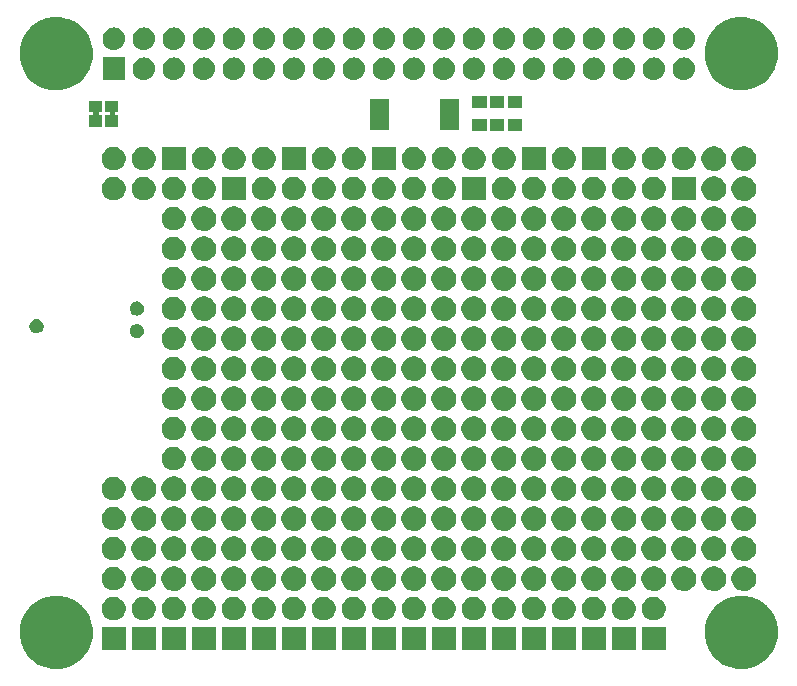
<source format=gbs>
G04 #@! TF.FileFunction,Soldermask,Bot*
%FSLAX46Y46*%
G04 Gerber Fmt 4.6, Leading zero omitted, Abs format (unit mm)*
G04 Created by KiCad (PCBNEW 4.0.7) date Tue Mar 13 09:57:10 2018*
%MOMM*%
%LPD*%
G01*
G04 APERTURE LIST*
%ADD10C,0.100000*%
%ADD11C,1.200000*%
%ADD12C,0.400000*%
G04 APERTURE END LIST*
D10*
D11*
X127170000Y-74930000D02*
G75*
G03X127170000Y-74930000I-2500000J0D01*
G01*
X185170000Y-74930000D02*
G75*
G03X185170000Y-74930000I-2500000J0D01*
G01*
X127170000Y-123930000D02*
G75*
G03X127170000Y-123930000I-2500000J0D01*
G01*
X185170000Y-123930000D02*
G75*
G03X185170000Y-123930000I-2500000J0D01*
G01*
D12*
X128000000Y-80300000D02*
X128000000Y-79700000D01*
X129369060Y-80300000D02*
X129369060Y-79700000D01*
D10*
G36*
X124995606Y-120832063D02*
X125591133Y-120954307D01*
X126151569Y-121189892D01*
X126655576Y-121529849D01*
X127083955Y-121961229D01*
X127420385Y-122467596D01*
X127652052Y-123029663D01*
X127770068Y-123625686D01*
X127770068Y-123625700D01*
X127770133Y-123626029D01*
X127760437Y-124320413D01*
X127760361Y-124320747D01*
X127760361Y-124320759D01*
X127625752Y-124913246D01*
X127378479Y-125468630D01*
X127028043Y-125965405D01*
X126587784Y-126384658D01*
X126074486Y-126710406D01*
X125507685Y-126930255D01*
X124908982Y-127035821D01*
X124301174Y-127023090D01*
X123707407Y-126892542D01*
X123150316Y-126649155D01*
X122651106Y-126302194D01*
X122228792Y-125864875D01*
X121899467Y-125353864D01*
X121675668Y-124788613D01*
X121565922Y-124190654D01*
X121574411Y-123582773D01*
X121700808Y-122988119D01*
X121940303Y-122429336D01*
X122283770Y-121927716D01*
X122718129Y-121502359D01*
X123226832Y-121169473D01*
X123790506Y-120941734D01*
X124387676Y-120827818D01*
X124995606Y-120832063D01*
X124995606Y-120832063D01*
G37*
G36*
X182995606Y-120832063D02*
X183591133Y-120954307D01*
X184151569Y-121189892D01*
X184655576Y-121529849D01*
X185083955Y-121961229D01*
X185420385Y-122467596D01*
X185652052Y-123029663D01*
X185770068Y-123625686D01*
X185770068Y-123625700D01*
X185770133Y-123626029D01*
X185760437Y-124320413D01*
X185760361Y-124320747D01*
X185760361Y-124320759D01*
X185625752Y-124913246D01*
X185378479Y-125468630D01*
X185028043Y-125965405D01*
X184587784Y-126384658D01*
X184074486Y-126710406D01*
X183507685Y-126930255D01*
X182908982Y-127035821D01*
X182301174Y-127023090D01*
X181707407Y-126892542D01*
X181150316Y-126649155D01*
X180651106Y-126302194D01*
X180228792Y-125864875D01*
X179899467Y-125353864D01*
X179675668Y-124788613D01*
X179565922Y-124190654D01*
X179574411Y-123582773D01*
X179700808Y-122988119D01*
X179940303Y-122429336D01*
X180283770Y-121927716D01*
X180718129Y-121502359D01*
X181226832Y-121169473D01*
X181790506Y-120941734D01*
X182387676Y-120827818D01*
X182995606Y-120832063D01*
X182995606Y-120832063D01*
G37*
G36*
X166100000Y-125460000D02*
X164100000Y-125460000D01*
X164100000Y-123460000D01*
X166100000Y-123460000D01*
X166100000Y-125460000D01*
X166100000Y-125460000D01*
G37*
G36*
X158480000Y-125460000D02*
X156480000Y-125460000D01*
X156480000Y-123460000D01*
X158480000Y-123460000D01*
X158480000Y-125460000D01*
X158480000Y-125460000D01*
G37*
G36*
X171180000Y-125460000D02*
X169180000Y-125460000D01*
X169180000Y-123460000D01*
X171180000Y-123460000D01*
X171180000Y-125460000D01*
X171180000Y-125460000D01*
G37*
G36*
X168640000Y-125460000D02*
X166640000Y-125460000D01*
X166640000Y-123460000D01*
X168640000Y-123460000D01*
X168640000Y-125460000D01*
X168640000Y-125460000D01*
G37*
G36*
X148320000Y-125460000D02*
X146320000Y-125460000D01*
X146320000Y-123460000D01*
X148320000Y-123460000D01*
X148320000Y-125460000D01*
X148320000Y-125460000D01*
G37*
G36*
X161020000Y-125460000D02*
X159020000Y-125460000D01*
X159020000Y-123460000D01*
X161020000Y-123460000D01*
X161020000Y-125460000D01*
X161020000Y-125460000D01*
G37*
G36*
X150860000Y-125460000D02*
X148860000Y-125460000D01*
X148860000Y-123460000D01*
X150860000Y-123460000D01*
X150860000Y-125460000D01*
X150860000Y-125460000D01*
G37*
G36*
X130540000Y-125460000D02*
X128540000Y-125460000D01*
X128540000Y-123460000D01*
X130540000Y-123460000D01*
X130540000Y-125460000D01*
X130540000Y-125460000D01*
G37*
G36*
X163560000Y-125460000D02*
X161560000Y-125460000D01*
X161560000Y-123460000D01*
X163560000Y-123460000D01*
X163560000Y-125460000D01*
X163560000Y-125460000D01*
G37*
G36*
X145780000Y-125460000D02*
X143780000Y-125460000D01*
X143780000Y-123460000D01*
X145780000Y-123460000D01*
X145780000Y-125460000D01*
X145780000Y-125460000D01*
G37*
G36*
X155940000Y-125460000D02*
X153940000Y-125460000D01*
X153940000Y-123460000D01*
X155940000Y-123460000D01*
X155940000Y-125460000D01*
X155940000Y-125460000D01*
G37*
G36*
X176260000Y-125460000D02*
X174260000Y-125460000D01*
X174260000Y-123460000D01*
X176260000Y-123460000D01*
X176260000Y-125460000D01*
X176260000Y-125460000D01*
G37*
G36*
X173720000Y-125460000D02*
X171720000Y-125460000D01*
X171720000Y-123460000D01*
X173720000Y-123460000D01*
X173720000Y-125460000D01*
X173720000Y-125460000D01*
G37*
G36*
X133080000Y-125460000D02*
X131080000Y-125460000D01*
X131080000Y-123460000D01*
X133080000Y-123460000D01*
X133080000Y-125460000D01*
X133080000Y-125460000D01*
G37*
G36*
X135620000Y-125460000D02*
X133620000Y-125460000D01*
X133620000Y-123460000D01*
X135620000Y-123460000D01*
X135620000Y-125460000D01*
X135620000Y-125460000D01*
G37*
G36*
X138160000Y-125460000D02*
X136160000Y-125460000D01*
X136160000Y-123460000D01*
X138160000Y-123460000D01*
X138160000Y-125460000D01*
X138160000Y-125460000D01*
G37*
G36*
X140700000Y-125460000D02*
X138700000Y-125460000D01*
X138700000Y-123460000D01*
X140700000Y-123460000D01*
X140700000Y-125460000D01*
X140700000Y-125460000D01*
G37*
G36*
X143240000Y-125460000D02*
X141240000Y-125460000D01*
X141240000Y-123460000D01*
X143240000Y-123460000D01*
X143240000Y-125460000D01*
X143240000Y-125460000D01*
G37*
G36*
X153400000Y-125460000D02*
X151400000Y-125460000D01*
X151400000Y-123460000D01*
X153400000Y-123460000D01*
X153400000Y-125460000D01*
X153400000Y-125460000D01*
G37*
G36*
X142345034Y-120920664D02*
X142537141Y-120960098D01*
X142717925Y-121036093D01*
X142880509Y-121145756D01*
X143018697Y-121284913D01*
X143127223Y-121448256D01*
X143201954Y-121629567D01*
X143239978Y-121821601D01*
X143239978Y-121821616D01*
X143240043Y-121821945D01*
X143236916Y-122045940D01*
X143236839Y-122046278D01*
X143236839Y-122046286D01*
X143193471Y-122237175D01*
X143113705Y-122416333D01*
X143000661Y-122576583D01*
X142858639Y-122711828D01*
X142693061Y-122816906D01*
X142510221Y-122887827D01*
X142317093Y-122921879D01*
X142121025Y-122917773D01*
X141929485Y-122875660D01*
X141749779Y-122797147D01*
X141588742Y-122685225D01*
X141452511Y-122544153D01*
X141346279Y-122379313D01*
X141274085Y-122196974D01*
X141238682Y-122004080D01*
X141241421Y-121807990D01*
X141282194Y-121616168D01*
X141359451Y-121435914D01*
X141470247Y-121274101D01*
X141610364Y-121136887D01*
X141774461Y-121029505D01*
X141956292Y-120956041D01*
X142148925Y-120919294D01*
X142345034Y-120920664D01*
X142345034Y-120920664D01*
G37*
G36*
X172825034Y-120920664D02*
X173017141Y-120960098D01*
X173197925Y-121036093D01*
X173360509Y-121145756D01*
X173498697Y-121284913D01*
X173607223Y-121448256D01*
X173681954Y-121629567D01*
X173719978Y-121821601D01*
X173719978Y-121821616D01*
X173720043Y-121821945D01*
X173716916Y-122045940D01*
X173716839Y-122046278D01*
X173716839Y-122046286D01*
X173673471Y-122237175D01*
X173593705Y-122416333D01*
X173480661Y-122576583D01*
X173338639Y-122711828D01*
X173173061Y-122816906D01*
X172990221Y-122887827D01*
X172797093Y-122921879D01*
X172601025Y-122917773D01*
X172409485Y-122875660D01*
X172229779Y-122797147D01*
X172068742Y-122685225D01*
X171932511Y-122544153D01*
X171826279Y-122379313D01*
X171754085Y-122196974D01*
X171718682Y-122004080D01*
X171721421Y-121807990D01*
X171762194Y-121616168D01*
X171839451Y-121435914D01*
X171950247Y-121274101D01*
X172090364Y-121136887D01*
X172254461Y-121029505D01*
X172436292Y-120956041D01*
X172628925Y-120919294D01*
X172825034Y-120920664D01*
X172825034Y-120920664D01*
G37*
G36*
X167745034Y-120920664D02*
X167937141Y-120960098D01*
X168117925Y-121036093D01*
X168280509Y-121145756D01*
X168418697Y-121284913D01*
X168527223Y-121448256D01*
X168601954Y-121629567D01*
X168639978Y-121821601D01*
X168639978Y-121821616D01*
X168640043Y-121821945D01*
X168636916Y-122045940D01*
X168636839Y-122046278D01*
X168636839Y-122046286D01*
X168593471Y-122237175D01*
X168513705Y-122416333D01*
X168400661Y-122576583D01*
X168258639Y-122711828D01*
X168093061Y-122816906D01*
X167910221Y-122887827D01*
X167717093Y-122921879D01*
X167521025Y-122917773D01*
X167329485Y-122875660D01*
X167149779Y-122797147D01*
X166988742Y-122685225D01*
X166852511Y-122544153D01*
X166746279Y-122379313D01*
X166674085Y-122196974D01*
X166638682Y-122004080D01*
X166641421Y-121807990D01*
X166682194Y-121616168D01*
X166759451Y-121435914D01*
X166870247Y-121274101D01*
X167010364Y-121136887D01*
X167174461Y-121029505D01*
X167356292Y-120956041D01*
X167548925Y-120919294D01*
X167745034Y-120920664D01*
X167745034Y-120920664D01*
G37*
G36*
X162665034Y-120920664D02*
X162857141Y-120960098D01*
X163037925Y-121036093D01*
X163200509Y-121145756D01*
X163338697Y-121284913D01*
X163447223Y-121448256D01*
X163521954Y-121629567D01*
X163559978Y-121821601D01*
X163559978Y-121821616D01*
X163560043Y-121821945D01*
X163556916Y-122045940D01*
X163556839Y-122046278D01*
X163556839Y-122046286D01*
X163513471Y-122237175D01*
X163433705Y-122416333D01*
X163320661Y-122576583D01*
X163178639Y-122711828D01*
X163013061Y-122816906D01*
X162830221Y-122887827D01*
X162637093Y-122921879D01*
X162441025Y-122917773D01*
X162249485Y-122875660D01*
X162069779Y-122797147D01*
X161908742Y-122685225D01*
X161772511Y-122544153D01*
X161666279Y-122379313D01*
X161594085Y-122196974D01*
X161558682Y-122004080D01*
X161561421Y-121807990D01*
X161602194Y-121616168D01*
X161679451Y-121435914D01*
X161790247Y-121274101D01*
X161930364Y-121136887D01*
X162094461Y-121029505D01*
X162276292Y-120956041D01*
X162468925Y-120919294D01*
X162665034Y-120920664D01*
X162665034Y-120920664D01*
G37*
G36*
X160125034Y-120920664D02*
X160317141Y-120960098D01*
X160497925Y-121036093D01*
X160660509Y-121145756D01*
X160798697Y-121284913D01*
X160907223Y-121448256D01*
X160981954Y-121629567D01*
X161019978Y-121821601D01*
X161019978Y-121821616D01*
X161020043Y-121821945D01*
X161016916Y-122045940D01*
X161016839Y-122046278D01*
X161016839Y-122046286D01*
X160973471Y-122237175D01*
X160893705Y-122416333D01*
X160780661Y-122576583D01*
X160638639Y-122711828D01*
X160473061Y-122816906D01*
X160290221Y-122887827D01*
X160097093Y-122921879D01*
X159901025Y-122917773D01*
X159709485Y-122875660D01*
X159529779Y-122797147D01*
X159368742Y-122685225D01*
X159232511Y-122544153D01*
X159126279Y-122379313D01*
X159054085Y-122196974D01*
X159018682Y-122004080D01*
X159021421Y-121807990D01*
X159062194Y-121616168D01*
X159139451Y-121435914D01*
X159250247Y-121274101D01*
X159390364Y-121136887D01*
X159554461Y-121029505D01*
X159736292Y-120956041D01*
X159928925Y-120919294D01*
X160125034Y-120920664D01*
X160125034Y-120920664D01*
G37*
G36*
X157585034Y-120920664D02*
X157777141Y-120960098D01*
X157957925Y-121036093D01*
X158120509Y-121145756D01*
X158258697Y-121284913D01*
X158367223Y-121448256D01*
X158441954Y-121629567D01*
X158479978Y-121821601D01*
X158479978Y-121821616D01*
X158480043Y-121821945D01*
X158476916Y-122045940D01*
X158476839Y-122046278D01*
X158476839Y-122046286D01*
X158433471Y-122237175D01*
X158353705Y-122416333D01*
X158240661Y-122576583D01*
X158098639Y-122711828D01*
X157933061Y-122816906D01*
X157750221Y-122887827D01*
X157557093Y-122921879D01*
X157361025Y-122917773D01*
X157169485Y-122875660D01*
X156989779Y-122797147D01*
X156828742Y-122685225D01*
X156692511Y-122544153D01*
X156586279Y-122379313D01*
X156514085Y-122196974D01*
X156478682Y-122004080D01*
X156481421Y-121807990D01*
X156522194Y-121616168D01*
X156599451Y-121435914D01*
X156710247Y-121274101D01*
X156850364Y-121136887D01*
X157014461Y-121029505D01*
X157196292Y-120956041D01*
X157388925Y-120919294D01*
X157585034Y-120920664D01*
X157585034Y-120920664D01*
G37*
G36*
X155045034Y-120920664D02*
X155237141Y-120960098D01*
X155417925Y-121036093D01*
X155580509Y-121145756D01*
X155718697Y-121284913D01*
X155827223Y-121448256D01*
X155901954Y-121629567D01*
X155939978Y-121821601D01*
X155939978Y-121821616D01*
X155940043Y-121821945D01*
X155936916Y-122045940D01*
X155936839Y-122046278D01*
X155936839Y-122046286D01*
X155893471Y-122237175D01*
X155813705Y-122416333D01*
X155700661Y-122576583D01*
X155558639Y-122711828D01*
X155393061Y-122816906D01*
X155210221Y-122887827D01*
X155017093Y-122921879D01*
X154821025Y-122917773D01*
X154629485Y-122875660D01*
X154449779Y-122797147D01*
X154288742Y-122685225D01*
X154152511Y-122544153D01*
X154046279Y-122379313D01*
X153974085Y-122196974D01*
X153938682Y-122004080D01*
X153941421Y-121807990D01*
X153982194Y-121616168D01*
X154059451Y-121435914D01*
X154170247Y-121274101D01*
X154310364Y-121136887D01*
X154474461Y-121029505D01*
X154656292Y-120956041D01*
X154848925Y-120919294D01*
X155045034Y-120920664D01*
X155045034Y-120920664D01*
G37*
G36*
X170285034Y-120920664D02*
X170477141Y-120960098D01*
X170657925Y-121036093D01*
X170820509Y-121145756D01*
X170958697Y-121284913D01*
X171067223Y-121448256D01*
X171141954Y-121629567D01*
X171179978Y-121821601D01*
X171179978Y-121821616D01*
X171180043Y-121821945D01*
X171176916Y-122045940D01*
X171176839Y-122046278D01*
X171176839Y-122046286D01*
X171133471Y-122237175D01*
X171053705Y-122416333D01*
X170940661Y-122576583D01*
X170798639Y-122711828D01*
X170633061Y-122816906D01*
X170450221Y-122887827D01*
X170257093Y-122921879D01*
X170061025Y-122917773D01*
X169869485Y-122875660D01*
X169689779Y-122797147D01*
X169528742Y-122685225D01*
X169392511Y-122544153D01*
X169286279Y-122379313D01*
X169214085Y-122196974D01*
X169178682Y-122004080D01*
X169181421Y-121807990D01*
X169222194Y-121616168D01*
X169299451Y-121435914D01*
X169410247Y-121274101D01*
X169550364Y-121136887D01*
X169714461Y-121029505D01*
X169896292Y-120956041D01*
X170088925Y-120919294D01*
X170285034Y-120920664D01*
X170285034Y-120920664D01*
G37*
G36*
X129645034Y-120920664D02*
X129837141Y-120960098D01*
X130017925Y-121036093D01*
X130180509Y-121145756D01*
X130318697Y-121284913D01*
X130427223Y-121448256D01*
X130501954Y-121629567D01*
X130539978Y-121821601D01*
X130539978Y-121821616D01*
X130540043Y-121821945D01*
X130536916Y-122045940D01*
X130536839Y-122046278D01*
X130536839Y-122046286D01*
X130493471Y-122237175D01*
X130413705Y-122416333D01*
X130300661Y-122576583D01*
X130158639Y-122711828D01*
X129993061Y-122816906D01*
X129810221Y-122887827D01*
X129617093Y-122921879D01*
X129421025Y-122917773D01*
X129229485Y-122875660D01*
X129049779Y-122797147D01*
X128888742Y-122685225D01*
X128752511Y-122544153D01*
X128646279Y-122379313D01*
X128574085Y-122196974D01*
X128538682Y-122004080D01*
X128541421Y-121807990D01*
X128582194Y-121616168D01*
X128659451Y-121435914D01*
X128770247Y-121274101D01*
X128910364Y-121136887D01*
X129074461Y-121029505D01*
X129256292Y-120956041D01*
X129448925Y-120919294D01*
X129645034Y-120920664D01*
X129645034Y-120920664D01*
G37*
G36*
X149965034Y-120920664D02*
X150157141Y-120960098D01*
X150337925Y-121036093D01*
X150500509Y-121145756D01*
X150638697Y-121284913D01*
X150747223Y-121448256D01*
X150821954Y-121629567D01*
X150859978Y-121821601D01*
X150859978Y-121821616D01*
X150860043Y-121821945D01*
X150856916Y-122045940D01*
X150856839Y-122046278D01*
X150856839Y-122046286D01*
X150813471Y-122237175D01*
X150733705Y-122416333D01*
X150620661Y-122576583D01*
X150478639Y-122711828D01*
X150313061Y-122816906D01*
X150130221Y-122887827D01*
X149937093Y-122921879D01*
X149741025Y-122917773D01*
X149549485Y-122875660D01*
X149369779Y-122797147D01*
X149208742Y-122685225D01*
X149072511Y-122544153D01*
X148966279Y-122379313D01*
X148894085Y-122196974D01*
X148858682Y-122004080D01*
X148861421Y-121807990D01*
X148902194Y-121616168D01*
X148979451Y-121435914D01*
X149090247Y-121274101D01*
X149230364Y-121136887D01*
X149394461Y-121029505D01*
X149576292Y-120956041D01*
X149768925Y-120919294D01*
X149965034Y-120920664D01*
X149965034Y-120920664D01*
G37*
G36*
X144885034Y-120920664D02*
X145077141Y-120960098D01*
X145257925Y-121036093D01*
X145420509Y-121145756D01*
X145558697Y-121284913D01*
X145667223Y-121448256D01*
X145741954Y-121629567D01*
X145779978Y-121821601D01*
X145779978Y-121821616D01*
X145780043Y-121821945D01*
X145776916Y-122045940D01*
X145776839Y-122046278D01*
X145776839Y-122046286D01*
X145733471Y-122237175D01*
X145653705Y-122416333D01*
X145540661Y-122576583D01*
X145398639Y-122711828D01*
X145233061Y-122816906D01*
X145050221Y-122887827D01*
X144857093Y-122921879D01*
X144661025Y-122917773D01*
X144469485Y-122875660D01*
X144289779Y-122797147D01*
X144128742Y-122685225D01*
X143992511Y-122544153D01*
X143886279Y-122379313D01*
X143814085Y-122196974D01*
X143778682Y-122004080D01*
X143781421Y-121807990D01*
X143822194Y-121616168D01*
X143899451Y-121435914D01*
X144010247Y-121274101D01*
X144150364Y-121136887D01*
X144314461Y-121029505D01*
X144496292Y-120956041D01*
X144688925Y-120919294D01*
X144885034Y-120920664D01*
X144885034Y-120920664D01*
G37*
G36*
X134725034Y-120920664D02*
X134917141Y-120960098D01*
X135097925Y-121036093D01*
X135260509Y-121145756D01*
X135398697Y-121284913D01*
X135507223Y-121448256D01*
X135581954Y-121629567D01*
X135619978Y-121821601D01*
X135619978Y-121821616D01*
X135620043Y-121821945D01*
X135616916Y-122045940D01*
X135616839Y-122046278D01*
X135616839Y-122046286D01*
X135573471Y-122237175D01*
X135493705Y-122416333D01*
X135380661Y-122576583D01*
X135238639Y-122711828D01*
X135073061Y-122816906D01*
X134890221Y-122887827D01*
X134697093Y-122921879D01*
X134501025Y-122917773D01*
X134309485Y-122875660D01*
X134129779Y-122797147D01*
X133968742Y-122685225D01*
X133832511Y-122544153D01*
X133726279Y-122379313D01*
X133654085Y-122196974D01*
X133618682Y-122004080D01*
X133621421Y-121807990D01*
X133662194Y-121616168D01*
X133739451Y-121435914D01*
X133850247Y-121274101D01*
X133990364Y-121136887D01*
X134154461Y-121029505D01*
X134336292Y-120956041D01*
X134528925Y-120919294D01*
X134725034Y-120920664D01*
X134725034Y-120920664D01*
G37*
G36*
X137265034Y-120920664D02*
X137457141Y-120960098D01*
X137637925Y-121036093D01*
X137800509Y-121145756D01*
X137938697Y-121284913D01*
X138047223Y-121448256D01*
X138121954Y-121629567D01*
X138159978Y-121821601D01*
X138159978Y-121821616D01*
X138160043Y-121821945D01*
X138156916Y-122045940D01*
X138156839Y-122046278D01*
X138156839Y-122046286D01*
X138113471Y-122237175D01*
X138033705Y-122416333D01*
X137920661Y-122576583D01*
X137778639Y-122711828D01*
X137613061Y-122816906D01*
X137430221Y-122887827D01*
X137237093Y-122921879D01*
X137041025Y-122917773D01*
X136849485Y-122875660D01*
X136669779Y-122797147D01*
X136508742Y-122685225D01*
X136372511Y-122544153D01*
X136266279Y-122379313D01*
X136194085Y-122196974D01*
X136158682Y-122004080D01*
X136161421Y-121807990D01*
X136202194Y-121616168D01*
X136279451Y-121435914D01*
X136390247Y-121274101D01*
X136530364Y-121136887D01*
X136694461Y-121029505D01*
X136876292Y-120956041D01*
X137068925Y-120919294D01*
X137265034Y-120920664D01*
X137265034Y-120920664D01*
G37*
G36*
X139805034Y-120920664D02*
X139997141Y-120960098D01*
X140177925Y-121036093D01*
X140340509Y-121145756D01*
X140478697Y-121284913D01*
X140587223Y-121448256D01*
X140661954Y-121629567D01*
X140699978Y-121821601D01*
X140699978Y-121821616D01*
X140700043Y-121821945D01*
X140696916Y-122045940D01*
X140696839Y-122046278D01*
X140696839Y-122046286D01*
X140653471Y-122237175D01*
X140573705Y-122416333D01*
X140460661Y-122576583D01*
X140318639Y-122711828D01*
X140153061Y-122816906D01*
X139970221Y-122887827D01*
X139777093Y-122921879D01*
X139581025Y-122917773D01*
X139389485Y-122875660D01*
X139209779Y-122797147D01*
X139048742Y-122685225D01*
X138912511Y-122544153D01*
X138806279Y-122379313D01*
X138734085Y-122196974D01*
X138698682Y-122004080D01*
X138701421Y-121807990D01*
X138742194Y-121616168D01*
X138819451Y-121435914D01*
X138930247Y-121274101D01*
X139070364Y-121136887D01*
X139234461Y-121029505D01*
X139416292Y-120956041D01*
X139608925Y-120919294D01*
X139805034Y-120920664D01*
X139805034Y-120920664D01*
G37*
G36*
X147425034Y-120920664D02*
X147617141Y-120960098D01*
X147797925Y-121036093D01*
X147960509Y-121145756D01*
X148098697Y-121284913D01*
X148207223Y-121448256D01*
X148281954Y-121629567D01*
X148319978Y-121821601D01*
X148319978Y-121821616D01*
X148320043Y-121821945D01*
X148316916Y-122045940D01*
X148316839Y-122046278D01*
X148316839Y-122046286D01*
X148273471Y-122237175D01*
X148193705Y-122416333D01*
X148080661Y-122576583D01*
X147938639Y-122711828D01*
X147773061Y-122816906D01*
X147590221Y-122887827D01*
X147397093Y-122921879D01*
X147201025Y-122917773D01*
X147009485Y-122875660D01*
X146829779Y-122797147D01*
X146668742Y-122685225D01*
X146532511Y-122544153D01*
X146426279Y-122379313D01*
X146354085Y-122196974D01*
X146318682Y-122004080D01*
X146321421Y-121807990D01*
X146362194Y-121616168D01*
X146439451Y-121435914D01*
X146550247Y-121274101D01*
X146690364Y-121136887D01*
X146854461Y-121029505D01*
X147036292Y-120956041D01*
X147228925Y-120919294D01*
X147425034Y-120920664D01*
X147425034Y-120920664D01*
G37*
G36*
X132185034Y-120920664D02*
X132377141Y-120960098D01*
X132557925Y-121036093D01*
X132720509Y-121145756D01*
X132858697Y-121284913D01*
X132967223Y-121448256D01*
X133041954Y-121629567D01*
X133079978Y-121821601D01*
X133079978Y-121821616D01*
X133080043Y-121821945D01*
X133076916Y-122045940D01*
X133076839Y-122046278D01*
X133076839Y-122046286D01*
X133033471Y-122237175D01*
X132953705Y-122416333D01*
X132840661Y-122576583D01*
X132698639Y-122711828D01*
X132533061Y-122816906D01*
X132350221Y-122887827D01*
X132157093Y-122921879D01*
X131961025Y-122917773D01*
X131769485Y-122875660D01*
X131589779Y-122797147D01*
X131428742Y-122685225D01*
X131292511Y-122544153D01*
X131186279Y-122379313D01*
X131114085Y-122196974D01*
X131078682Y-122004080D01*
X131081421Y-121807990D01*
X131122194Y-121616168D01*
X131199451Y-121435914D01*
X131310247Y-121274101D01*
X131450364Y-121136887D01*
X131614461Y-121029505D01*
X131796292Y-120956041D01*
X131988925Y-120919294D01*
X132185034Y-120920664D01*
X132185034Y-120920664D01*
G37*
G36*
X175365034Y-120920664D02*
X175557141Y-120960098D01*
X175737925Y-121036093D01*
X175900509Y-121145756D01*
X176038697Y-121284913D01*
X176147223Y-121448256D01*
X176221954Y-121629567D01*
X176259978Y-121821601D01*
X176259978Y-121821616D01*
X176260043Y-121821945D01*
X176256916Y-122045940D01*
X176256839Y-122046278D01*
X176256839Y-122046286D01*
X176213471Y-122237175D01*
X176133705Y-122416333D01*
X176020661Y-122576583D01*
X175878639Y-122711828D01*
X175713061Y-122816906D01*
X175530221Y-122887827D01*
X175337093Y-122921879D01*
X175141025Y-122917773D01*
X174949485Y-122875660D01*
X174769779Y-122797147D01*
X174608742Y-122685225D01*
X174472511Y-122544153D01*
X174366279Y-122379313D01*
X174294085Y-122196974D01*
X174258682Y-122004080D01*
X174261421Y-121807990D01*
X174302194Y-121616168D01*
X174379451Y-121435914D01*
X174490247Y-121274101D01*
X174630364Y-121136887D01*
X174794461Y-121029505D01*
X174976292Y-120956041D01*
X175168925Y-120919294D01*
X175365034Y-120920664D01*
X175365034Y-120920664D01*
G37*
G36*
X152505034Y-120920664D02*
X152697141Y-120960098D01*
X152877925Y-121036093D01*
X153040509Y-121145756D01*
X153178697Y-121284913D01*
X153287223Y-121448256D01*
X153361954Y-121629567D01*
X153399978Y-121821601D01*
X153399978Y-121821616D01*
X153400043Y-121821945D01*
X153396916Y-122045940D01*
X153396839Y-122046278D01*
X153396839Y-122046286D01*
X153353471Y-122237175D01*
X153273705Y-122416333D01*
X153160661Y-122576583D01*
X153018639Y-122711828D01*
X152853061Y-122816906D01*
X152670221Y-122887827D01*
X152477093Y-122921879D01*
X152281025Y-122917773D01*
X152089485Y-122875660D01*
X151909779Y-122797147D01*
X151748742Y-122685225D01*
X151612511Y-122544153D01*
X151506279Y-122379313D01*
X151434085Y-122196974D01*
X151398682Y-122004080D01*
X151401421Y-121807990D01*
X151442194Y-121616168D01*
X151519451Y-121435914D01*
X151630247Y-121274101D01*
X151770364Y-121136887D01*
X151934461Y-121029505D01*
X152116292Y-120956041D01*
X152308925Y-120919294D01*
X152505034Y-120920664D01*
X152505034Y-120920664D01*
G37*
G36*
X165205034Y-120920664D02*
X165397141Y-120960098D01*
X165577925Y-121036093D01*
X165740509Y-121145756D01*
X165878697Y-121284913D01*
X165987223Y-121448256D01*
X166061954Y-121629567D01*
X166099978Y-121821601D01*
X166099978Y-121821616D01*
X166100043Y-121821945D01*
X166096916Y-122045940D01*
X166096839Y-122046278D01*
X166096839Y-122046286D01*
X166053471Y-122237175D01*
X165973705Y-122416333D01*
X165860661Y-122576583D01*
X165718639Y-122711828D01*
X165553061Y-122816906D01*
X165370221Y-122887827D01*
X165177093Y-122921879D01*
X164981025Y-122917773D01*
X164789485Y-122875660D01*
X164609779Y-122797147D01*
X164448742Y-122685225D01*
X164312511Y-122544153D01*
X164206279Y-122379313D01*
X164134085Y-122196974D01*
X164098682Y-122004080D01*
X164101421Y-121807990D01*
X164142194Y-121616168D01*
X164219451Y-121435914D01*
X164330247Y-121274101D01*
X164470364Y-121136887D01*
X164634461Y-121029505D01*
X164816292Y-120956041D01*
X165008925Y-120919294D01*
X165205034Y-120920664D01*
X165205034Y-120920664D01*
G37*
G36*
X160130286Y-118330698D02*
X160331998Y-118372104D01*
X160521821Y-118451898D01*
X160692534Y-118567045D01*
X160837630Y-118713158D01*
X160951582Y-118884669D01*
X161030050Y-119075046D01*
X161069979Y-119276698D01*
X161069979Y-119276703D01*
X161070046Y-119277042D01*
X161066761Y-119512237D01*
X161066684Y-119512575D01*
X161066684Y-119512583D01*
X161021144Y-119713034D01*
X160937389Y-119901149D01*
X160818693Y-120069411D01*
X160669570Y-120211419D01*
X160495714Y-120321751D01*
X160303732Y-120396217D01*
X160100947Y-120431972D01*
X159895076Y-120427661D01*
X159693958Y-120383442D01*
X159505268Y-120301005D01*
X159336181Y-120183486D01*
X159193137Y-120035360D01*
X159081594Y-119862278D01*
X159005790Y-119670820D01*
X158968618Y-119468284D01*
X158971493Y-119262390D01*
X159014305Y-119060975D01*
X159095425Y-118871710D01*
X159211760Y-118701807D01*
X159358883Y-118557733D01*
X159531185Y-118444982D01*
X159722107Y-118367844D01*
X159924372Y-118329260D01*
X160130286Y-118330698D01*
X160130286Y-118330698D01*
G37*
G36*
X132190286Y-118330698D02*
X132391998Y-118372104D01*
X132581821Y-118451898D01*
X132752534Y-118567045D01*
X132897630Y-118713158D01*
X133011582Y-118884669D01*
X133090050Y-119075046D01*
X133129979Y-119276698D01*
X133129979Y-119276703D01*
X133130046Y-119277042D01*
X133126761Y-119512237D01*
X133126684Y-119512575D01*
X133126684Y-119512583D01*
X133081144Y-119713034D01*
X132997389Y-119901149D01*
X132878693Y-120069411D01*
X132729570Y-120211419D01*
X132555714Y-120321751D01*
X132363732Y-120396217D01*
X132160947Y-120431972D01*
X131955076Y-120427661D01*
X131753958Y-120383442D01*
X131565268Y-120301005D01*
X131396181Y-120183486D01*
X131253137Y-120035360D01*
X131141594Y-119862278D01*
X131065790Y-119670820D01*
X131028618Y-119468284D01*
X131031493Y-119262390D01*
X131074305Y-119060975D01*
X131155425Y-118871710D01*
X131271760Y-118701807D01*
X131418883Y-118557733D01*
X131591185Y-118444982D01*
X131782107Y-118367844D01*
X131984372Y-118329260D01*
X132190286Y-118330698D01*
X132190286Y-118330698D01*
G37*
G36*
X152510286Y-118330698D02*
X152711998Y-118372104D01*
X152901821Y-118451898D01*
X153072534Y-118567045D01*
X153217630Y-118713158D01*
X153331582Y-118884669D01*
X153410050Y-119075046D01*
X153449979Y-119276698D01*
X153449979Y-119276703D01*
X153450046Y-119277042D01*
X153446761Y-119512237D01*
X153446684Y-119512575D01*
X153446684Y-119512583D01*
X153401144Y-119713034D01*
X153317389Y-119901149D01*
X153198693Y-120069411D01*
X153049570Y-120211419D01*
X152875714Y-120321751D01*
X152683732Y-120396217D01*
X152480947Y-120431972D01*
X152275076Y-120427661D01*
X152073958Y-120383442D01*
X151885268Y-120301005D01*
X151716181Y-120183486D01*
X151573137Y-120035360D01*
X151461594Y-119862278D01*
X151385790Y-119670820D01*
X151348618Y-119468284D01*
X151351493Y-119262390D01*
X151394305Y-119060975D01*
X151475425Y-118871710D01*
X151591760Y-118701807D01*
X151738883Y-118557733D01*
X151911185Y-118444982D01*
X152102107Y-118367844D01*
X152304372Y-118329260D01*
X152510286Y-118330698D01*
X152510286Y-118330698D01*
G37*
G36*
X149970286Y-118330698D02*
X150171998Y-118372104D01*
X150361821Y-118451898D01*
X150532534Y-118567045D01*
X150677630Y-118713158D01*
X150791582Y-118884669D01*
X150870050Y-119075046D01*
X150909979Y-119276698D01*
X150909979Y-119276703D01*
X150910046Y-119277042D01*
X150906761Y-119512237D01*
X150906684Y-119512575D01*
X150906684Y-119512583D01*
X150861144Y-119713034D01*
X150777389Y-119901149D01*
X150658693Y-120069411D01*
X150509570Y-120211419D01*
X150335714Y-120321751D01*
X150143732Y-120396217D01*
X149940947Y-120431972D01*
X149735076Y-120427661D01*
X149533958Y-120383442D01*
X149345268Y-120301005D01*
X149176181Y-120183486D01*
X149033137Y-120035360D01*
X148921594Y-119862278D01*
X148845790Y-119670820D01*
X148808618Y-119468284D01*
X148811493Y-119262390D01*
X148854305Y-119060975D01*
X148935425Y-118871710D01*
X149051760Y-118701807D01*
X149198883Y-118557733D01*
X149371185Y-118444982D01*
X149562107Y-118367844D01*
X149764372Y-118329260D01*
X149970286Y-118330698D01*
X149970286Y-118330698D01*
G37*
G36*
X147430286Y-118330698D02*
X147631998Y-118372104D01*
X147821821Y-118451898D01*
X147992534Y-118567045D01*
X148137630Y-118713158D01*
X148251582Y-118884669D01*
X148330050Y-119075046D01*
X148369979Y-119276698D01*
X148369979Y-119276703D01*
X148370046Y-119277042D01*
X148366761Y-119512237D01*
X148366684Y-119512575D01*
X148366684Y-119512583D01*
X148321144Y-119713034D01*
X148237389Y-119901149D01*
X148118693Y-120069411D01*
X147969570Y-120211419D01*
X147795714Y-120321751D01*
X147603732Y-120396217D01*
X147400947Y-120431972D01*
X147195076Y-120427661D01*
X146993958Y-120383442D01*
X146805268Y-120301005D01*
X146636181Y-120183486D01*
X146493137Y-120035360D01*
X146381594Y-119862278D01*
X146305790Y-119670820D01*
X146268618Y-119468284D01*
X146271493Y-119262390D01*
X146314305Y-119060975D01*
X146395425Y-118871710D01*
X146511760Y-118701807D01*
X146658883Y-118557733D01*
X146831185Y-118444982D01*
X147022107Y-118367844D01*
X147224372Y-118329260D01*
X147430286Y-118330698D01*
X147430286Y-118330698D01*
G37*
G36*
X144890286Y-118330698D02*
X145091998Y-118372104D01*
X145281821Y-118451898D01*
X145452534Y-118567045D01*
X145597630Y-118713158D01*
X145711582Y-118884669D01*
X145790050Y-119075046D01*
X145829979Y-119276698D01*
X145829979Y-119276703D01*
X145830046Y-119277042D01*
X145826761Y-119512237D01*
X145826684Y-119512575D01*
X145826684Y-119512583D01*
X145781144Y-119713034D01*
X145697389Y-119901149D01*
X145578693Y-120069411D01*
X145429570Y-120211419D01*
X145255714Y-120321751D01*
X145063732Y-120396217D01*
X144860947Y-120431972D01*
X144655076Y-120427661D01*
X144453958Y-120383442D01*
X144265268Y-120301005D01*
X144096181Y-120183486D01*
X143953137Y-120035360D01*
X143841594Y-119862278D01*
X143765790Y-119670820D01*
X143728618Y-119468284D01*
X143731493Y-119262390D01*
X143774305Y-119060975D01*
X143855425Y-118871710D01*
X143971760Y-118701807D01*
X144118883Y-118557733D01*
X144291185Y-118444982D01*
X144482107Y-118367844D01*
X144684372Y-118329260D01*
X144890286Y-118330698D01*
X144890286Y-118330698D01*
G37*
G36*
X142350286Y-118330698D02*
X142551998Y-118372104D01*
X142741821Y-118451898D01*
X142912534Y-118567045D01*
X143057630Y-118713158D01*
X143171582Y-118884669D01*
X143250050Y-119075046D01*
X143289979Y-119276698D01*
X143289979Y-119276703D01*
X143290046Y-119277042D01*
X143286761Y-119512237D01*
X143286684Y-119512575D01*
X143286684Y-119512583D01*
X143241144Y-119713034D01*
X143157389Y-119901149D01*
X143038693Y-120069411D01*
X142889570Y-120211419D01*
X142715714Y-120321751D01*
X142523732Y-120396217D01*
X142320947Y-120431972D01*
X142115076Y-120427661D01*
X141913958Y-120383442D01*
X141725268Y-120301005D01*
X141556181Y-120183486D01*
X141413137Y-120035360D01*
X141301594Y-119862278D01*
X141225790Y-119670820D01*
X141188618Y-119468284D01*
X141191493Y-119262390D01*
X141234305Y-119060975D01*
X141315425Y-118871710D01*
X141431760Y-118701807D01*
X141578883Y-118557733D01*
X141751185Y-118444982D01*
X141942107Y-118367844D01*
X142144372Y-118329260D01*
X142350286Y-118330698D01*
X142350286Y-118330698D01*
G37*
G36*
X139810286Y-118330698D02*
X140011998Y-118372104D01*
X140201821Y-118451898D01*
X140372534Y-118567045D01*
X140517630Y-118713158D01*
X140631582Y-118884669D01*
X140710050Y-119075046D01*
X140749979Y-119276698D01*
X140749979Y-119276703D01*
X140750046Y-119277042D01*
X140746761Y-119512237D01*
X140746684Y-119512575D01*
X140746684Y-119512583D01*
X140701144Y-119713034D01*
X140617389Y-119901149D01*
X140498693Y-120069411D01*
X140349570Y-120211419D01*
X140175714Y-120321751D01*
X139983732Y-120396217D01*
X139780947Y-120431972D01*
X139575076Y-120427661D01*
X139373958Y-120383442D01*
X139185268Y-120301005D01*
X139016181Y-120183486D01*
X138873137Y-120035360D01*
X138761594Y-119862278D01*
X138685790Y-119670820D01*
X138648618Y-119468284D01*
X138651493Y-119262390D01*
X138694305Y-119060975D01*
X138775425Y-118871710D01*
X138891760Y-118701807D01*
X139038883Y-118557733D01*
X139211185Y-118444982D01*
X139402107Y-118367844D01*
X139604372Y-118329260D01*
X139810286Y-118330698D01*
X139810286Y-118330698D01*
G37*
G36*
X137270286Y-118330698D02*
X137471998Y-118372104D01*
X137661821Y-118451898D01*
X137832534Y-118567045D01*
X137977630Y-118713158D01*
X138091582Y-118884669D01*
X138170050Y-119075046D01*
X138209979Y-119276698D01*
X138209979Y-119276703D01*
X138210046Y-119277042D01*
X138206761Y-119512237D01*
X138206684Y-119512575D01*
X138206684Y-119512583D01*
X138161144Y-119713034D01*
X138077389Y-119901149D01*
X137958693Y-120069411D01*
X137809570Y-120211419D01*
X137635714Y-120321751D01*
X137443732Y-120396217D01*
X137240947Y-120431972D01*
X137035076Y-120427661D01*
X136833958Y-120383442D01*
X136645268Y-120301005D01*
X136476181Y-120183486D01*
X136333137Y-120035360D01*
X136221594Y-119862278D01*
X136145790Y-119670820D01*
X136108618Y-119468284D01*
X136111493Y-119262390D01*
X136154305Y-119060975D01*
X136235425Y-118871710D01*
X136351760Y-118701807D01*
X136498883Y-118557733D01*
X136671185Y-118444982D01*
X136862107Y-118367844D01*
X137064372Y-118329260D01*
X137270286Y-118330698D01*
X137270286Y-118330698D01*
G37*
G36*
X134730286Y-118330698D02*
X134931998Y-118372104D01*
X135121821Y-118451898D01*
X135292534Y-118567045D01*
X135437630Y-118713158D01*
X135551582Y-118884669D01*
X135630050Y-119075046D01*
X135669979Y-119276698D01*
X135669979Y-119276703D01*
X135670046Y-119277042D01*
X135666761Y-119512237D01*
X135666684Y-119512575D01*
X135666684Y-119512583D01*
X135621144Y-119713034D01*
X135537389Y-119901149D01*
X135418693Y-120069411D01*
X135269570Y-120211419D01*
X135095714Y-120321751D01*
X134903732Y-120396217D01*
X134700947Y-120431972D01*
X134495076Y-120427661D01*
X134293958Y-120383442D01*
X134105268Y-120301005D01*
X133936181Y-120183486D01*
X133793137Y-120035360D01*
X133681594Y-119862278D01*
X133605790Y-119670820D01*
X133568618Y-119468284D01*
X133571493Y-119262390D01*
X133614305Y-119060975D01*
X133695425Y-118871710D01*
X133811760Y-118701807D01*
X133958883Y-118557733D01*
X134131185Y-118444982D01*
X134322107Y-118367844D01*
X134524372Y-118329260D01*
X134730286Y-118330698D01*
X134730286Y-118330698D01*
G37*
G36*
X170290286Y-118330698D02*
X170491998Y-118372104D01*
X170681821Y-118451898D01*
X170852534Y-118567045D01*
X170997630Y-118713158D01*
X171111582Y-118884669D01*
X171190050Y-119075046D01*
X171229979Y-119276698D01*
X171229979Y-119276703D01*
X171230046Y-119277042D01*
X171226761Y-119512237D01*
X171226684Y-119512575D01*
X171226684Y-119512583D01*
X171181144Y-119713034D01*
X171097389Y-119901149D01*
X170978693Y-120069411D01*
X170829570Y-120211419D01*
X170655714Y-120321751D01*
X170463732Y-120396217D01*
X170260947Y-120431972D01*
X170055076Y-120427661D01*
X169853958Y-120383442D01*
X169665268Y-120301005D01*
X169496181Y-120183486D01*
X169353137Y-120035360D01*
X169241594Y-119862278D01*
X169165790Y-119670820D01*
X169128618Y-119468284D01*
X169131493Y-119262390D01*
X169174305Y-119060975D01*
X169255425Y-118871710D01*
X169371760Y-118701807D01*
X169518883Y-118557733D01*
X169691185Y-118444982D01*
X169882107Y-118367844D01*
X170084372Y-118329260D01*
X170290286Y-118330698D01*
X170290286Y-118330698D01*
G37*
G36*
X165210286Y-118330698D02*
X165411998Y-118372104D01*
X165601821Y-118451898D01*
X165772534Y-118567045D01*
X165917630Y-118713158D01*
X166031582Y-118884669D01*
X166110050Y-119075046D01*
X166149979Y-119276698D01*
X166149979Y-119276703D01*
X166150046Y-119277042D01*
X166146761Y-119512237D01*
X166146684Y-119512575D01*
X166146684Y-119512583D01*
X166101144Y-119713034D01*
X166017389Y-119901149D01*
X165898693Y-120069411D01*
X165749570Y-120211419D01*
X165575714Y-120321751D01*
X165383732Y-120396217D01*
X165180947Y-120431972D01*
X164975076Y-120427661D01*
X164773958Y-120383442D01*
X164585268Y-120301005D01*
X164416181Y-120183486D01*
X164273137Y-120035360D01*
X164161594Y-119862278D01*
X164085790Y-119670820D01*
X164048618Y-119468284D01*
X164051493Y-119262390D01*
X164094305Y-119060975D01*
X164175425Y-118871710D01*
X164291760Y-118701807D01*
X164438883Y-118557733D01*
X164611185Y-118444982D01*
X164802107Y-118367844D01*
X165004372Y-118329260D01*
X165210286Y-118330698D01*
X165210286Y-118330698D01*
G37*
G36*
X162670286Y-118330698D02*
X162871998Y-118372104D01*
X163061821Y-118451898D01*
X163232534Y-118567045D01*
X163377630Y-118713158D01*
X163491582Y-118884669D01*
X163570050Y-119075046D01*
X163609979Y-119276698D01*
X163609979Y-119276703D01*
X163610046Y-119277042D01*
X163606761Y-119512237D01*
X163606684Y-119512575D01*
X163606684Y-119512583D01*
X163561144Y-119713034D01*
X163477389Y-119901149D01*
X163358693Y-120069411D01*
X163209570Y-120211419D01*
X163035714Y-120321751D01*
X162843732Y-120396217D01*
X162640947Y-120431972D01*
X162435076Y-120427661D01*
X162233958Y-120383442D01*
X162045268Y-120301005D01*
X161876181Y-120183486D01*
X161733137Y-120035360D01*
X161621594Y-119862278D01*
X161545790Y-119670820D01*
X161508618Y-119468284D01*
X161511493Y-119262390D01*
X161554305Y-119060975D01*
X161635425Y-118871710D01*
X161751760Y-118701807D01*
X161898883Y-118557733D01*
X162071185Y-118444982D01*
X162262107Y-118367844D01*
X162464372Y-118329260D01*
X162670286Y-118330698D01*
X162670286Y-118330698D01*
G37*
G36*
X157590286Y-118330698D02*
X157791998Y-118372104D01*
X157981821Y-118451898D01*
X158152534Y-118567045D01*
X158297630Y-118713158D01*
X158411582Y-118884669D01*
X158490050Y-119075046D01*
X158529979Y-119276698D01*
X158529979Y-119276703D01*
X158530046Y-119277042D01*
X158526761Y-119512237D01*
X158526684Y-119512575D01*
X158526684Y-119512583D01*
X158481144Y-119713034D01*
X158397389Y-119901149D01*
X158278693Y-120069411D01*
X158129570Y-120211419D01*
X157955714Y-120321751D01*
X157763732Y-120396217D01*
X157560947Y-120431972D01*
X157355076Y-120427661D01*
X157153958Y-120383442D01*
X156965268Y-120301005D01*
X156796181Y-120183486D01*
X156653137Y-120035360D01*
X156541594Y-119862278D01*
X156465790Y-119670820D01*
X156428618Y-119468284D01*
X156431493Y-119262390D01*
X156474305Y-119060975D01*
X156555425Y-118871710D01*
X156671760Y-118701807D01*
X156818883Y-118557733D01*
X156991185Y-118444982D01*
X157182107Y-118367844D01*
X157384372Y-118329260D01*
X157590286Y-118330698D01*
X157590286Y-118330698D01*
G37*
G36*
X182990286Y-118330698D02*
X183191998Y-118372104D01*
X183381821Y-118451898D01*
X183552534Y-118567045D01*
X183697630Y-118713158D01*
X183811582Y-118884669D01*
X183890050Y-119075046D01*
X183929979Y-119276698D01*
X183929979Y-119276703D01*
X183930046Y-119277042D01*
X183926761Y-119512237D01*
X183926684Y-119512575D01*
X183926684Y-119512583D01*
X183881144Y-119713034D01*
X183797389Y-119901149D01*
X183678693Y-120069411D01*
X183529570Y-120211419D01*
X183355714Y-120321751D01*
X183163732Y-120396217D01*
X182960947Y-120431972D01*
X182755076Y-120427661D01*
X182553958Y-120383442D01*
X182365268Y-120301005D01*
X182196181Y-120183486D01*
X182053137Y-120035360D01*
X181941594Y-119862278D01*
X181865790Y-119670820D01*
X181828618Y-119468284D01*
X181831493Y-119262390D01*
X181874305Y-119060975D01*
X181955425Y-118871710D01*
X182071760Y-118701807D01*
X182218883Y-118557733D01*
X182391185Y-118444982D01*
X182582107Y-118367844D01*
X182784372Y-118329260D01*
X182990286Y-118330698D01*
X182990286Y-118330698D01*
G37*
G36*
X180450286Y-118330698D02*
X180651998Y-118372104D01*
X180841821Y-118451898D01*
X181012534Y-118567045D01*
X181157630Y-118713158D01*
X181271582Y-118884669D01*
X181350050Y-119075046D01*
X181389979Y-119276698D01*
X181389979Y-119276703D01*
X181390046Y-119277042D01*
X181386761Y-119512237D01*
X181386684Y-119512575D01*
X181386684Y-119512583D01*
X181341144Y-119713034D01*
X181257389Y-119901149D01*
X181138693Y-120069411D01*
X180989570Y-120211419D01*
X180815714Y-120321751D01*
X180623732Y-120396217D01*
X180420947Y-120431972D01*
X180215076Y-120427661D01*
X180013958Y-120383442D01*
X179825268Y-120301005D01*
X179656181Y-120183486D01*
X179513137Y-120035360D01*
X179401594Y-119862278D01*
X179325790Y-119670820D01*
X179288618Y-119468284D01*
X179291493Y-119262390D01*
X179334305Y-119060975D01*
X179415425Y-118871710D01*
X179531760Y-118701807D01*
X179678883Y-118557733D01*
X179851185Y-118444982D01*
X180042107Y-118367844D01*
X180244372Y-118329260D01*
X180450286Y-118330698D01*
X180450286Y-118330698D01*
G37*
G36*
X177910286Y-118330698D02*
X178111998Y-118372104D01*
X178301821Y-118451898D01*
X178472534Y-118567045D01*
X178617630Y-118713158D01*
X178731582Y-118884669D01*
X178810050Y-119075046D01*
X178849979Y-119276698D01*
X178849979Y-119276703D01*
X178850046Y-119277042D01*
X178846761Y-119512237D01*
X178846684Y-119512575D01*
X178846684Y-119512583D01*
X178801144Y-119713034D01*
X178717389Y-119901149D01*
X178598693Y-120069411D01*
X178449570Y-120211419D01*
X178275714Y-120321751D01*
X178083732Y-120396217D01*
X177880947Y-120431972D01*
X177675076Y-120427661D01*
X177473958Y-120383442D01*
X177285268Y-120301005D01*
X177116181Y-120183486D01*
X176973137Y-120035360D01*
X176861594Y-119862278D01*
X176785790Y-119670820D01*
X176748618Y-119468284D01*
X176751493Y-119262390D01*
X176794305Y-119060975D01*
X176875425Y-118871710D01*
X176991760Y-118701807D01*
X177138883Y-118557733D01*
X177311185Y-118444982D01*
X177502107Y-118367844D01*
X177704372Y-118329260D01*
X177910286Y-118330698D01*
X177910286Y-118330698D01*
G37*
G36*
X175370286Y-118330698D02*
X175571998Y-118372104D01*
X175761821Y-118451898D01*
X175932534Y-118567045D01*
X176077630Y-118713158D01*
X176191582Y-118884669D01*
X176270050Y-119075046D01*
X176309979Y-119276698D01*
X176309979Y-119276703D01*
X176310046Y-119277042D01*
X176306761Y-119512237D01*
X176306684Y-119512575D01*
X176306684Y-119512583D01*
X176261144Y-119713034D01*
X176177389Y-119901149D01*
X176058693Y-120069411D01*
X175909570Y-120211419D01*
X175735714Y-120321751D01*
X175543732Y-120396217D01*
X175340947Y-120431972D01*
X175135076Y-120427661D01*
X174933958Y-120383442D01*
X174745268Y-120301005D01*
X174576181Y-120183486D01*
X174433137Y-120035360D01*
X174321594Y-119862278D01*
X174245790Y-119670820D01*
X174208618Y-119468284D01*
X174211493Y-119262390D01*
X174254305Y-119060975D01*
X174335425Y-118871710D01*
X174451760Y-118701807D01*
X174598883Y-118557733D01*
X174771185Y-118444982D01*
X174962107Y-118367844D01*
X175164372Y-118329260D01*
X175370286Y-118330698D01*
X175370286Y-118330698D01*
G37*
G36*
X172830286Y-118330698D02*
X173031998Y-118372104D01*
X173221821Y-118451898D01*
X173392534Y-118567045D01*
X173537630Y-118713158D01*
X173651582Y-118884669D01*
X173730050Y-119075046D01*
X173769979Y-119276698D01*
X173769979Y-119276703D01*
X173770046Y-119277042D01*
X173766761Y-119512237D01*
X173766684Y-119512575D01*
X173766684Y-119512583D01*
X173721144Y-119713034D01*
X173637389Y-119901149D01*
X173518693Y-120069411D01*
X173369570Y-120211419D01*
X173195714Y-120321751D01*
X173003732Y-120396217D01*
X172800947Y-120431972D01*
X172595076Y-120427661D01*
X172393958Y-120383442D01*
X172205268Y-120301005D01*
X172036181Y-120183486D01*
X171893137Y-120035360D01*
X171781594Y-119862278D01*
X171705790Y-119670820D01*
X171668618Y-119468284D01*
X171671493Y-119262390D01*
X171714305Y-119060975D01*
X171795425Y-118871710D01*
X171911760Y-118701807D01*
X172058883Y-118557733D01*
X172231185Y-118444982D01*
X172422107Y-118367844D01*
X172624372Y-118329260D01*
X172830286Y-118330698D01*
X172830286Y-118330698D01*
G37*
G36*
X155050286Y-118330698D02*
X155251998Y-118372104D01*
X155441821Y-118451898D01*
X155612534Y-118567045D01*
X155757630Y-118713158D01*
X155871582Y-118884669D01*
X155950050Y-119075046D01*
X155989979Y-119276698D01*
X155989979Y-119276703D01*
X155990046Y-119277042D01*
X155986761Y-119512237D01*
X155986684Y-119512575D01*
X155986684Y-119512583D01*
X155941144Y-119713034D01*
X155857389Y-119901149D01*
X155738693Y-120069411D01*
X155589570Y-120211419D01*
X155415714Y-120321751D01*
X155223732Y-120396217D01*
X155020947Y-120431972D01*
X154815076Y-120427661D01*
X154613958Y-120383442D01*
X154425268Y-120301005D01*
X154256181Y-120183486D01*
X154113137Y-120035360D01*
X154001594Y-119862278D01*
X153925790Y-119670820D01*
X153888618Y-119468284D01*
X153891493Y-119262390D01*
X153934305Y-119060975D01*
X154015425Y-118871710D01*
X154131760Y-118701807D01*
X154278883Y-118557733D01*
X154451185Y-118444982D01*
X154642107Y-118367844D01*
X154844372Y-118329260D01*
X155050286Y-118330698D01*
X155050286Y-118330698D01*
G37*
G36*
X167750286Y-118330698D02*
X167951998Y-118372104D01*
X168141821Y-118451898D01*
X168312534Y-118567045D01*
X168457630Y-118713158D01*
X168571582Y-118884669D01*
X168650050Y-119075046D01*
X168689979Y-119276698D01*
X168689979Y-119276703D01*
X168690046Y-119277042D01*
X168686761Y-119512237D01*
X168686684Y-119512575D01*
X168686684Y-119512583D01*
X168641144Y-119713034D01*
X168557389Y-119901149D01*
X168438693Y-120069411D01*
X168289570Y-120211419D01*
X168115714Y-120321751D01*
X167923732Y-120396217D01*
X167720947Y-120431972D01*
X167515076Y-120427661D01*
X167313958Y-120383442D01*
X167125268Y-120301005D01*
X166956181Y-120183486D01*
X166813137Y-120035360D01*
X166701594Y-119862278D01*
X166625790Y-119670820D01*
X166588618Y-119468284D01*
X166591493Y-119262390D01*
X166634305Y-119060975D01*
X166715425Y-118871710D01*
X166831760Y-118701807D01*
X166978883Y-118557733D01*
X167151185Y-118444982D01*
X167342107Y-118367844D01*
X167544372Y-118329260D01*
X167750286Y-118330698D01*
X167750286Y-118330698D01*
G37*
G36*
X129645034Y-118380664D02*
X129837141Y-118420098D01*
X130017925Y-118496093D01*
X130180509Y-118605756D01*
X130318697Y-118744913D01*
X130427223Y-118908256D01*
X130501954Y-119089567D01*
X130539978Y-119281601D01*
X130539978Y-119281616D01*
X130540043Y-119281945D01*
X130536916Y-119505940D01*
X130536839Y-119506278D01*
X130536839Y-119506286D01*
X130493471Y-119697175D01*
X130413705Y-119876333D01*
X130300661Y-120036583D01*
X130158639Y-120171828D01*
X129993061Y-120276906D01*
X129810221Y-120347827D01*
X129617093Y-120381879D01*
X129421025Y-120377773D01*
X129229485Y-120335660D01*
X129049779Y-120257147D01*
X128888742Y-120145225D01*
X128752511Y-120004153D01*
X128646279Y-119839313D01*
X128574085Y-119656974D01*
X128538682Y-119464080D01*
X128541421Y-119267990D01*
X128582194Y-119076168D01*
X128659451Y-118895914D01*
X128770247Y-118734101D01*
X128910364Y-118596887D01*
X129074461Y-118489505D01*
X129256292Y-118416041D01*
X129448925Y-118379294D01*
X129645034Y-118380664D01*
X129645034Y-118380664D01*
G37*
G36*
X177910286Y-115790698D02*
X178111998Y-115832104D01*
X178301821Y-115911898D01*
X178472534Y-116027045D01*
X178617630Y-116173158D01*
X178731582Y-116344669D01*
X178810050Y-116535046D01*
X178849979Y-116736698D01*
X178849979Y-116736703D01*
X178850046Y-116737042D01*
X178846761Y-116972237D01*
X178846684Y-116972575D01*
X178846684Y-116972583D01*
X178801144Y-117173034D01*
X178717389Y-117361149D01*
X178598693Y-117529411D01*
X178449570Y-117671419D01*
X178275714Y-117781751D01*
X178083732Y-117856217D01*
X177880947Y-117891972D01*
X177675076Y-117887661D01*
X177473958Y-117843442D01*
X177285268Y-117761005D01*
X177116181Y-117643486D01*
X176973137Y-117495360D01*
X176861594Y-117322278D01*
X176785790Y-117130820D01*
X176748618Y-116928284D01*
X176751493Y-116722390D01*
X176794305Y-116520975D01*
X176875425Y-116331710D01*
X176991760Y-116161807D01*
X177138883Y-116017733D01*
X177311185Y-115904982D01*
X177502107Y-115827844D01*
X177704372Y-115789260D01*
X177910286Y-115790698D01*
X177910286Y-115790698D01*
G37*
G36*
X172830286Y-115790698D02*
X173031998Y-115832104D01*
X173221821Y-115911898D01*
X173392534Y-116027045D01*
X173537630Y-116173158D01*
X173651582Y-116344669D01*
X173730050Y-116535046D01*
X173769979Y-116736698D01*
X173769979Y-116736703D01*
X173770046Y-116737042D01*
X173766761Y-116972237D01*
X173766684Y-116972575D01*
X173766684Y-116972583D01*
X173721144Y-117173034D01*
X173637389Y-117361149D01*
X173518693Y-117529411D01*
X173369570Y-117671419D01*
X173195714Y-117781751D01*
X173003732Y-117856217D01*
X172800947Y-117891972D01*
X172595076Y-117887661D01*
X172393958Y-117843442D01*
X172205268Y-117761005D01*
X172036181Y-117643486D01*
X171893137Y-117495360D01*
X171781594Y-117322278D01*
X171705790Y-117130820D01*
X171668618Y-116928284D01*
X171671493Y-116722390D01*
X171714305Y-116520975D01*
X171795425Y-116331710D01*
X171911760Y-116161807D01*
X172058883Y-116017733D01*
X172231185Y-115904982D01*
X172422107Y-115827844D01*
X172624372Y-115789260D01*
X172830286Y-115790698D01*
X172830286Y-115790698D01*
G37*
G36*
X167750286Y-115790698D02*
X167951998Y-115832104D01*
X168141821Y-115911898D01*
X168312534Y-116027045D01*
X168457630Y-116173158D01*
X168571582Y-116344669D01*
X168650050Y-116535046D01*
X168689979Y-116736698D01*
X168689979Y-116736703D01*
X168690046Y-116737042D01*
X168686761Y-116972237D01*
X168686684Y-116972575D01*
X168686684Y-116972583D01*
X168641144Y-117173034D01*
X168557389Y-117361149D01*
X168438693Y-117529411D01*
X168289570Y-117671419D01*
X168115714Y-117781751D01*
X167923732Y-117856217D01*
X167720947Y-117891972D01*
X167515076Y-117887661D01*
X167313958Y-117843442D01*
X167125268Y-117761005D01*
X166956181Y-117643486D01*
X166813137Y-117495360D01*
X166701594Y-117322278D01*
X166625790Y-117130820D01*
X166588618Y-116928284D01*
X166591493Y-116722390D01*
X166634305Y-116520975D01*
X166715425Y-116331710D01*
X166831760Y-116161807D01*
X166978883Y-116017733D01*
X167151185Y-115904982D01*
X167342107Y-115827844D01*
X167544372Y-115789260D01*
X167750286Y-115790698D01*
X167750286Y-115790698D01*
G37*
G36*
X175370286Y-115790698D02*
X175571998Y-115832104D01*
X175761821Y-115911898D01*
X175932534Y-116027045D01*
X176077630Y-116173158D01*
X176191582Y-116344669D01*
X176270050Y-116535046D01*
X176309979Y-116736698D01*
X176309979Y-116736703D01*
X176310046Y-116737042D01*
X176306761Y-116972237D01*
X176306684Y-116972575D01*
X176306684Y-116972583D01*
X176261144Y-117173034D01*
X176177389Y-117361149D01*
X176058693Y-117529411D01*
X175909570Y-117671419D01*
X175735714Y-117781751D01*
X175543732Y-117856217D01*
X175340947Y-117891972D01*
X175135076Y-117887661D01*
X174933958Y-117843442D01*
X174745268Y-117761005D01*
X174576181Y-117643486D01*
X174433137Y-117495360D01*
X174321594Y-117322278D01*
X174245790Y-117130820D01*
X174208618Y-116928284D01*
X174211493Y-116722390D01*
X174254305Y-116520975D01*
X174335425Y-116331710D01*
X174451760Y-116161807D01*
X174598883Y-116017733D01*
X174771185Y-115904982D01*
X174962107Y-115827844D01*
X175164372Y-115789260D01*
X175370286Y-115790698D01*
X175370286Y-115790698D01*
G37*
G36*
X180450286Y-115790698D02*
X180651998Y-115832104D01*
X180841821Y-115911898D01*
X181012534Y-116027045D01*
X181157630Y-116173158D01*
X181271582Y-116344669D01*
X181350050Y-116535046D01*
X181389979Y-116736698D01*
X181389979Y-116736703D01*
X181390046Y-116737042D01*
X181386761Y-116972237D01*
X181386684Y-116972575D01*
X181386684Y-116972583D01*
X181341144Y-117173034D01*
X181257389Y-117361149D01*
X181138693Y-117529411D01*
X180989570Y-117671419D01*
X180815714Y-117781751D01*
X180623732Y-117856217D01*
X180420947Y-117891972D01*
X180215076Y-117887661D01*
X180013958Y-117843442D01*
X179825268Y-117761005D01*
X179656181Y-117643486D01*
X179513137Y-117495360D01*
X179401594Y-117322278D01*
X179325790Y-117130820D01*
X179288618Y-116928284D01*
X179291493Y-116722390D01*
X179334305Y-116520975D01*
X179415425Y-116331710D01*
X179531760Y-116161807D01*
X179678883Y-116017733D01*
X179851185Y-115904982D01*
X180042107Y-115827844D01*
X180244372Y-115789260D01*
X180450286Y-115790698D01*
X180450286Y-115790698D01*
G37*
G36*
X182990286Y-115790698D02*
X183191998Y-115832104D01*
X183381821Y-115911898D01*
X183552534Y-116027045D01*
X183697630Y-116173158D01*
X183811582Y-116344669D01*
X183890050Y-116535046D01*
X183929979Y-116736698D01*
X183929979Y-116736703D01*
X183930046Y-116737042D01*
X183926761Y-116972237D01*
X183926684Y-116972575D01*
X183926684Y-116972583D01*
X183881144Y-117173034D01*
X183797389Y-117361149D01*
X183678693Y-117529411D01*
X183529570Y-117671419D01*
X183355714Y-117781751D01*
X183163732Y-117856217D01*
X182960947Y-117891972D01*
X182755076Y-117887661D01*
X182553958Y-117843442D01*
X182365268Y-117761005D01*
X182196181Y-117643486D01*
X182053137Y-117495360D01*
X181941594Y-117322278D01*
X181865790Y-117130820D01*
X181828618Y-116928284D01*
X181831493Y-116722390D01*
X181874305Y-116520975D01*
X181955425Y-116331710D01*
X182071760Y-116161807D01*
X182218883Y-116017733D01*
X182391185Y-115904982D01*
X182582107Y-115827844D01*
X182784372Y-115789260D01*
X182990286Y-115790698D01*
X182990286Y-115790698D01*
G37*
G36*
X157590286Y-115790698D02*
X157791998Y-115832104D01*
X157981821Y-115911898D01*
X158152534Y-116027045D01*
X158297630Y-116173158D01*
X158411582Y-116344669D01*
X158490050Y-116535046D01*
X158529979Y-116736698D01*
X158529979Y-116736703D01*
X158530046Y-116737042D01*
X158526761Y-116972237D01*
X158526684Y-116972575D01*
X158526684Y-116972583D01*
X158481144Y-117173034D01*
X158397389Y-117361149D01*
X158278693Y-117529411D01*
X158129570Y-117671419D01*
X157955714Y-117781751D01*
X157763732Y-117856217D01*
X157560947Y-117891972D01*
X157355076Y-117887661D01*
X157153958Y-117843442D01*
X156965268Y-117761005D01*
X156796181Y-117643486D01*
X156653137Y-117495360D01*
X156541594Y-117322278D01*
X156465790Y-117130820D01*
X156428618Y-116928284D01*
X156431493Y-116722390D01*
X156474305Y-116520975D01*
X156555425Y-116331710D01*
X156671760Y-116161807D01*
X156818883Y-116017733D01*
X156991185Y-115904982D01*
X157182107Y-115827844D01*
X157384372Y-115789260D01*
X157590286Y-115790698D01*
X157590286Y-115790698D01*
G37*
G36*
X170290286Y-115790698D02*
X170491998Y-115832104D01*
X170681821Y-115911898D01*
X170852534Y-116027045D01*
X170997630Y-116173158D01*
X171111582Y-116344669D01*
X171190050Y-116535046D01*
X171229979Y-116736698D01*
X171229979Y-116736703D01*
X171230046Y-116737042D01*
X171226761Y-116972237D01*
X171226684Y-116972575D01*
X171226684Y-116972583D01*
X171181144Y-117173034D01*
X171097389Y-117361149D01*
X170978693Y-117529411D01*
X170829570Y-117671419D01*
X170655714Y-117781751D01*
X170463732Y-117856217D01*
X170260947Y-117891972D01*
X170055076Y-117887661D01*
X169853958Y-117843442D01*
X169665268Y-117761005D01*
X169496181Y-117643486D01*
X169353137Y-117495360D01*
X169241594Y-117322278D01*
X169165790Y-117130820D01*
X169128618Y-116928284D01*
X169131493Y-116722390D01*
X169174305Y-116520975D01*
X169255425Y-116331710D01*
X169371760Y-116161807D01*
X169518883Y-116017733D01*
X169691185Y-115904982D01*
X169882107Y-115827844D01*
X170084372Y-115789260D01*
X170290286Y-115790698D01*
X170290286Y-115790698D01*
G37*
G36*
X165210286Y-115790698D02*
X165411998Y-115832104D01*
X165601821Y-115911898D01*
X165772534Y-116027045D01*
X165917630Y-116173158D01*
X166031582Y-116344669D01*
X166110050Y-116535046D01*
X166149979Y-116736698D01*
X166149979Y-116736703D01*
X166150046Y-116737042D01*
X166146761Y-116972237D01*
X166146684Y-116972575D01*
X166146684Y-116972583D01*
X166101144Y-117173034D01*
X166017389Y-117361149D01*
X165898693Y-117529411D01*
X165749570Y-117671419D01*
X165575714Y-117781751D01*
X165383732Y-117856217D01*
X165180947Y-117891972D01*
X164975076Y-117887661D01*
X164773958Y-117843442D01*
X164585268Y-117761005D01*
X164416181Y-117643486D01*
X164273137Y-117495360D01*
X164161594Y-117322278D01*
X164085790Y-117130820D01*
X164048618Y-116928284D01*
X164051493Y-116722390D01*
X164094305Y-116520975D01*
X164175425Y-116331710D01*
X164291760Y-116161807D01*
X164438883Y-116017733D01*
X164611185Y-115904982D01*
X164802107Y-115827844D01*
X165004372Y-115789260D01*
X165210286Y-115790698D01*
X165210286Y-115790698D01*
G37*
G36*
X162670286Y-115790698D02*
X162871998Y-115832104D01*
X163061821Y-115911898D01*
X163232534Y-116027045D01*
X163377630Y-116173158D01*
X163491582Y-116344669D01*
X163570050Y-116535046D01*
X163609979Y-116736698D01*
X163609979Y-116736703D01*
X163610046Y-116737042D01*
X163606761Y-116972237D01*
X163606684Y-116972575D01*
X163606684Y-116972583D01*
X163561144Y-117173034D01*
X163477389Y-117361149D01*
X163358693Y-117529411D01*
X163209570Y-117671419D01*
X163035714Y-117781751D01*
X162843732Y-117856217D01*
X162640947Y-117891972D01*
X162435076Y-117887661D01*
X162233958Y-117843442D01*
X162045268Y-117761005D01*
X161876181Y-117643486D01*
X161733137Y-117495360D01*
X161621594Y-117322278D01*
X161545790Y-117130820D01*
X161508618Y-116928284D01*
X161511493Y-116722390D01*
X161554305Y-116520975D01*
X161635425Y-116331710D01*
X161751760Y-116161807D01*
X161898883Y-116017733D01*
X162071185Y-115904982D01*
X162262107Y-115827844D01*
X162464372Y-115789260D01*
X162670286Y-115790698D01*
X162670286Y-115790698D01*
G37*
G36*
X160130286Y-115790698D02*
X160331998Y-115832104D01*
X160521821Y-115911898D01*
X160692534Y-116027045D01*
X160837630Y-116173158D01*
X160951582Y-116344669D01*
X161030050Y-116535046D01*
X161069979Y-116736698D01*
X161069979Y-116736703D01*
X161070046Y-116737042D01*
X161066761Y-116972237D01*
X161066684Y-116972575D01*
X161066684Y-116972583D01*
X161021144Y-117173034D01*
X160937389Y-117361149D01*
X160818693Y-117529411D01*
X160669570Y-117671419D01*
X160495714Y-117781751D01*
X160303732Y-117856217D01*
X160100947Y-117891972D01*
X159895076Y-117887661D01*
X159693958Y-117843442D01*
X159505268Y-117761005D01*
X159336181Y-117643486D01*
X159193137Y-117495360D01*
X159081594Y-117322278D01*
X159005790Y-117130820D01*
X158968618Y-116928284D01*
X158971493Y-116722390D01*
X159014305Y-116520975D01*
X159095425Y-116331710D01*
X159211760Y-116161807D01*
X159358883Y-116017733D01*
X159531185Y-115904982D01*
X159722107Y-115827844D01*
X159924372Y-115789260D01*
X160130286Y-115790698D01*
X160130286Y-115790698D01*
G37*
G36*
X152510286Y-115790698D02*
X152711998Y-115832104D01*
X152901821Y-115911898D01*
X153072534Y-116027045D01*
X153217630Y-116173158D01*
X153331582Y-116344669D01*
X153410050Y-116535046D01*
X153449979Y-116736698D01*
X153449979Y-116736703D01*
X153450046Y-116737042D01*
X153446761Y-116972237D01*
X153446684Y-116972575D01*
X153446684Y-116972583D01*
X153401144Y-117173034D01*
X153317389Y-117361149D01*
X153198693Y-117529411D01*
X153049570Y-117671419D01*
X152875714Y-117781751D01*
X152683732Y-117856217D01*
X152480947Y-117891972D01*
X152275076Y-117887661D01*
X152073958Y-117843442D01*
X151885268Y-117761005D01*
X151716181Y-117643486D01*
X151573137Y-117495360D01*
X151461594Y-117322278D01*
X151385790Y-117130820D01*
X151348618Y-116928284D01*
X151351493Y-116722390D01*
X151394305Y-116520975D01*
X151475425Y-116331710D01*
X151591760Y-116161807D01*
X151738883Y-116017733D01*
X151911185Y-115904982D01*
X152102107Y-115827844D01*
X152304372Y-115789260D01*
X152510286Y-115790698D01*
X152510286Y-115790698D01*
G37*
G36*
X149970286Y-115790698D02*
X150171998Y-115832104D01*
X150361821Y-115911898D01*
X150532534Y-116027045D01*
X150677630Y-116173158D01*
X150791582Y-116344669D01*
X150870050Y-116535046D01*
X150909979Y-116736698D01*
X150909979Y-116736703D01*
X150910046Y-116737042D01*
X150906761Y-116972237D01*
X150906684Y-116972575D01*
X150906684Y-116972583D01*
X150861144Y-117173034D01*
X150777389Y-117361149D01*
X150658693Y-117529411D01*
X150509570Y-117671419D01*
X150335714Y-117781751D01*
X150143732Y-117856217D01*
X149940947Y-117891972D01*
X149735076Y-117887661D01*
X149533958Y-117843442D01*
X149345268Y-117761005D01*
X149176181Y-117643486D01*
X149033137Y-117495360D01*
X148921594Y-117322278D01*
X148845790Y-117130820D01*
X148808618Y-116928284D01*
X148811493Y-116722390D01*
X148854305Y-116520975D01*
X148935425Y-116331710D01*
X149051760Y-116161807D01*
X149198883Y-116017733D01*
X149371185Y-115904982D01*
X149562107Y-115827844D01*
X149764372Y-115789260D01*
X149970286Y-115790698D01*
X149970286Y-115790698D01*
G37*
G36*
X147430286Y-115790698D02*
X147631998Y-115832104D01*
X147821821Y-115911898D01*
X147992534Y-116027045D01*
X148137630Y-116173158D01*
X148251582Y-116344669D01*
X148330050Y-116535046D01*
X148369979Y-116736698D01*
X148369979Y-116736703D01*
X148370046Y-116737042D01*
X148366761Y-116972237D01*
X148366684Y-116972575D01*
X148366684Y-116972583D01*
X148321144Y-117173034D01*
X148237389Y-117361149D01*
X148118693Y-117529411D01*
X147969570Y-117671419D01*
X147795714Y-117781751D01*
X147603732Y-117856217D01*
X147400947Y-117891972D01*
X147195076Y-117887661D01*
X146993958Y-117843442D01*
X146805268Y-117761005D01*
X146636181Y-117643486D01*
X146493137Y-117495360D01*
X146381594Y-117322278D01*
X146305790Y-117130820D01*
X146268618Y-116928284D01*
X146271493Y-116722390D01*
X146314305Y-116520975D01*
X146395425Y-116331710D01*
X146511760Y-116161807D01*
X146658883Y-116017733D01*
X146831185Y-115904982D01*
X147022107Y-115827844D01*
X147224372Y-115789260D01*
X147430286Y-115790698D01*
X147430286Y-115790698D01*
G37*
G36*
X144890286Y-115790698D02*
X145091998Y-115832104D01*
X145281821Y-115911898D01*
X145452534Y-116027045D01*
X145597630Y-116173158D01*
X145711582Y-116344669D01*
X145790050Y-116535046D01*
X145829979Y-116736698D01*
X145829979Y-116736703D01*
X145830046Y-116737042D01*
X145826761Y-116972237D01*
X145826684Y-116972575D01*
X145826684Y-116972583D01*
X145781144Y-117173034D01*
X145697389Y-117361149D01*
X145578693Y-117529411D01*
X145429570Y-117671419D01*
X145255714Y-117781751D01*
X145063732Y-117856217D01*
X144860947Y-117891972D01*
X144655076Y-117887661D01*
X144453958Y-117843442D01*
X144265268Y-117761005D01*
X144096181Y-117643486D01*
X143953137Y-117495360D01*
X143841594Y-117322278D01*
X143765790Y-117130820D01*
X143728618Y-116928284D01*
X143731493Y-116722390D01*
X143774305Y-116520975D01*
X143855425Y-116331710D01*
X143971760Y-116161807D01*
X144118883Y-116017733D01*
X144291185Y-115904982D01*
X144482107Y-115827844D01*
X144684372Y-115789260D01*
X144890286Y-115790698D01*
X144890286Y-115790698D01*
G37*
G36*
X142350286Y-115790698D02*
X142551998Y-115832104D01*
X142741821Y-115911898D01*
X142912534Y-116027045D01*
X143057630Y-116173158D01*
X143171582Y-116344669D01*
X143250050Y-116535046D01*
X143289979Y-116736698D01*
X143289979Y-116736703D01*
X143290046Y-116737042D01*
X143286761Y-116972237D01*
X143286684Y-116972575D01*
X143286684Y-116972583D01*
X143241144Y-117173034D01*
X143157389Y-117361149D01*
X143038693Y-117529411D01*
X142889570Y-117671419D01*
X142715714Y-117781751D01*
X142523732Y-117856217D01*
X142320947Y-117891972D01*
X142115076Y-117887661D01*
X141913958Y-117843442D01*
X141725268Y-117761005D01*
X141556181Y-117643486D01*
X141413137Y-117495360D01*
X141301594Y-117322278D01*
X141225790Y-117130820D01*
X141188618Y-116928284D01*
X141191493Y-116722390D01*
X141234305Y-116520975D01*
X141315425Y-116331710D01*
X141431760Y-116161807D01*
X141578883Y-116017733D01*
X141751185Y-115904982D01*
X141942107Y-115827844D01*
X142144372Y-115789260D01*
X142350286Y-115790698D01*
X142350286Y-115790698D01*
G37*
G36*
X139810286Y-115790698D02*
X140011998Y-115832104D01*
X140201821Y-115911898D01*
X140372534Y-116027045D01*
X140517630Y-116173158D01*
X140631582Y-116344669D01*
X140710050Y-116535046D01*
X140749979Y-116736698D01*
X140749979Y-116736703D01*
X140750046Y-116737042D01*
X140746761Y-116972237D01*
X140746684Y-116972575D01*
X140746684Y-116972583D01*
X140701144Y-117173034D01*
X140617389Y-117361149D01*
X140498693Y-117529411D01*
X140349570Y-117671419D01*
X140175714Y-117781751D01*
X139983732Y-117856217D01*
X139780947Y-117891972D01*
X139575076Y-117887661D01*
X139373958Y-117843442D01*
X139185268Y-117761005D01*
X139016181Y-117643486D01*
X138873137Y-117495360D01*
X138761594Y-117322278D01*
X138685790Y-117130820D01*
X138648618Y-116928284D01*
X138651493Y-116722390D01*
X138694305Y-116520975D01*
X138775425Y-116331710D01*
X138891760Y-116161807D01*
X139038883Y-116017733D01*
X139211185Y-115904982D01*
X139402107Y-115827844D01*
X139604372Y-115789260D01*
X139810286Y-115790698D01*
X139810286Y-115790698D01*
G37*
G36*
X137270286Y-115790698D02*
X137471998Y-115832104D01*
X137661821Y-115911898D01*
X137832534Y-116027045D01*
X137977630Y-116173158D01*
X138091582Y-116344669D01*
X138170050Y-116535046D01*
X138209979Y-116736698D01*
X138209979Y-116736703D01*
X138210046Y-116737042D01*
X138206761Y-116972237D01*
X138206684Y-116972575D01*
X138206684Y-116972583D01*
X138161144Y-117173034D01*
X138077389Y-117361149D01*
X137958693Y-117529411D01*
X137809570Y-117671419D01*
X137635714Y-117781751D01*
X137443732Y-117856217D01*
X137240947Y-117891972D01*
X137035076Y-117887661D01*
X136833958Y-117843442D01*
X136645268Y-117761005D01*
X136476181Y-117643486D01*
X136333137Y-117495360D01*
X136221594Y-117322278D01*
X136145790Y-117130820D01*
X136108618Y-116928284D01*
X136111493Y-116722390D01*
X136154305Y-116520975D01*
X136235425Y-116331710D01*
X136351760Y-116161807D01*
X136498883Y-116017733D01*
X136671185Y-115904982D01*
X136862107Y-115827844D01*
X137064372Y-115789260D01*
X137270286Y-115790698D01*
X137270286Y-115790698D01*
G37*
G36*
X134730286Y-115790698D02*
X134931998Y-115832104D01*
X135121821Y-115911898D01*
X135292534Y-116027045D01*
X135437630Y-116173158D01*
X135551582Y-116344669D01*
X135630050Y-116535046D01*
X135669979Y-116736698D01*
X135669979Y-116736703D01*
X135670046Y-116737042D01*
X135666761Y-116972237D01*
X135666684Y-116972575D01*
X135666684Y-116972583D01*
X135621144Y-117173034D01*
X135537389Y-117361149D01*
X135418693Y-117529411D01*
X135269570Y-117671419D01*
X135095714Y-117781751D01*
X134903732Y-117856217D01*
X134700947Y-117891972D01*
X134495076Y-117887661D01*
X134293958Y-117843442D01*
X134105268Y-117761005D01*
X133936181Y-117643486D01*
X133793137Y-117495360D01*
X133681594Y-117322278D01*
X133605790Y-117130820D01*
X133568618Y-116928284D01*
X133571493Y-116722390D01*
X133614305Y-116520975D01*
X133695425Y-116331710D01*
X133811760Y-116161807D01*
X133958883Y-116017733D01*
X134131185Y-115904982D01*
X134322107Y-115827844D01*
X134524372Y-115789260D01*
X134730286Y-115790698D01*
X134730286Y-115790698D01*
G37*
G36*
X155050286Y-115790698D02*
X155251998Y-115832104D01*
X155441821Y-115911898D01*
X155612534Y-116027045D01*
X155757630Y-116173158D01*
X155871582Y-116344669D01*
X155950050Y-116535046D01*
X155989979Y-116736698D01*
X155989979Y-116736703D01*
X155990046Y-116737042D01*
X155986761Y-116972237D01*
X155986684Y-116972575D01*
X155986684Y-116972583D01*
X155941144Y-117173034D01*
X155857389Y-117361149D01*
X155738693Y-117529411D01*
X155589570Y-117671419D01*
X155415714Y-117781751D01*
X155223732Y-117856217D01*
X155020947Y-117891972D01*
X154815076Y-117887661D01*
X154613958Y-117843442D01*
X154425268Y-117761005D01*
X154256181Y-117643486D01*
X154113137Y-117495360D01*
X154001594Y-117322278D01*
X153925790Y-117130820D01*
X153888618Y-116928284D01*
X153891493Y-116722390D01*
X153934305Y-116520975D01*
X154015425Y-116331710D01*
X154131760Y-116161807D01*
X154278883Y-116017733D01*
X154451185Y-115904982D01*
X154642107Y-115827844D01*
X154844372Y-115789260D01*
X155050286Y-115790698D01*
X155050286Y-115790698D01*
G37*
G36*
X132190286Y-115790698D02*
X132391998Y-115832104D01*
X132581821Y-115911898D01*
X132752534Y-116027045D01*
X132897630Y-116173158D01*
X133011582Y-116344669D01*
X133090050Y-116535046D01*
X133129979Y-116736698D01*
X133129979Y-116736703D01*
X133130046Y-116737042D01*
X133126761Y-116972237D01*
X133126684Y-116972575D01*
X133126684Y-116972583D01*
X133081144Y-117173034D01*
X132997389Y-117361149D01*
X132878693Y-117529411D01*
X132729570Y-117671419D01*
X132555714Y-117781751D01*
X132363732Y-117856217D01*
X132160947Y-117891972D01*
X131955076Y-117887661D01*
X131753958Y-117843442D01*
X131565268Y-117761005D01*
X131396181Y-117643486D01*
X131253137Y-117495360D01*
X131141594Y-117322278D01*
X131065790Y-117130820D01*
X131028618Y-116928284D01*
X131031493Y-116722390D01*
X131074305Y-116520975D01*
X131155425Y-116331710D01*
X131271760Y-116161807D01*
X131418883Y-116017733D01*
X131591185Y-115904982D01*
X131782107Y-115827844D01*
X131984372Y-115789260D01*
X132190286Y-115790698D01*
X132190286Y-115790698D01*
G37*
G36*
X129645034Y-115840664D02*
X129837141Y-115880098D01*
X130017925Y-115956093D01*
X130180509Y-116065756D01*
X130318697Y-116204913D01*
X130427223Y-116368256D01*
X130501954Y-116549567D01*
X130539978Y-116741601D01*
X130539978Y-116741616D01*
X130540043Y-116741945D01*
X130536916Y-116965940D01*
X130536839Y-116966278D01*
X130536839Y-116966286D01*
X130493471Y-117157175D01*
X130413705Y-117336333D01*
X130300661Y-117496583D01*
X130158639Y-117631828D01*
X129993061Y-117736906D01*
X129810221Y-117807827D01*
X129617093Y-117841879D01*
X129421025Y-117837773D01*
X129229485Y-117795660D01*
X129049779Y-117717147D01*
X128888742Y-117605225D01*
X128752511Y-117464153D01*
X128646279Y-117299313D01*
X128574085Y-117116974D01*
X128538682Y-116924080D01*
X128541421Y-116727990D01*
X128582194Y-116536168D01*
X128659451Y-116355914D01*
X128770247Y-116194101D01*
X128910364Y-116056887D01*
X129074461Y-115949505D01*
X129256292Y-115876041D01*
X129448925Y-115839294D01*
X129645034Y-115840664D01*
X129645034Y-115840664D01*
G37*
G36*
X172830286Y-113250698D02*
X173031998Y-113292104D01*
X173221821Y-113371898D01*
X173392534Y-113487045D01*
X173537630Y-113633158D01*
X173651582Y-113804669D01*
X173730050Y-113995046D01*
X173769979Y-114196698D01*
X173769979Y-114196703D01*
X173770046Y-114197042D01*
X173766761Y-114432237D01*
X173766684Y-114432575D01*
X173766684Y-114432583D01*
X173721144Y-114633034D01*
X173637389Y-114821149D01*
X173518693Y-114989411D01*
X173369570Y-115131419D01*
X173195714Y-115241751D01*
X173003732Y-115316217D01*
X172800947Y-115351972D01*
X172595076Y-115347661D01*
X172393958Y-115303442D01*
X172205268Y-115221005D01*
X172036181Y-115103486D01*
X171893137Y-114955360D01*
X171781594Y-114782278D01*
X171705790Y-114590820D01*
X171668618Y-114388284D01*
X171671493Y-114182390D01*
X171714305Y-113980975D01*
X171795425Y-113791710D01*
X171911760Y-113621807D01*
X172058883Y-113477733D01*
X172231185Y-113364982D01*
X172422107Y-113287844D01*
X172624372Y-113249260D01*
X172830286Y-113250698D01*
X172830286Y-113250698D01*
G37*
G36*
X165210286Y-113250698D02*
X165411998Y-113292104D01*
X165601821Y-113371898D01*
X165772534Y-113487045D01*
X165917630Y-113633158D01*
X166031582Y-113804669D01*
X166110050Y-113995046D01*
X166149979Y-114196698D01*
X166149979Y-114196703D01*
X166150046Y-114197042D01*
X166146761Y-114432237D01*
X166146684Y-114432575D01*
X166146684Y-114432583D01*
X166101144Y-114633034D01*
X166017389Y-114821149D01*
X165898693Y-114989411D01*
X165749570Y-115131419D01*
X165575714Y-115241751D01*
X165383732Y-115316217D01*
X165180947Y-115351972D01*
X164975076Y-115347661D01*
X164773958Y-115303442D01*
X164585268Y-115221005D01*
X164416181Y-115103486D01*
X164273137Y-114955360D01*
X164161594Y-114782278D01*
X164085790Y-114590820D01*
X164048618Y-114388284D01*
X164051493Y-114182390D01*
X164094305Y-113980975D01*
X164175425Y-113791710D01*
X164291760Y-113621807D01*
X164438883Y-113477733D01*
X164611185Y-113364982D01*
X164802107Y-113287844D01*
X165004372Y-113249260D01*
X165210286Y-113250698D01*
X165210286Y-113250698D01*
G37*
G36*
X162670286Y-113250698D02*
X162871998Y-113292104D01*
X163061821Y-113371898D01*
X163232534Y-113487045D01*
X163377630Y-113633158D01*
X163491582Y-113804669D01*
X163570050Y-113995046D01*
X163609979Y-114196698D01*
X163609979Y-114196703D01*
X163610046Y-114197042D01*
X163606761Y-114432237D01*
X163606684Y-114432575D01*
X163606684Y-114432583D01*
X163561144Y-114633034D01*
X163477389Y-114821149D01*
X163358693Y-114989411D01*
X163209570Y-115131419D01*
X163035714Y-115241751D01*
X162843732Y-115316217D01*
X162640947Y-115351972D01*
X162435076Y-115347661D01*
X162233958Y-115303442D01*
X162045268Y-115221005D01*
X161876181Y-115103486D01*
X161733137Y-114955360D01*
X161621594Y-114782278D01*
X161545790Y-114590820D01*
X161508618Y-114388284D01*
X161511493Y-114182390D01*
X161554305Y-113980975D01*
X161635425Y-113791710D01*
X161751760Y-113621807D01*
X161898883Y-113477733D01*
X162071185Y-113364982D01*
X162262107Y-113287844D01*
X162464372Y-113249260D01*
X162670286Y-113250698D01*
X162670286Y-113250698D01*
G37*
G36*
X167750286Y-113250698D02*
X167951998Y-113292104D01*
X168141821Y-113371898D01*
X168312534Y-113487045D01*
X168457630Y-113633158D01*
X168571582Y-113804669D01*
X168650050Y-113995046D01*
X168689979Y-114196698D01*
X168689979Y-114196703D01*
X168690046Y-114197042D01*
X168686761Y-114432237D01*
X168686684Y-114432575D01*
X168686684Y-114432583D01*
X168641144Y-114633034D01*
X168557389Y-114821149D01*
X168438693Y-114989411D01*
X168289570Y-115131419D01*
X168115714Y-115241751D01*
X167923732Y-115316217D01*
X167720947Y-115351972D01*
X167515076Y-115347661D01*
X167313958Y-115303442D01*
X167125268Y-115221005D01*
X166956181Y-115103486D01*
X166813137Y-114955360D01*
X166701594Y-114782278D01*
X166625790Y-114590820D01*
X166588618Y-114388284D01*
X166591493Y-114182390D01*
X166634305Y-113980975D01*
X166715425Y-113791710D01*
X166831760Y-113621807D01*
X166978883Y-113477733D01*
X167151185Y-113364982D01*
X167342107Y-113287844D01*
X167544372Y-113249260D01*
X167750286Y-113250698D01*
X167750286Y-113250698D01*
G37*
G36*
X155050286Y-113250698D02*
X155251998Y-113292104D01*
X155441821Y-113371898D01*
X155612534Y-113487045D01*
X155757630Y-113633158D01*
X155871582Y-113804669D01*
X155950050Y-113995046D01*
X155989979Y-114196698D01*
X155989979Y-114196703D01*
X155990046Y-114197042D01*
X155986761Y-114432237D01*
X155986684Y-114432575D01*
X155986684Y-114432583D01*
X155941144Y-114633034D01*
X155857389Y-114821149D01*
X155738693Y-114989411D01*
X155589570Y-115131419D01*
X155415714Y-115241751D01*
X155223732Y-115316217D01*
X155020947Y-115351972D01*
X154815076Y-115347661D01*
X154613958Y-115303442D01*
X154425268Y-115221005D01*
X154256181Y-115103486D01*
X154113137Y-114955360D01*
X154001594Y-114782278D01*
X153925790Y-114590820D01*
X153888618Y-114388284D01*
X153891493Y-114182390D01*
X153934305Y-113980975D01*
X154015425Y-113791710D01*
X154131760Y-113621807D01*
X154278883Y-113477733D01*
X154451185Y-113364982D01*
X154642107Y-113287844D01*
X154844372Y-113249260D01*
X155050286Y-113250698D01*
X155050286Y-113250698D01*
G37*
G36*
X132190286Y-113250698D02*
X132391998Y-113292104D01*
X132581821Y-113371898D01*
X132752534Y-113487045D01*
X132897630Y-113633158D01*
X133011582Y-113804669D01*
X133090050Y-113995046D01*
X133129979Y-114196698D01*
X133129979Y-114196703D01*
X133130046Y-114197042D01*
X133126761Y-114432237D01*
X133126684Y-114432575D01*
X133126684Y-114432583D01*
X133081144Y-114633034D01*
X132997389Y-114821149D01*
X132878693Y-114989411D01*
X132729570Y-115131419D01*
X132555714Y-115241751D01*
X132363732Y-115316217D01*
X132160947Y-115351972D01*
X131955076Y-115347661D01*
X131753958Y-115303442D01*
X131565268Y-115221005D01*
X131396181Y-115103486D01*
X131253137Y-114955360D01*
X131141594Y-114782278D01*
X131065790Y-114590820D01*
X131028618Y-114388284D01*
X131031493Y-114182390D01*
X131074305Y-113980975D01*
X131155425Y-113791710D01*
X131271760Y-113621807D01*
X131418883Y-113477733D01*
X131591185Y-113364982D01*
X131782107Y-113287844D01*
X131984372Y-113249260D01*
X132190286Y-113250698D01*
X132190286Y-113250698D01*
G37*
G36*
X170290286Y-113250698D02*
X170491998Y-113292104D01*
X170681821Y-113371898D01*
X170852534Y-113487045D01*
X170997630Y-113633158D01*
X171111582Y-113804669D01*
X171190050Y-113995046D01*
X171229979Y-114196698D01*
X171229979Y-114196703D01*
X171230046Y-114197042D01*
X171226761Y-114432237D01*
X171226684Y-114432575D01*
X171226684Y-114432583D01*
X171181144Y-114633034D01*
X171097389Y-114821149D01*
X170978693Y-114989411D01*
X170829570Y-115131419D01*
X170655714Y-115241751D01*
X170463732Y-115316217D01*
X170260947Y-115351972D01*
X170055076Y-115347661D01*
X169853958Y-115303442D01*
X169665268Y-115221005D01*
X169496181Y-115103486D01*
X169353137Y-114955360D01*
X169241594Y-114782278D01*
X169165790Y-114590820D01*
X169128618Y-114388284D01*
X169131493Y-114182390D01*
X169174305Y-113980975D01*
X169255425Y-113791710D01*
X169371760Y-113621807D01*
X169518883Y-113477733D01*
X169691185Y-113364982D01*
X169882107Y-113287844D01*
X170084372Y-113249260D01*
X170290286Y-113250698D01*
X170290286Y-113250698D01*
G37*
G36*
X175370286Y-113250698D02*
X175571998Y-113292104D01*
X175761821Y-113371898D01*
X175932534Y-113487045D01*
X176077630Y-113633158D01*
X176191582Y-113804669D01*
X176270050Y-113995046D01*
X176309979Y-114196698D01*
X176309979Y-114196703D01*
X176310046Y-114197042D01*
X176306761Y-114432237D01*
X176306684Y-114432575D01*
X176306684Y-114432583D01*
X176261144Y-114633034D01*
X176177389Y-114821149D01*
X176058693Y-114989411D01*
X175909570Y-115131419D01*
X175735714Y-115241751D01*
X175543732Y-115316217D01*
X175340947Y-115351972D01*
X175135076Y-115347661D01*
X174933958Y-115303442D01*
X174745268Y-115221005D01*
X174576181Y-115103486D01*
X174433137Y-114955360D01*
X174321594Y-114782278D01*
X174245790Y-114590820D01*
X174208618Y-114388284D01*
X174211493Y-114182390D01*
X174254305Y-113980975D01*
X174335425Y-113791710D01*
X174451760Y-113621807D01*
X174598883Y-113477733D01*
X174771185Y-113364982D01*
X174962107Y-113287844D01*
X175164372Y-113249260D01*
X175370286Y-113250698D01*
X175370286Y-113250698D01*
G37*
G36*
X177910286Y-113250698D02*
X178111998Y-113292104D01*
X178301821Y-113371898D01*
X178472534Y-113487045D01*
X178617630Y-113633158D01*
X178731582Y-113804669D01*
X178810050Y-113995046D01*
X178849979Y-114196698D01*
X178849979Y-114196703D01*
X178850046Y-114197042D01*
X178846761Y-114432237D01*
X178846684Y-114432575D01*
X178846684Y-114432583D01*
X178801144Y-114633034D01*
X178717389Y-114821149D01*
X178598693Y-114989411D01*
X178449570Y-115131419D01*
X178275714Y-115241751D01*
X178083732Y-115316217D01*
X177880947Y-115351972D01*
X177675076Y-115347661D01*
X177473958Y-115303442D01*
X177285268Y-115221005D01*
X177116181Y-115103486D01*
X176973137Y-114955360D01*
X176861594Y-114782278D01*
X176785790Y-114590820D01*
X176748618Y-114388284D01*
X176751493Y-114182390D01*
X176794305Y-113980975D01*
X176875425Y-113791710D01*
X176991760Y-113621807D01*
X177138883Y-113477733D01*
X177311185Y-113364982D01*
X177502107Y-113287844D01*
X177704372Y-113249260D01*
X177910286Y-113250698D01*
X177910286Y-113250698D01*
G37*
G36*
X180450286Y-113250698D02*
X180651998Y-113292104D01*
X180841821Y-113371898D01*
X181012534Y-113487045D01*
X181157630Y-113633158D01*
X181271582Y-113804669D01*
X181350050Y-113995046D01*
X181389979Y-114196698D01*
X181389979Y-114196703D01*
X181390046Y-114197042D01*
X181386761Y-114432237D01*
X181386684Y-114432575D01*
X181386684Y-114432583D01*
X181341144Y-114633034D01*
X181257389Y-114821149D01*
X181138693Y-114989411D01*
X180989570Y-115131419D01*
X180815714Y-115241751D01*
X180623732Y-115316217D01*
X180420947Y-115351972D01*
X180215076Y-115347661D01*
X180013958Y-115303442D01*
X179825268Y-115221005D01*
X179656181Y-115103486D01*
X179513137Y-114955360D01*
X179401594Y-114782278D01*
X179325790Y-114590820D01*
X179288618Y-114388284D01*
X179291493Y-114182390D01*
X179334305Y-113980975D01*
X179415425Y-113791710D01*
X179531760Y-113621807D01*
X179678883Y-113477733D01*
X179851185Y-113364982D01*
X180042107Y-113287844D01*
X180244372Y-113249260D01*
X180450286Y-113250698D01*
X180450286Y-113250698D01*
G37*
G36*
X152510286Y-113250698D02*
X152711998Y-113292104D01*
X152901821Y-113371898D01*
X153072534Y-113487045D01*
X153217630Y-113633158D01*
X153331582Y-113804669D01*
X153410050Y-113995046D01*
X153449979Y-114196698D01*
X153449979Y-114196703D01*
X153450046Y-114197042D01*
X153446761Y-114432237D01*
X153446684Y-114432575D01*
X153446684Y-114432583D01*
X153401144Y-114633034D01*
X153317389Y-114821149D01*
X153198693Y-114989411D01*
X153049570Y-115131419D01*
X152875714Y-115241751D01*
X152683732Y-115316217D01*
X152480947Y-115351972D01*
X152275076Y-115347661D01*
X152073958Y-115303442D01*
X151885268Y-115221005D01*
X151716181Y-115103486D01*
X151573137Y-114955360D01*
X151461594Y-114782278D01*
X151385790Y-114590820D01*
X151348618Y-114388284D01*
X151351493Y-114182390D01*
X151394305Y-113980975D01*
X151475425Y-113791710D01*
X151591760Y-113621807D01*
X151738883Y-113477733D01*
X151911185Y-113364982D01*
X152102107Y-113287844D01*
X152304372Y-113249260D01*
X152510286Y-113250698D01*
X152510286Y-113250698D01*
G37*
G36*
X149970286Y-113250698D02*
X150171998Y-113292104D01*
X150361821Y-113371898D01*
X150532534Y-113487045D01*
X150677630Y-113633158D01*
X150791582Y-113804669D01*
X150870050Y-113995046D01*
X150909979Y-114196698D01*
X150909979Y-114196703D01*
X150910046Y-114197042D01*
X150906761Y-114432237D01*
X150906684Y-114432575D01*
X150906684Y-114432583D01*
X150861144Y-114633034D01*
X150777389Y-114821149D01*
X150658693Y-114989411D01*
X150509570Y-115131419D01*
X150335714Y-115241751D01*
X150143732Y-115316217D01*
X149940947Y-115351972D01*
X149735076Y-115347661D01*
X149533958Y-115303442D01*
X149345268Y-115221005D01*
X149176181Y-115103486D01*
X149033137Y-114955360D01*
X148921594Y-114782278D01*
X148845790Y-114590820D01*
X148808618Y-114388284D01*
X148811493Y-114182390D01*
X148854305Y-113980975D01*
X148935425Y-113791710D01*
X149051760Y-113621807D01*
X149198883Y-113477733D01*
X149371185Y-113364982D01*
X149562107Y-113287844D01*
X149764372Y-113249260D01*
X149970286Y-113250698D01*
X149970286Y-113250698D01*
G37*
G36*
X157590286Y-113250698D02*
X157791998Y-113292104D01*
X157981821Y-113371898D01*
X158152534Y-113487045D01*
X158297630Y-113633158D01*
X158411582Y-113804669D01*
X158490050Y-113995046D01*
X158529979Y-114196698D01*
X158529979Y-114196703D01*
X158530046Y-114197042D01*
X158526761Y-114432237D01*
X158526684Y-114432575D01*
X158526684Y-114432583D01*
X158481144Y-114633034D01*
X158397389Y-114821149D01*
X158278693Y-114989411D01*
X158129570Y-115131419D01*
X157955714Y-115241751D01*
X157763732Y-115316217D01*
X157560947Y-115351972D01*
X157355076Y-115347661D01*
X157153958Y-115303442D01*
X156965268Y-115221005D01*
X156796181Y-115103486D01*
X156653137Y-114955360D01*
X156541594Y-114782278D01*
X156465790Y-114590820D01*
X156428618Y-114388284D01*
X156431493Y-114182390D01*
X156474305Y-113980975D01*
X156555425Y-113791710D01*
X156671760Y-113621807D01*
X156818883Y-113477733D01*
X156991185Y-113364982D01*
X157182107Y-113287844D01*
X157384372Y-113249260D01*
X157590286Y-113250698D01*
X157590286Y-113250698D01*
G37*
G36*
X160130286Y-113250698D02*
X160331998Y-113292104D01*
X160521821Y-113371898D01*
X160692534Y-113487045D01*
X160837630Y-113633158D01*
X160951582Y-113804669D01*
X161030050Y-113995046D01*
X161069979Y-114196698D01*
X161069979Y-114196703D01*
X161070046Y-114197042D01*
X161066761Y-114432237D01*
X161066684Y-114432575D01*
X161066684Y-114432583D01*
X161021144Y-114633034D01*
X160937389Y-114821149D01*
X160818693Y-114989411D01*
X160669570Y-115131419D01*
X160495714Y-115241751D01*
X160303732Y-115316217D01*
X160100947Y-115351972D01*
X159895076Y-115347661D01*
X159693958Y-115303442D01*
X159505268Y-115221005D01*
X159336181Y-115103486D01*
X159193137Y-114955360D01*
X159081594Y-114782278D01*
X159005790Y-114590820D01*
X158968618Y-114388284D01*
X158971493Y-114182390D01*
X159014305Y-113980975D01*
X159095425Y-113791710D01*
X159211760Y-113621807D01*
X159358883Y-113477733D01*
X159531185Y-113364982D01*
X159722107Y-113287844D01*
X159924372Y-113249260D01*
X160130286Y-113250698D01*
X160130286Y-113250698D01*
G37*
G36*
X147430286Y-113250698D02*
X147631998Y-113292104D01*
X147821821Y-113371898D01*
X147992534Y-113487045D01*
X148137630Y-113633158D01*
X148251582Y-113804669D01*
X148330050Y-113995046D01*
X148369979Y-114196698D01*
X148369979Y-114196703D01*
X148370046Y-114197042D01*
X148366761Y-114432237D01*
X148366684Y-114432575D01*
X148366684Y-114432583D01*
X148321144Y-114633034D01*
X148237389Y-114821149D01*
X148118693Y-114989411D01*
X147969570Y-115131419D01*
X147795714Y-115241751D01*
X147603732Y-115316217D01*
X147400947Y-115351972D01*
X147195076Y-115347661D01*
X146993958Y-115303442D01*
X146805268Y-115221005D01*
X146636181Y-115103486D01*
X146493137Y-114955360D01*
X146381594Y-114782278D01*
X146305790Y-114590820D01*
X146268618Y-114388284D01*
X146271493Y-114182390D01*
X146314305Y-113980975D01*
X146395425Y-113791710D01*
X146511760Y-113621807D01*
X146658883Y-113477733D01*
X146831185Y-113364982D01*
X147022107Y-113287844D01*
X147224372Y-113249260D01*
X147430286Y-113250698D01*
X147430286Y-113250698D01*
G37*
G36*
X144890286Y-113250698D02*
X145091998Y-113292104D01*
X145281821Y-113371898D01*
X145452534Y-113487045D01*
X145597630Y-113633158D01*
X145711582Y-113804669D01*
X145790050Y-113995046D01*
X145829979Y-114196698D01*
X145829979Y-114196703D01*
X145830046Y-114197042D01*
X145826761Y-114432237D01*
X145826684Y-114432575D01*
X145826684Y-114432583D01*
X145781144Y-114633034D01*
X145697389Y-114821149D01*
X145578693Y-114989411D01*
X145429570Y-115131419D01*
X145255714Y-115241751D01*
X145063732Y-115316217D01*
X144860947Y-115351972D01*
X144655076Y-115347661D01*
X144453958Y-115303442D01*
X144265268Y-115221005D01*
X144096181Y-115103486D01*
X143953137Y-114955360D01*
X143841594Y-114782278D01*
X143765790Y-114590820D01*
X143728618Y-114388284D01*
X143731493Y-114182390D01*
X143774305Y-113980975D01*
X143855425Y-113791710D01*
X143971760Y-113621807D01*
X144118883Y-113477733D01*
X144291185Y-113364982D01*
X144482107Y-113287844D01*
X144684372Y-113249260D01*
X144890286Y-113250698D01*
X144890286Y-113250698D01*
G37*
G36*
X142350286Y-113250698D02*
X142551998Y-113292104D01*
X142741821Y-113371898D01*
X142912534Y-113487045D01*
X143057630Y-113633158D01*
X143171582Y-113804669D01*
X143250050Y-113995046D01*
X143289979Y-114196698D01*
X143289979Y-114196703D01*
X143290046Y-114197042D01*
X143286761Y-114432237D01*
X143286684Y-114432575D01*
X143286684Y-114432583D01*
X143241144Y-114633034D01*
X143157389Y-114821149D01*
X143038693Y-114989411D01*
X142889570Y-115131419D01*
X142715714Y-115241751D01*
X142523732Y-115316217D01*
X142320947Y-115351972D01*
X142115076Y-115347661D01*
X141913958Y-115303442D01*
X141725268Y-115221005D01*
X141556181Y-115103486D01*
X141413137Y-114955360D01*
X141301594Y-114782278D01*
X141225790Y-114590820D01*
X141188618Y-114388284D01*
X141191493Y-114182390D01*
X141234305Y-113980975D01*
X141315425Y-113791710D01*
X141431760Y-113621807D01*
X141578883Y-113477733D01*
X141751185Y-113364982D01*
X141942107Y-113287844D01*
X142144372Y-113249260D01*
X142350286Y-113250698D01*
X142350286Y-113250698D01*
G37*
G36*
X139810286Y-113250698D02*
X140011998Y-113292104D01*
X140201821Y-113371898D01*
X140372534Y-113487045D01*
X140517630Y-113633158D01*
X140631582Y-113804669D01*
X140710050Y-113995046D01*
X140749979Y-114196698D01*
X140749979Y-114196703D01*
X140750046Y-114197042D01*
X140746761Y-114432237D01*
X140746684Y-114432575D01*
X140746684Y-114432583D01*
X140701144Y-114633034D01*
X140617389Y-114821149D01*
X140498693Y-114989411D01*
X140349570Y-115131419D01*
X140175714Y-115241751D01*
X139983732Y-115316217D01*
X139780947Y-115351972D01*
X139575076Y-115347661D01*
X139373958Y-115303442D01*
X139185268Y-115221005D01*
X139016181Y-115103486D01*
X138873137Y-114955360D01*
X138761594Y-114782278D01*
X138685790Y-114590820D01*
X138648618Y-114388284D01*
X138651493Y-114182390D01*
X138694305Y-113980975D01*
X138775425Y-113791710D01*
X138891760Y-113621807D01*
X139038883Y-113477733D01*
X139211185Y-113364982D01*
X139402107Y-113287844D01*
X139604372Y-113249260D01*
X139810286Y-113250698D01*
X139810286Y-113250698D01*
G37*
G36*
X137270286Y-113250698D02*
X137471998Y-113292104D01*
X137661821Y-113371898D01*
X137832534Y-113487045D01*
X137977630Y-113633158D01*
X138091582Y-113804669D01*
X138170050Y-113995046D01*
X138209979Y-114196698D01*
X138209979Y-114196703D01*
X138210046Y-114197042D01*
X138206761Y-114432237D01*
X138206684Y-114432575D01*
X138206684Y-114432583D01*
X138161144Y-114633034D01*
X138077389Y-114821149D01*
X137958693Y-114989411D01*
X137809570Y-115131419D01*
X137635714Y-115241751D01*
X137443732Y-115316217D01*
X137240947Y-115351972D01*
X137035076Y-115347661D01*
X136833958Y-115303442D01*
X136645268Y-115221005D01*
X136476181Y-115103486D01*
X136333137Y-114955360D01*
X136221594Y-114782278D01*
X136145790Y-114590820D01*
X136108618Y-114388284D01*
X136111493Y-114182390D01*
X136154305Y-113980975D01*
X136235425Y-113791710D01*
X136351760Y-113621807D01*
X136498883Y-113477733D01*
X136671185Y-113364982D01*
X136862107Y-113287844D01*
X137064372Y-113249260D01*
X137270286Y-113250698D01*
X137270286Y-113250698D01*
G37*
G36*
X134730286Y-113250698D02*
X134931998Y-113292104D01*
X135121821Y-113371898D01*
X135292534Y-113487045D01*
X135437630Y-113633158D01*
X135551582Y-113804669D01*
X135630050Y-113995046D01*
X135669979Y-114196698D01*
X135669979Y-114196703D01*
X135670046Y-114197042D01*
X135666761Y-114432237D01*
X135666684Y-114432575D01*
X135666684Y-114432583D01*
X135621144Y-114633034D01*
X135537389Y-114821149D01*
X135418693Y-114989411D01*
X135269570Y-115131419D01*
X135095714Y-115241751D01*
X134903732Y-115316217D01*
X134700947Y-115351972D01*
X134495076Y-115347661D01*
X134293958Y-115303442D01*
X134105268Y-115221005D01*
X133936181Y-115103486D01*
X133793137Y-114955360D01*
X133681594Y-114782278D01*
X133605790Y-114590820D01*
X133568618Y-114388284D01*
X133571493Y-114182390D01*
X133614305Y-113980975D01*
X133695425Y-113791710D01*
X133811760Y-113621807D01*
X133958883Y-113477733D01*
X134131185Y-113364982D01*
X134322107Y-113287844D01*
X134524372Y-113249260D01*
X134730286Y-113250698D01*
X134730286Y-113250698D01*
G37*
G36*
X182990286Y-113250698D02*
X183191998Y-113292104D01*
X183381821Y-113371898D01*
X183552534Y-113487045D01*
X183697630Y-113633158D01*
X183811582Y-113804669D01*
X183890050Y-113995046D01*
X183929979Y-114196698D01*
X183929979Y-114196703D01*
X183930046Y-114197042D01*
X183926761Y-114432237D01*
X183926684Y-114432575D01*
X183926684Y-114432583D01*
X183881144Y-114633034D01*
X183797389Y-114821149D01*
X183678693Y-114989411D01*
X183529570Y-115131419D01*
X183355714Y-115241751D01*
X183163732Y-115316217D01*
X182960947Y-115351972D01*
X182755076Y-115347661D01*
X182553958Y-115303442D01*
X182365268Y-115221005D01*
X182196181Y-115103486D01*
X182053137Y-114955360D01*
X181941594Y-114782278D01*
X181865790Y-114590820D01*
X181828618Y-114388284D01*
X181831493Y-114182390D01*
X181874305Y-113980975D01*
X181955425Y-113791710D01*
X182071760Y-113621807D01*
X182218883Y-113477733D01*
X182391185Y-113364982D01*
X182582107Y-113287844D01*
X182784372Y-113249260D01*
X182990286Y-113250698D01*
X182990286Y-113250698D01*
G37*
G36*
X129645034Y-113300664D02*
X129837141Y-113340098D01*
X130017925Y-113416093D01*
X130180509Y-113525756D01*
X130318697Y-113664913D01*
X130427223Y-113828256D01*
X130501954Y-114009567D01*
X130539978Y-114201601D01*
X130539978Y-114201616D01*
X130540043Y-114201945D01*
X130536916Y-114425940D01*
X130536839Y-114426278D01*
X130536839Y-114426286D01*
X130493471Y-114617175D01*
X130413705Y-114796333D01*
X130300661Y-114956583D01*
X130158639Y-115091828D01*
X129993061Y-115196906D01*
X129810221Y-115267827D01*
X129617093Y-115301879D01*
X129421025Y-115297773D01*
X129229485Y-115255660D01*
X129049779Y-115177147D01*
X128888742Y-115065225D01*
X128752511Y-114924153D01*
X128646279Y-114759313D01*
X128574085Y-114576974D01*
X128538682Y-114384080D01*
X128541421Y-114187990D01*
X128582194Y-113996168D01*
X128659451Y-113815914D01*
X128770247Y-113654101D01*
X128910364Y-113516887D01*
X129074461Y-113409505D01*
X129256292Y-113336041D01*
X129448925Y-113299294D01*
X129645034Y-113300664D01*
X129645034Y-113300664D01*
G37*
G36*
X177910286Y-110710698D02*
X178111998Y-110752104D01*
X178301821Y-110831898D01*
X178472534Y-110947045D01*
X178617630Y-111093158D01*
X178731582Y-111264669D01*
X178810050Y-111455046D01*
X178849979Y-111656698D01*
X178849979Y-111656703D01*
X178850046Y-111657042D01*
X178846761Y-111892237D01*
X178846684Y-111892575D01*
X178846684Y-111892583D01*
X178801144Y-112093034D01*
X178717389Y-112281149D01*
X178598693Y-112449411D01*
X178449570Y-112591419D01*
X178275714Y-112701751D01*
X178083732Y-112776217D01*
X177880947Y-112811972D01*
X177675076Y-112807661D01*
X177473958Y-112763442D01*
X177285268Y-112681005D01*
X177116181Y-112563486D01*
X176973137Y-112415360D01*
X176861594Y-112242278D01*
X176785790Y-112050820D01*
X176748618Y-111848284D01*
X176751493Y-111642390D01*
X176794305Y-111440975D01*
X176875425Y-111251710D01*
X176991760Y-111081807D01*
X177138883Y-110937733D01*
X177311185Y-110824982D01*
X177502107Y-110747844D01*
X177704372Y-110709260D01*
X177910286Y-110710698D01*
X177910286Y-110710698D01*
G37*
G36*
X144890286Y-110710698D02*
X145091998Y-110752104D01*
X145281821Y-110831898D01*
X145452534Y-110947045D01*
X145597630Y-111093158D01*
X145711582Y-111264669D01*
X145790050Y-111455046D01*
X145829979Y-111656698D01*
X145829979Y-111656703D01*
X145830046Y-111657042D01*
X145826761Y-111892237D01*
X145826684Y-111892575D01*
X145826684Y-111892583D01*
X145781144Y-112093034D01*
X145697389Y-112281149D01*
X145578693Y-112449411D01*
X145429570Y-112591419D01*
X145255714Y-112701751D01*
X145063732Y-112776217D01*
X144860947Y-112811972D01*
X144655076Y-112807661D01*
X144453958Y-112763442D01*
X144265268Y-112681005D01*
X144096181Y-112563486D01*
X143953137Y-112415360D01*
X143841594Y-112242278D01*
X143765790Y-112050820D01*
X143728618Y-111848284D01*
X143731493Y-111642390D01*
X143774305Y-111440975D01*
X143855425Y-111251710D01*
X143971760Y-111081807D01*
X144118883Y-110937733D01*
X144291185Y-110824982D01*
X144482107Y-110747844D01*
X144684372Y-110709260D01*
X144890286Y-110710698D01*
X144890286Y-110710698D01*
G37*
G36*
X134730286Y-110710698D02*
X134931998Y-110752104D01*
X135121821Y-110831898D01*
X135292534Y-110947045D01*
X135437630Y-111093158D01*
X135551582Y-111264669D01*
X135630050Y-111455046D01*
X135669979Y-111656698D01*
X135669979Y-111656703D01*
X135670046Y-111657042D01*
X135666761Y-111892237D01*
X135666684Y-111892575D01*
X135666684Y-111892583D01*
X135621144Y-112093034D01*
X135537389Y-112281149D01*
X135418693Y-112449411D01*
X135269570Y-112591419D01*
X135095714Y-112701751D01*
X134903732Y-112776217D01*
X134700947Y-112811972D01*
X134495076Y-112807661D01*
X134293958Y-112763442D01*
X134105268Y-112681005D01*
X133936181Y-112563486D01*
X133793137Y-112415360D01*
X133681594Y-112242278D01*
X133605790Y-112050820D01*
X133568618Y-111848284D01*
X133571493Y-111642390D01*
X133614305Y-111440975D01*
X133695425Y-111251710D01*
X133811760Y-111081807D01*
X133958883Y-110937733D01*
X134131185Y-110824982D01*
X134322107Y-110747844D01*
X134524372Y-110709260D01*
X134730286Y-110710698D01*
X134730286Y-110710698D01*
G37*
G36*
X137270286Y-110710698D02*
X137471998Y-110752104D01*
X137661821Y-110831898D01*
X137832534Y-110947045D01*
X137977630Y-111093158D01*
X138091582Y-111264669D01*
X138170050Y-111455046D01*
X138209979Y-111656698D01*
X138209979Y-111656703D01*
X138210046Y-111657042D01*
X138206761Y-111892237D01*
X138206684Y-111892575D01*
X138206684Y-111892583D01*
X138161144Y-112093034D01*
X138077389Y-112281149D01*
X137958693Y-112449411D01*
X137809570Y-112591419D01*
X137635714Y-112701751D01*
X137443732Y-112776217D01*
X137240947Y-112811972D01*
X137035076Y-112807661D01*
X136833958Y-112763442D01*
X136645268Y-112681005D01*
X136476181Y-112563486D01*
X136333137Y-112415360D01*
X136221594Y-112242278D01*
X136145790Y-112050820D01*
X136108618Y-111848284D01*
X136111493Y-111642390D01*
X136154305Y-111440975D01*
X136235425Y-111251710D01*
X136351760Y-111081807D01*
X136498883Y-110937733D01*
X136671185Y-110824982D01*
X136862107Y-110747844D01*
X137064372Y-110709260D01*
X137270286Y-110710698D01*
X137270286Y-110710698D01*
G37*
G36*
X139810286Y-110710698D02*
X140011998Y-110752104D01*
X140201821Y-110831898D01*
X140372534Y-110947045D01*
X140517630Y-111093158D01*
X140631582Y-111264669D01*
X140710050Y-111455046D01*
X140749979Y-111656698D01*
X140749979Y-111656703D01*
X140750046Y-111657042D01*
X140746761Y-111892237D01*
X140746684Y-111892575D01*
X140746684Y-111892583D01*
X140701144Y-112093034D01*
X140617389Y-112281149D01*
X140498693Y-112449411D01*
X140349570Y-112591419D01*
X140175714Y-112701751D01*
X139983732Y-112776217D01*
X139780947Y-112811972D01*
X139575076Y-112807661D01*
X139373958Y-112763442D01*
X139185268Y-112681005D01*
X139016181Y-112563486D01*
X138873137Y-112415360D01*
X138761594Y-112242278D01*
X138685790Y-112050820D01*
X138648618Y-111848284D01*
X138651493Y-111642390D01*
X138694305Y-111440975D01*
X138775425Y-111251710D01*
X138891760Y-111081807D01*
X139038883Y-110937733D01*
X139211185Y-110824982D01*
X139402107Y-110747844D01*
X139604372Y-110709260D01*
X139810286Y-110710698D01*
X139810286Y-110710698D01*
G37*
G36*
X160130286Y-110710698D02*
X160331998Y-110752104D01*
X160521821Y-110831898D01*
X160692534Y-110947045D01*
X160837630Y-111093158D01*
X160951582Y-111264669D01*
X161030050Y-111455046D01*
X161069979Y-111656698D01*
X161069979Y-111656703D01*
X161070046Y-111657042D01*
X161066761Y-111892237D01*
X161066684Y-111892575D01*
X161066684Y-111892583D01*
X161021144Y-112093034D01*
X160937389Y-112281149D01*
X160818693Y-112449411D01*
X160669570Y-112591419D01*
X160495714Y-112701751D01*
X160303732Y-112776217D01*
X160100947Y-112811972D01*
X159895076Y-112807661D01*
X159693958Y-112763442D01*
X159505268Y-112681005D01*
X159336181Y-112563486D01*
X159193137Y-112415360D01*
X159081594Y-112242278D01*
X159005790Y-112050820D01*
X158968618Y-111848284D01*
X158971493Y-111642390D01*
X159014305Y-111440975D01*
X159095425Y-111251710D01*
X159211760Y-111081807D01*
X159358883Y-110937733D01*
X159531185Y-110824982D01*
X159722107Y-110747844D01*
X159924372Y-110709260D01*
X160130286Y-110710698D01*
X160130286Y-110710698D01*
G37*
G36*
X162670286Y-110710698D02*
X162871998Y-110752104D01*
X163061821Y-110831898D01*
X163232534Y-110947045D01*
X163377630Y-111093158D01*
X163491582Y-111264669D01*
X163570050Y-111455046D01*
X163609979Y-111656698D01*
X163609979Y-111656703D01*
X163610046Y-111657042D01*
X163606761Y-111892237D01*
X163606684Y-111892575D01*
X163606684Y-111892583D01*
X163561144Y-112093034D01*
X163477389Y-112281149D01*
X163358693Y-112449411D01*
X163209570Y-112591419D01*
X163035714Y-112701751D01*
X162843732Y-112776217D01*
X162640947Y-112811972D01*
X162435076Y-112807661D01*
X162233958Y-112763442D01*
X162045268Y-112681005D01*
X161876181Y-112563486D01*
X161733137Y-112415360D01*
X161621594Y-112242278D01*
X161545790Y-112050820D01*
X161508618Y-111848284D01*
X161511493Y-111642390D01*
X161554305Y-111440975D01*
X161635425Y-111251710D01*
X161751760Y-111081807D01*
X161898883Y-110937733D01*
X162071185Y-110824982D01*
X162262107Y-110747844D01*
X162464372Y-110709260D01*
X162670286Y-110710698D01*
X162670286Y-110710698D01*
G37*
G36*
X165210286Y-110710698D02*
X165411998Y-110752104D01*
X165601821Y-110831898D01*
X165772534Y-110947045D01*
X165917630Y-111093158D01*
X166031582Y-111264669D01*
X166110050Y-111455046D01*
X166149979Y-111656698D01*
X166149979Y-111656703D01*
X166150046Y-111657042D01*
X166146761Y-111892237D01*
X166146684Y-111892575D01*
X166146684Y-111892583D01*
X166101144Y-112093034D01*
X166017389Y-112281149D01*
X165898693Y-112449411D01*
X165749570Y-112591419D01*
X165575714Y-112701751D01*
X165383732Y-112776217D01*
X165180947Y-112811972D01*
X164975076Y-112807661D01*
X164773958Y-112763442D01*
X164585268Y-112681005D01*
X164416181Y-112563486D01*
X164273137Y-112415360D01*
X164161594Y-112242278D01*
X164085790Y-112050820D01*
X164048618Y-111848284D01*
X164051493Y-111642390D01*
X164094305Y-111440975D01*
X164175425Y-111251710D01*
X164291760Y-111081807D01*
X164438883Y-110937733D01*
X164611185Y-110824982D01*
X164802107Y-110747844D01*
X165004372Y-110709260D01*
X165210286Y-110710698D01*
X165210286Y-110710698D01*
G37*
G36*
X167750286Y-110710698D02*
X167951998Y-110752104D01*
X168141821Y-110831898D01*
X168312534Y-110947045D01*
X168457630Y-111093158D01*
X168571582Y-111264669D01*
X168650050Y-111455046D01*
X168689979Y-111656698D01*
X168689979Y-111656703D01*
X168690046Y-111657042D01*
X168686761Y-111892237D01*
X168686684Y-111892575D01*
X168686684Y-111892583D01*
X168641144Y-112093034D01*
X168557389Y-112281149D01*
X168438693Y-112449411D01*
X168289570Y-112591419D01*
X168115714Y-112701751D01*
X167923732Y-112776217D01*
X167720947Y-112811972D01*
X167515076Y-112807661D01*
X167313958Y-112763442D01*
X167125268Y-112681005D01*
X166956181Y-112563486D01*
X166813137Y-112415360D01*
X166701594Y-112242278D01*
X166625790Y-112050820D01*
X166588618Y-111848284D01*
X166591493Y-111642390D01*
X166634305Y-111440975D01*
X166715425Y-111251710D01*
X166831760Y-111081807D01*
X166978883Y-110937733D01*
X167151185Y-110824982D01*
X167342107Y-110747844D01*
X167544372Y-110709260D01*
X167750286Y-110710698D01*
X167750286Y-110710698D01*
G37*
G36*
X170290286Y-110710698D02*
X170491998Y-110752104D01*
X170681821Y-110831898D01*
X170852534Y-110947045D01*
X170997630Y-111093158D01*
X171111582Y-111264669D01*
X171190050Y-111455046D01*
X171229979Y-111656698D01*
X171229979Y-111656703D01*
X171230046Y-111657042D01*
X171226761Y-111892237D01*
X171226684Y-111892575D01*
X171226684Y-111892583D01*
X171181144Y-112093034D01*
X171097389Y-112281149D01*
X170978693Y-112449411D01*
X170829570Y-112591419D01*
X170655714Y-112701751D01*
X170463732Y-112776217D01*
X170260947Y-112811972D01*
X170055076Y-112807661D01*
X169853958Y-112763442D01*
X169665268Y-112681005D01*
X169496181Y-112563486D01*
X169353137Y-112415360D01*
X169241594Y-112242278D01*
X169165790Y-112050820D01*
X169128618Y-111848284D01*
X169131493Y-111642390D01*
X169174305Y-111440975D01*
X169255425Y-111251710D01*
X169371760Y-111081807D01*
X169518883Y-110937733D01*
X169691185Y-110824982D01*
X169882107Y-110747844D01*
X170084372Y-110709260D01*
X170290286Y-110710698D01*
X170290286Y-110710698D01*
G37*
G36*
X172830286Y-110710698D02*
X173031998Y-110752104D01*
X173221821Y-110831898D01*
X173392534Y-110947045D01*
X173537630Y-111093158D01*
X173651582Y-111264669D01*
X173730050Y-111455046D01*
X173769979Y-111656698D01*
X173769979Y-111656703D01*
X173770046Y-111657042D01*
X173766761Y-111892237D01*
X173766684Y-111892575D01*
X173766684Y-111892583D01*
X173721144Y-112093034D01*
X173637389Y-112281149D01*
X173518693Y-112449411D01*
X173369570Y-112591419D01*
X173195714Y-112701751D01*
X173003732Y-112776217D01*
X172800947Y-112811972D01*
X172595076Y-112807661D01*
X172393958Y-112763442D01*
X172205268Y-112681005D01*
X172036181Y-112563486D01*
X171893137Y-112415360D01*
X171781594Y-112242278D01*
X171705790Y-112050820D01*
X171668618Y-111848284D01*
X171671493Y-111642390D01*
X171714305Y-111440975D01*
X171795425Y-111251710D01*
X171911760Y-111081807D01*
X172058883Y-110937733D01*
X172231185Y-110824982D01*
X172422107Y-110747844D01*
X172624372Y-110709260D01*
X172830286Y-110710698D01*
X172830286Y-110710698D01*
G37*
G36*
X175370286Y-110710698D02*
X175571998Y-110752104D01*
X175761821Y-110831898D01*
X175932534Y-110947045D01*
X176077630Y-111093158D01*
X176191582Y-111264669D01*
X176270050Y-111455046D01*
X176309979Y-111656698D01*
X176309979Y-111656703D01*
X176310046Y-111657042D01*
X176306761Y-111892237D01*
X176306684Y-111892575D01*
X176306684Y-111892583D01*
X176261144Y-112093034D01*
X176177389Y-112281149D01*
X176058693Y-112449411D01*
X175909570Y-112591419D01*
X175735714Y-112701751D01*
X175543732Y-112776217D01*
X175340947Y-112811972D01*
X175135076Y-112807661D01*
X174933958Y-112763442D01*
X174745268Y-112681005D01*
X174576181Y-112563486D01*
X174433137Y-112415360D01*
X174321594Y-112242278D01*
X174245790Y-112050820D01*
X174208618Y-111848284D01*
X174211493Y-111642390D01*
X174254305Y-111440975D01*
X174335425Y-111251710D01*
X174451760Y-111081807D01*
X174598883Y-110937733D01*
X174771185Y-110824982D01*
X174962107Y-110747844D01*
X175164372Y-110709260D01*
X175370286Y-110710698D01*
X175370286Y-110710698D01*
G37*
G36*
X180450286Y-110710698D02*
X180651998Y-110752104D01*
X180841821Y-110831898D01*
X181012534Y-110947045D01*
X181157630Y-111093158D01*
X181271582Y-111264669D01*
X181350050Y-111455046D01*
X181389979Y-111656698D01*
X181389979Y-111656703D01*
X181390046Y-111657042D01*
X181386761Y-111892237D01*
X181386684Y-111892575D01*
X181386684Y-111892583D01*
X181341144Y-112093034D01*
X181257389Y-112281149D01*
X181138693Y-112449411D01*
X180989570Y-112591419D01*
X180815714Y-112701751D01*
X180623732Y-112776217D01*
X180420947Y-112811972D01*
X180215076Y-112807661D01*
X180013958Y-112763442D01*
X179825268Y-112681005D01*
X179656181Y-112563486D01*
X179513137Y-112415360D01*
X179401594Y-112242278D01*
X179325790Y-112050820D01*
X179288618Y-111848284D01*
X179291493Y-111642390D01*
X179334305Y-111440975D01*
X179415425Y-111251710D01*
X179531760Y-111081807D01*
X179678883Y-110937733D01*
X179851185Y-110824982D01*
X180042107Y-110747844D01*
X180244372Y-110709260D01*
X180450286Y-110710698D01*
X180450286Y-110710698D01*
G37*
G36*
X182990286Y-110710698D02*
X183191998Y-110752104D01*
X183381821Y-110831898D01*
X183552534Y-110947045D01*
X183697630Y-111093158D01*
X183811582Y-111264669D01*
X183890050Y-111455046D01*
X183929979Y-111656698D01*
X183929979Y-111656703D01*
X183930046Y-111657042D01*
X183926761Y-111892237D01*
X183926684Y-111892575D01*
X183926684Y-111892583D01*
X183881144Y-112093034D01*
X183797389Y-112281149D01*
X183678693Y-112449411D01*
X183529570Y-112591419D01*
X183355714Y-112701751D01*
X183163732Y-112776217D01*
X182960947Y-112811972D01*
X182755076Y-112807661D01*
X182553958Y-112763442D01*
X182365268Y-112681005D01*
X182196181Y-112563486D01*
X182053137Y-112415360D01*
X181941594Y-112242278D01*
X181865790Y-112050820D01*
X181828618Y-111848284D01*
X181831493Y-111642390D01*
X181874305Y-111440975D01*
X181955425Y-111251710D01*
X182071760Y-111081807D01*
X182218883Y-110937733D01*
X182391185Y-110824982D01*
X182582107Y-110747844D01*
X182784372Y-110709260D01*
X182990286Y-110710698D01*
X182990286Y-110710698D01*
G37*
G36*
X157590286Y-110710698D02*
X157791998Y-110752104D01*
X157981821Y-110831898D01*
X158152534Y-110947045D01*
X158297630Y-111093158D01*
X158411582Y-111264669D01*
X158490050Y-111455046D01*
X158529979Y-111656698D01*
X158529979Y-111656703D01*
X158530046Y-111657042D01*
X158526761Y-111892237D01*
X158526684Y-111892575D01*
X158526684Y-111892583D01*
X158481144Y-112093034D01*
X158397389Y-112281149D01*
X158278693Y-112449411D01*
X158129570Y-112591419D01*
X157955714Y-112701751D01*
X157763732Y-112776217D01*
X157560947Y-112811972D01*
X157355076Y-112807661D01*
X157153958Y-112763442D01*
X156965268Y-112681005D01*
X156796181Y-112563486D01*
X156653137Y-112415360D01*
X156541594Y-112242278D01*
X156465790Y-112050820D01*
X156428618Y-111848284D01*
X156431493Y-111642390D01*
X156474305Y-111440975D01*
X156555425Y-111251710D01*
X156671760Y-111081807D01*
X156818883Y-110937733D01*
X156991185Y-110824982D01*
X157182107Y-110747844D01*
X157384372Y-110709260D01*
X157590286Y-110710698D01*
X157590286Y-110710698D01*
G37*
G36*
X132190286Y-110710698D02*
X132391998Y-110752104D01*
X132581821Y-110831898D01*
X132752534Y-110947045D01*
X132897630Y-111093158D01*
X133011582Y-111264669D01*
X133090050Y-111455046D01*
X133129979Y-111656698D01*
X133129979Y-111656703D01*
X133130046Y-111657042D01*
X133126761Y-111892237D01*
X133126684Y-111892575D01*
X133126684Y-111892583D01*
X133081144Y-112093034D01*
X132997389Y-112281149D01*
X132878693Y-112449411D01*
X132729570Y-112591419D01*
X132555714Y-112701751D01*
X132363732Y-112776217D01*
X132160947Y-112811972D01*
X131955076Y-112807661D01*
X131753958Y-112763442D01*
X131565268Y-112681005D01*
X131396181Y-112563486D01*
X131253137Y-112415360D01*
X131141594Y-112242278D01*
X131065790Y-112050820D01*
X131028618Y-111848284D01*
X131031493Y-111642390D01*
X131074305Y-111440975D01*
X131155425Y-111251710D01*
X131271760Y-111081807D01*
X131418883Y-110937733D01*
X131591185Y-110824982D01*
X131782107Y-110747844D01*
X131984372Y-110709260D01*
X132190286Y-110710698D01*
X132190286Y-110710698D01*
G37*
G36*
X142350286Y-110710698D02*
X142551998Y-110752104D01*
X142741821Y-110831898D01*
X142912534Y-110947045D01*
X143057630Y-111093158D01*
X143171582Y-111264669D01*
X143250050Y-111455046D01*
X143289979Y-111656698D01*
X143289979Y-111656703D01*
X143290046Y-111657042D01*
X143286761Y-111892237D01*
X143286684Y-111892575D01*
X143286684Y-111892583D01*
X143241144Y-112093034D01*
X143157389Y-112281149D01*
X143038693Y-112449411D01*
X142889570Y-112591419D01*
X142715714Y-112701751D01*
X142523732Y-112776217D01*
X142320947Y-112811972D01*
X142115076Y-112807661D01*
X141913958Y-112763442D01*
X141725268Y-112681005D01*
X141556181Y-112563486D01*
X141413137Y-112415360D01*
X141301594Y-112242278D01*
X141225790Y-112050820D01*
X141188618Y-111848284D01*
X141191493Y-111642390D01*
X141234305Y-111440975D01*
X141315425Y-111251710D01*
X141431760Y-111081807D01*
X141578883Y-110937733D01*
X141751185Y-110824982D01*
X141942107Y-110747844D01*
X142144372Y-110709260D01*
X142350286Y-110710698D01*
X142350286Y-110710698D01*
G37*
G36*
X152510286Y-110710698D02*
X152711998Y-110752104D01*
X152901821Y-110831898D01*
X153072534Y-110947045D01*
X153217630Y-111093158D01*
X153331582Y-111264669D01*
X153410050Y-111455046D01*
X153449979Y-111656698D01*
X153449979Y-111656703D01*
X153450046Y-111657042D01*
X153446761Y-111892237D01*
X153446684Y-111892575D01*
X153446684Y-111892583D01*
X153401144Y-112093034D01*
X153317389Y-112281149D01*
X153198693Y-112449411D01*
X153049570Y-112591419D01*
X152875714Y-112701751D01*
X152683732Y-112776217D01*
X152480947Y-112811972D01*
X152275076Y-112807661D01*
X152073958Y-112763442D01*
X151885268Y-112681005D01*
X151716181Y-112563486D01*
X151573137Y-112415360D01*
X151461594Y-112242278D01*
X151385790Y-112050820D01*
X151348618Y-111848284D01*
X151351493Y-111642390D01*
X151394305Y-111440975D01*
X151475425Y-111251710D01*
X151591760Y-111081807D01*
X151738883Y-110937733D01*
X151911185Y-110824982D01*
X152102107Y-110747844D01*
X152304372Y-110709260D01*
X152510286Y-110710698D01*
X152510286Y-110710698D01*
G37*
G36*
X149970286Y-110710698D02*
X150171998Y-110752104D01*
X150361821Y-110831898D01*
X150532534Y-110947045D01*
X150677630Y-111093158D01*
X150791582Y-111264669D01*
X150870050Y-111455046D01*
X150909979Y-111656698D01*
X150909979Y-111656703D01*
X150910046Y-111657042D01*
X150906761Y-111892237D01*
X150906684Y-111892575D01*
X150906684Y-111892583D01*
X150861144Y-112093034D01*
X150777389Y-112281149D01*
X150658693Y-112449411D01*
X150509570Y-112591419D01*
X150335714Y-112701751D01*
X150143732Y-112776217D01*
X149940947Y-112811972D01*
X149735076Y-112807661D01*
X149533958Y-112763442D01*
X149345268Y-112681005D01*
X149176181Y-112563486D01*
X149033137Y-112415360D01*
X148921594Y-112242278D01*
X148845790Y-112050820D01*
X148808618Y-111848284D01*
X148811493Y-111642390D01*
X148854305Y-111440975D01*
X148935425Y-111251710D01*
X149051760Y-111081807D01*
X149198883Y-110937733D01*
X149371185Y-110824982D01*
X149562107Y-110747844D01*
X149764372Y-110709260D01*
X149970286Y-110710698D01*
X149970286Y-110710698D01*
G37*
G36*
X147430286Y-110710698D02*
X147631998Y-110752104D01*
X147821821Y-110831898D01*
X147992534Y-110947045D01*
X148137630Y-111093158D01*
X148251582Y-111264669D01*
X148330050Y-111455046D01*
X148369979Y-111656698D01*
X148369979Y-111656703D01*
X148370046Y-111657042D01*
X148366761Y-111892237D01*
X148366684Y-111892575D01*
X148366684Y-111892583D01*
X148321144Y-112093034D01*
X148237389Y-112281149D01*
X148118693Y-112449411D01*
X147969570Y-112591419D01*
X147795714Y-112701751D01*
X147603732Y-112776217D01*
X147400947Y-112811972D01*
X147195076Y-112807661D01*
X146993958Y-112763442D01*
X146805268Y-112681005D01*
X146636181Y-112563486D01*
X146493137Y-112415360D01*
X146381594Y-112242278D01*
X146305790Y-112050820D01*
X146268618Y-111848284D01*
X146271493Y-111642390D01*
X146314305Y-111440975D01*
X146395425Y-111251710D01*
X146511760Y-111081807D01*
X146658883Y-110937733D01*
X146831185Y-110824982D01*
X147022107Y-110747844D01*
X147224372Y-110709260D01*
X147430286Y-110710698D01*
X147430286Y-110710698D01*
G37*
G36*
X155050286Y-110710698D02*
X155251998Y-110752104D01*
X155441821Y-110831898D01*
X155612534Y-110947045D01*
X155757630Y-111093158D01*
X155871582Y-111264669D01*
X155950050Y-111455046D01*
X155989979Y-111656698D01*
X155989979Y-111656703D01*
X155990046Y-111657042D01*
X155986761Y-111892237D01*
X155986684Y-111892575D01*
X155986684Y-111892583D01*
X155941144Y-112093034D01*
X155857389Y-112281149D01*
X155738693Y-112449411D01*
X155589570Y-112591419D01*
X155415714Y-112701751D01*
X155223732Y-112776217D01*
X155020947Y-112811972D01*
X154815076Y-112807661D01*
X154613958Y-112763442D01*
X154425268Y-112681005D01*
X154256181Y-112563486D01*
X154113137Y-112415360D01*
X154001594Y-112242278D01*
X153925790Y-112050820D01*
X153888618Y-111848284D01*
X153891493Y-111642390D01*
X153934305Y-111440975D01*
X154015425Y-111251710D01*
X154131760Y-111081807D01*
X154278883Y-110937733D01*
X154451185Y-110824982D01*
X154642107Y-110747844D01*
X154844372Y-110709260D01*
X155050286Y-110710698D01*
X155050286Y-110710698D01*
G37*
G36*
X129645034Y-110760664D02*
X129837141Y-110800098D01*
X130017925Y-110876093D01*
X130180509Y-110985756D01*
X130318697Y-111124913D01*
X130427223Y-111288256D01*
X130501954Y-111469567D01*
X130539978Y-111661601D01*
X130539978Y-111661616D01*
X130540043Y-111661945D01*
X130536916Y-111885940D01*
X130536839Y-111886278D01*
X130536839Y-111886286D01*
X130493471Y-112077175D01*
X130413705Y-112256333D01*
X130300661Y-112416583D01*
X130158639Y-112551828D01*
X129993061Y-112656906D01*
X129810221Y-112727827D01*
X129617093Y-112761879D01*
X129421025Y-112757773D01*
X129229485Y-112715660D01*
X129049779Y-112637147D01*
X128888742Y-112525225D01*
X128752511Y-112384153D01*
X128646279Y-112219313D01*
X128574085Y-112036974D01*
X128538682Y-111844080D01*
X128541421Y-111647990D01*
X128582194Y-111456168D01*
X128659451Y-111275914D01*
X128770247Y-111114101D01*
X128910364Y-110976887D01*
X129074461Y-110869505D01*
X129256292Y-110796041D01*
X129448925Y-110759294D01*
X129645034Y-110760664D01*
X129645034Y-110760664D01*
G37*
G36*
X149970286Y-108170698D02*
X150171998Y-108212104D01*
X150361821Y-108291898D01*
X150532534Y-108407045D01*
X150677630Y-108553158D01*
X150791582Y-108724669D01*
X150870050Y-108915046D01*
X150909979Y-109116698D01*
X150909979Y-109116703D01*
X150910046Y-109117042D01*
X150906761Y-109352237D01*
X150906684Y-109352575D01*
X150906684Y-109352583D01*
X150861144Y-109553034D01*
X150777389Y-109741149D01*
X150658693Y-109909411D01*
X150509570Y-110051419D01*
X150335714Y-110161751D01*
X150143732Y-110236217D01*
X149940947Y-110271972D01*
X149735076Y-110267661D01*
X149533958Y-110223442D01*
X149345268Y-110141005D01*
X149176181Y-110023486D01*
X149033137Y-109875360D01*
X148921594Y-109702278D01*
X148845790Y-109510820D01*
X148808618Y-109308284D01*
X148811493Y-109102390D01*
X148854305Y-108900975D01*
X148935425Y-108711710D01*
X149051760Y-108541807D01*
X149198883Y-108397733D01*
X149371185Y-108284982D01*
X149562107Y-108207844D01*
X149764372Y-108169260D01*
X149970286Y-108170698D01*
X149970286Y-108170698D01*
G37*
G36*
X147430286Y-108170698D02*
X147631998Y-108212104D01*
X147821821Y-108291898D01*
X147992534Y-108407045D01*
X148137630Y-108553158D01*
X148251582Y-108724669D01*
X148330050Y-108915046D01*
X148369979Y-109116698D01*
X148369979Y-109116703D01*
X148370046Y-109117042D01*
X148366761Y-109352237D01*
X148366684Y-109352575D01*
X148366684Y-109352583D01*
X148321144Y-109553034D01*
X148237389Y-109741149D01*
X148118693Y-109909411D01*
X147969570Y-110051419D01*
X147795714Y-110161751D01*
X147603732Y-110236217D01*
X147400947Y-110271972D01*
X147195076Y-110267661D01*
X146993958Y-110223442D01*
X146805268Y-110141005D01*
X146636181Y-110023486D01*
X146493137Y-109875360D01*
X146381594Y-109702278D01*
X146305790Y-109510820D01*
X146268618Y-109308284D01*
X146271493Y-109102390D01*
X146314305Y-108900975D01*
X146395425Y-108711710D01*
X146511760Y-108541807D01*
X146658883Y-108397733D01*
X146831185Y-108284982D01*
X147022107Y-108207844D01*
X147224372Y-108169260D01*
X147430286Y-108170698D01*
X147430286Y-108170698D01*
G37*
G36*
X144890286Y-108170698D02*
X145091998Y-108212104D01*
X145281821Y-108291898D01*
X145452534Y-108407045D01*
X145597630Y-108553158D01*
X145711582Y-108724669D01*
X145790050Y-108915046D01*
X145829979Y-109116698D01*
X145829979Y-109116703D01*
X145830046Y-109117042D01*
X145826761Y-109352237D01*
X145826684Y-109352575D01*
X145826684Y-109352583D01*
X145781144Y-109553034D01*
X145697389Y-109741149D01*
X145578693Y-109909411D01*
X145429570Y-110051419D01*
X145255714Y-110161751D01*
X145063732Y-110236217D01*
X144860947Y-110271972D01*
X144655076Y-110267661D01*
X144453958Y-110223442D01*
X144265268Y-110141005D01*
X144096181Y-110023486D01*
X143953137Y-109875360D01*
X143841594Y-109702278D01*
X143765790Y-109510820D01*
X143728618Y-109308284D01*
X143731493Y-109102390D01*
X143774305Y-108900975D01*
X143855425Y-108711710D01*
X143971760Y-108541807D01*
X144118883Y-108397733D01*
X144291185Y-108284982D01*
X144482107Y-108207844D01*
X144684372Y-108169260D01*
X144890286Y-108170698D01*
X144890286Y-108170698D01*
G37*
G36*
X142350286Y-108170698D02*
X142551998Y-108212104D01*
X142741821Y-108291898D01*
X142912534Y-108407045D01*
X143057630Y-108553158D01*
X143171582Y-108724669D01*
X143250050Y-108915046D01*
X143289979Y-109116698D01*
X143289979Y-109116703D01*
X143290046Y-109117042D01*
X143286761Y-109352237D01*
X143286684Y-109352575D01*
X143286684Y-109352583D01*
X143241144Y-109553034D01*
X143157389Y-109741149D01*
X143038693Y-109909411D01*
X142889570Y-110051419D01*
X142715714Y-110161751D01*
X142523732Y-110236217D01*
X142320947Y-110271972D01*
X142115076Y-110267661D01*
X141913958Y-110223442D01*
X141725268Y-110141005D01*
X141556181Y-110023486D01*
X141413137Y-109875360D01*
X141301594Y-109702278D01*
X141225790Y-109510820D01*
X141188618Y-109308284D01*
X141191493Y-109102390D01*
X141234305Y-108900975D01*
X141315425Y-108711710D01*
X141431760Y-108541807D01*
X141578883Y-108397733D01*
X141751185Y-108284982D01*
X141942107Y-108207844D01*
X142144372Y-108169260D01*
X142350286Y-108170698D01*
X142350286Y-108170698D01*
G37*
G36*
X139810286Y-108170698D02*
X140011998Y-108212104D01*
X140201821Y-108291898D01*
X140372534Y-108407045D01*
X140517630Y-108553158D01*
X140631582Y-108724669D01*
X140710050Y-108915046D01*
X140749979Y-109116698D01*
X140749979Y-109116703D01*
X140750046Y-109117042D01*
X140746761Y-109352237D01*
X140746684Y-109352575D01*
X140746684Y-109352583D01*
X140701144Y-109553034D01*
X140617389Y-109741149D01*
X140498693Y-109909411D01*
X140349570Y-110051419D01*
X140175714Y-110161751D01*
X139983732Y-110236217D01*
X139780947Y-110271972D01*
X139575076Y-110267661D01*
X139373958Y-110223442D01*
X139185268Y-110141005D01*
X139016181Y-110023486D01*
X138873137Y-109875360D01*
X138761594Y-109702278D01*
X138685790Y-109510820D01*
X138648618Y-109308284D01*
X138651493Y-109102390D01*
X138694305Y-108900975D01*
X138775425Y-108711710D01*
X138891760Y-108541807D01*
X139038883Y-108397733D01*
X139211185Y-108284982D01*
X139402107Y-108207844D01*
X139604372Y-108169260D01*
X139810286Y-108170698D01*
X139810286Y-108170698D01*
G37*
G36*
X180450286Y-108170698D02*
X180651998Y-108212104D01*
X180841821Y-108291898D01*
X181012534Y-108407045D01*
X181157630Y-108553158D01*
X181271582Y-108724669D01*
X181350050Y-108915046D01*
X181389979Y-109116698D01*
X181389979Y-109116703D01*
X181390046Y-109117042D01*
X181386761Y-109352237D01*
X181386684Y-109352575D01*
X181386684Y-109352583D01*
X181341144Y-109553034D01*
X181257389Y-109741149D01*
X181138693Y-109909411D01*
X180989570Y-110051419D01*
X180815714Y-110161751D01*
X180623732Y-110236217D01*
X180420947Y-110271972D01*
X180215076Y-110267661D01*
X180013958Y-110223442D01*
X179825268Y-110141005D01*
X179656181Y-110023486D01*
X179513137Y-109875360D01*
X179401594Y-109702278D01*
X179325790Y-109510820D01*
X179288618Y-109308284D01*
X179291493Y-109102390D01*
X179334305Y-108900975D01*
X179415425Y-108711710D01*
X179531760Y-108541807D01*
X179678883Y-108397733D01*
X179851185Y-108284982D01*
X180042107Y-108207844D01*
X180244372Y-108169260D01*
X180450286Y-108170698D01*
X180450286Y-108170698D01*
G37*
G36*
X182990286Y-108170698D02*
X183191998Y-108212104D01*
X183381821Y-108291898D01*
X183552534Y-108407045D01*
X183697630Y-108553158D01*
X183811582Y-108724669D01*
X183890050Y-108915046D01*
X183929979Y-109116698D01*
X183929979Y-109116703D01*
X183930046Y-109117042D01*
X183926761Y-109352237D01*
X183926684Y-109352575D01*
X183926684Y-109352583D01*
X183881144Y-109553034D01*
X183797389Y-109741149D01*
X183678693Y-109909411D01*
X183529570Y-110051419D01*
X183355714Y-110161751D01*
X183163732Y-110236217D01*
X182960947Y-110271972D01*
X182755076Y-110267661D01*
X182553958Y-110223442D01*
X182365268Y-110141005D01*
X182196181Y-110023486D01*
X182053137Y-109875360D01*
X181941594Y-109702278D01*
X181865790Y-109510820D01*
X181828618Y-109308284D01*
X181831493Y-109102390D01*
X181874305Y-108900975D01*
X181955425Y-108711710D01*
X182071760Y-108541807D01*
X182218883Y-108397733D01*
X182391185Y-108284982D01*
X182582107Y-108207844D01*
X182784372Y-108169260D01*
X182990286Y-108170698D01*
X182990286Y-108170698D01*
G37*
G36*
X177910286Y-108170698D02*
X178111998Y-108212104D01*
X178301821Y-108291898D01*
X178472534Y-108407045D01*
X178617630Y-108553158D01*
X178731582Y-108724669D01*
X178810050Y-108915046D01*
X178849979Y-109116698D01*
X178849979Y-109116703D01*
X178850046Y-109117042D01*
X178846761Y-109352237D01*
X178846684Y-109352575D01*
X178846684Y-109352583D01*
X178801144Y-109553034D01*
X178717389Y-109741149D01*
X178598693Y-109909411D01*
X178449570Y-110051419D01*
X178275714Y-110161751D01*
X178083732Y-110236217D01*
X177880947Y-110271972D01*
X177675076Y-110267661D01*
X177473958Y-110223442D01*
X177285268Y-110141005D01*
X177116181Y-110023486D01*
X176973137Y-109875360D01*
X176861594Y-109702278D01*
X176785790Y-109510820D01*
X176748618Y-109308284D01*
X176751493Y-109102390D01*
X176794305Y-108900975D01*
X176875425Y-108711710D01*
X176991760Y-108541807D01*
X177138883Y-108397733D01*
X177311185Y-108284982D01*
X177502107Y-108207844D01*
X177704372Y-108169260D01*
X177910286Y-108170698D01*
X177910286Y-108170698D01*
G37*
G36*
X160130286Y-108170698D02*
X160331998Y-108212104D01*
X160521821Y-108291898D01*
X160692534Y-108407045D01*
X160837630Y-108553158D01*
X160951582Y-108724669D01*
X161030050Y-108915046D01*
X161069979Y-109116698D01*
X161069979Y-109116703D01*
X161070046Y-109117042D01*
X161066761Y-109352237D01*
X161066684Y-109352575D01*
X161066684Y-109352583D01*
X161021144Y-109553034D01*
X160937389Y-109741149D01*
X160818693Y-109909411D01*
X160669570Y-110051419D01*
X160495714Y-110161751D01*
X160303732Y-110236217D01*
X160100947Y-110271972D01*
X159895076Y-110267661D01*
X159693958Y-110223442D01*
X159505268Y-110141005D01*
X159336181Y-110023486D01*
X159193137Y-109875360D01*
X159081594Y-109702278D01*
X159005790Y-109510820D01*
X158968618Y-109308284D01*
X158971493Y-109102390D01*
X159014305Y-108900975D01*
X159095425Y-108711710D01*
X159211760Y-108541807D01*
X159358883Y-108397733D01*
X159531185Y-108284982D01*
X159722107Y-108207844D01*
X159924372Y-108169260D01*
X160130286Y-108170698D01*
X160130286Y-108170698D01*
G37*
G36*
X157590286Y-108170698D02*
X157791998Y-108212104D01*
X157981821Y-108291898D01*
X158152534Y-108407045D01*
X158297630Y-108553158D01*
X158411582Y-108724669D01*
X158490050Y-108915046D01*
X158529979Y-109116698D01*
X158529979Y-109116703D01*
X158530046Y-109117042D01*
X158526761Y-109352237D01*
X158526684Y-109352575D01*
X158526684Y-109352583D01*
X158481144Y-109553034D01*
X158397389Y-109741149D01*
X158278693Y-109909411D01*
X158129570Y-110051419D01*
X157955714Y-110161751D01*
X157763732Y-110236217D01*
X157560947Y-110271972D01*
X157355076Y-110267661D01*
X157153958Y-110223442D01*
X156965268Y-110141005D01*
X156796181Y-110023486D01*
X156653137Y-109875360D01*
X156541594Y-109702278D01*
X156465790Y-109510820D01*
X156428618Y-109308284D01*
X156431493Y-109102390D01*
X156474305Y-108900975D01*
X156555425Y-108711710D01*
X156671760Y-108541807D01*
X156818883Y-108397733D01*
X156991185Y-108284982D01*
X157182107Y-108207844D01*
X157384372Y-108169260D01*
X157590286Y-108170698D01*
X157590286Y-108170698D01*
G37*
G36*
X155050286Y-108170698D02*
X155251998Y-108212104D01*
X155441821Y-108291898D01*
X155612534Y-108407045D01*
X155757630Y-108553158D01*
X155871582Y-108724669D01*
X155950050Y-108915046D01*
X155989979Y-109116698D01*
X155989979Y-109116703D01*
X155990046Y-109117042D01*
X155986761Y-109352237D01*
X155986684Y-109352575D01*
X155986684Y-109352583D01*
X155941144Y-109553034D01*
X155857389Y-109741149D01*
X155738693Y-109909411D01*
X155589570Y-110051419D01*
X155415714Y-110161751D01*
X155223732Y-110236217D01*
X155020947Y-110271972D01*
X154815076Y-110267661D01*
X154613958Y-110223442D01*
X154425268Y-110141005D01*
X154256181Y-110023486D01*
X154113137Y-109875360D01*
X154001594Y-109702278D01*
X153925790Y-109510820D01*
X153888618Y-109308284D01*
X153891493Y-109102390D01*
X153934305Y-108900975D01*
X154015425Y-108711710D01*
X154131760Y-108541807D01*
X154278883Y-108397733D01*
X154451185Y-108284982D01*
X154642107Y-108207844D01*
X154844372Y-108169260D01*
X155050286Y-108170698D01*
X155050286Y-108170698D01*
G37*
G36*
X152510286Y-108170698D02*
X152711998Y-108212104D01*
X152901821Y-108291898D01*
X153072534Y-108407045D01*
X153217630Y-108553158D01*
X153331582Y-108724669D01*
X153410050Y-108915046D01*
X153449979Y-109116698D01*
X153449979Y-109116703D01*
X153450046Y-109117042D01*
X153446761Y-109352237D01*
X153446684Y-109352575D01*
X153446684Y-109352583D01*
X153401144Y-109553034D01*
X153317389Y-109741149D01*
X153198693Y-109909411D01*
X153049570Y-110051419D01*
X152875714Y-110161751D01*
X152683732Y-110236217D01*
X152480947Y-110271972D01*
X152275076Y-110267661D01*
X152073958Y-110223442D01*
X151885268Y-110141005D01*
X151716181Y-110023486D01*
X151573137Y-109875360D01*
X151461594Y-109702278D01*
X151385790Y-109510820D01*
X151348618Y-109308284D01*
X151351493Y-109102390D01*
X151394305Y-108900975D01*
X151475425Y-108711710D01*
X151591760Y-108541807D01*
X151738883Y-108397733D01*
X151911185Y-108284982D01*
X152102107Y-108207844D01*
X152304372Y-108169260D01*
X152510286Y-108170698D01*
X152510286Y-108170698D01*
G37*
G36*
X167750286Y-108170698D02*
X167951998Y-108212104D01*
X168141821Y-108291898D01*
X168312534Y-108407045D01*
X168457630Y-108553158D01*
X168571582Y-108724669D01*
X168650050Y-108915046D01*
X168689979Y-109116698D01*
X168689979Y-109116703D01*
X168690046Y-109117042D01*
X168686761Y-109352237D01*
X168686684Y-109352575D01*
X168686684Y-109352583D01*
X168641144Y-109553034D01*
X168557389Y-109741149D01*
X168438693Y-109909411D01*
X168289570Y-110051419D01*
X168115714Y-110161751D01*
X167923732Y-110236217D01*
X167720947Y-110271972D01*
X167515076Y-110267661D01*
X167313958Y-110223442D01*
X167125268Y-110141005D01*
X166956181Y-110023486D01*
X166813137Y-109875360D01*
X166701594Y-109702278D01*
X166625790Y-109510820D01*
X166588618Y-109308284D01*
X166591493Y-109102390D01*
X166634305Y-108900975D01*
X166715425Y-108711710D01*
X166831760Y-108541807D01*
X166978883Y-108397733D01*
X167151185Y-108284982D01*
X167342107Y-108207844D01*
X167544372Y-108169260D01*
X167750286Y-108170698D01*
X167750286Y-108170698D01*
G37*
G36*
X172830286Y-108170698D02*
X173031998Y-108212104D01*
X173221821Y-108291898D01*
X173392534Y-108407045D01*
X173537630Y-108553158D01*
X173651582Y-108724669D01*
X173730050Y-108915046D01*
X173769979Y-109116698D01*
X173769979Y-109116703D01*
X173770046Y-109117042D01*
X173766761Y-109352237D01*
X173766684Y-109352575D01*
X173766684Y-109352583D01*
X173721144Y-109553034D01*
X173637389Y-109741149D01*
X173518693Y-109909411D01*
X173369570Y-110051419D01*
X173195714Y-110161751D01*
X173003732Y-110236217D01*
X172800947Y-110271972D01*
X172595076Y-110267661D01*
X172393958Y-110223442D01*
X172205268Y-110141005D01*
X172036181Y-110023486D01*
X171893137Y-109875360D01*
X171781594Y-109702278D01*
X171705790Y-109510820D01*
X171668618Y-109308284D01*
X171671493Y-109102390D01*
X171714305Y-108900975D01*
X171795425Y-108711710D01*
X171911760Y-108541807D01*
X172058883Y-108397733D01*
X172231185Y-108284982D01*
X172422107Y-108207844D01*
X172624372Y-108169260D01*
X172830286Y-108170698D01*
X172830286Y-108170698D01*
G37*
G36*
X170290286Y-108170698D02*
X170491998Y-108212104D01*
X170681821Y-108291898D01*
X170852534Y-108407045D01*
X170997630Y-108553158D01*
X171111582Y-108724669D01*
X171190050Y-108915046D01*
X171229979Y-109116698D01*
X171229979Y-109116703D01*
X171230046Y-109117042D01*
X171226761Y-109352237D01*
X171226684Y-109352575D01*
X171226684Y-109352583D01*
X171181144Y-109553034D01*
X171097389Y-109741149D01*
X170978693Y-109909411D01*
X170829570Y-110051419D01*
X170655714Y-110161751D01*
X170463732Y-110236217D01*
X170260947Y-110271972D01*
X170055076Y-110267661D01*
X169853958Y-110223442D01*
X169665268Y-110141005D01*
X169496181Y-110023486D01*
X169353137Y-109875360D01*
X169241594Y-109702278D01*
X169165790Y-109510820D01*
X169128618Y-109308284D01*
X169131493Y-109102390D01*
X169174305Y-108900975D01*
X169255425Y-108711710D01*
X169371760Y-108541807D01*
X169518883Y-108397733D01*
X169691185Y-108284982D01*
X169882107Y-108207844D01*
X170084372Y-108169260D01*
X170290286Y-108170698D01*
X170290286Y-108170698D01*
G37*
G36*
X165210286Y-108170698D02*
X165411998Y-108212104D01*
X165601821Y-108291898D01*
X165772534Y-108407045D01*
X165917630Y-108553158D01*
X166031582Y-108724669D01*
X166110050Y-108915046D01*
X166149979Y-109116698D01*
X166149979Y-109116703D01*
X166150046Y-109117042D01*
X166146761Y-109352237D01*
X166146684Y-109352575D01*
X166146684Y-109352583D01*
X166101144Y-109553034D01*
X166017389Y-109741149D01*
X165898693Y-109909411D01*
X165749570Y-110051419D01*
X165575714Y-110161751D01*
X165383732Y-110236217D01*
X165180947Y-110271972D01*
X164975076Y-110267661D01*
X164773958Y-110223442D01*
X164585268Y-110141005D01*
X164416181Y-110023486D01*
X164273137Y-109875360D01*
X164161594Y-109702278D01*
X164085790Y-109510820D01*
X164048618Y-109308284D01*
X164051493Y-109102390D01*
X164094305Y-108900975D01*
X164175425Y-108711710D01*
X164291760Y-108541807D01*
X164438883Y-108397733D01*
X164611185Y-108284982D01*
X164802107Y-108207844D01*
X165004372Y-108169260D01*
X165210286Y-108170698D01*
X165210286Y-108170698D01*
G37*
G36*
X162670286Y-108170698D02*
X162871998Y-108212104D01*
X163061821Y-108291898D01*
X163232534Y-108407045D01*
X163377630Y-108553158D01*
X163491582Y-108724669D01*
X163570050Y-108915046D01*
X163609979Y-109116698D01*
X163609979Y-109116703D01*
X163610046Y-109117042D01*
X163606761Y-109352237D01*
X163606684Y-109352575D01*
X163606684Y-109352583D01*
X163561144Y-109553034D01*
X163477389Y-109741149D01*
X163358693Y-109909411D01*
X163209570Y-110051419D01*
X163035714Y-110161751D01*
X162843732Y-110236217D01*
X162640947Y-110271972D01*
X162435076Y-110267661D01*
X162233958Y-110223442D01*
X162045268Y-110141005D01*
X161876181Y-110023486D01*
X161733137Y-109875360D01*
X161621594Y-109702278D01*
X161545790Y-109510820D01*
X161508618Y-109308284D01*
X161511493Y-109102390D01*
X161554305Y-108900975D01*
X161635425Y-108711710D01*
X161751760Y-108541807D01*
X161898883Y-108397733D01*
X162071185Y-108284982D01*
X162262107Y-108207844D01*
X162464372Y-108169260D01*
X162670286Y-108170698D01*
X162670286Y-108170698D01*
G37*
G36*
X137270286Y-108170698D02*
X137471998Y-108212104D01*
X137661821Y-108291898D01*
X137832534Y-108407045D01*
X137977630Y-108553158D01*
X138091582Y-108724669D01*
X138170050Y-108915046D01*
X138209979Y-109116698D01*
X138209979Y-109116703D01*
X138210046Y-109117042D01*
X138206761Y-109352237D01*
X138206684Y-109352575D01*
X138206684Y-109352583D01*
X138161144Y-109553034D01*
X138077389Y-109741149D01*
X137958693Y-109909411D01*
X137809570Y-110051419D01*
X137635714Y-110161751D01*
X137443732Y-110236217D01*
X137240947Y-110271972D01*
X137035076Y-110267661D01*
X136833958Y-110223442D01*
X136645268Y-110141005D01*
X136476181Y-110023486D01*
X136333137Y-109875360D01*
X136221594Y-109702278D01*
X136145790Y-109510820D01*
X136108618Y-109308284D01*
X136111493Y-109102390D01*
X136154305Y-108900975D01*
X136235425Y-108711710D01*
X136351760Y-108541807D01*
X136498883Y-108397733D01*
X136671185Y-108284982D01*
X136862107Y-108207844D01*
X137064372Y-108169260D01*
X137270286Y-108170698D01*
X137270286Y-108170698D01*
G37*
G36*
X175370286Y-108170698D02*
X175571998Y-108212104D01*
X175761821Y-108291898D01*
X175932534Y-108407045D01*
X176077630Y-108553158D01*
X176191582Y-108724669D01*
X176270050Y-108915046D01*
X176309979Y-109116698D01*
X176309979Y-109116703D01*
X176310046Y-109117042D01*
X176306761Y-109352237D01*
X176306684Y-109352575D01*
X176306684Y-109352583D01*
X176261144Y-109553034D01*
X176177389Y-109741149D01*
X176058693Y-109909411D01*
X175909570Y-110051419D01*
X175735714Y-110161751D01*
X175543732Y-110236217D01*
X175340947Y-110271972D01*
X175135076Y-110267661D01*
X174933958Y-110223442D01*
X174745268Y-110141005D01*
X174576181Y-110023486D01*
X174433137Y-109875360D01*
X174321594Y-109702278D01*
X174245790Y-109510820D01*
X174208618Y-109308284D01*
X174211493Y-109102390D01*
X174254305Y-108900975D01*
X174335425Y-108711710D01*
X174451760Y-108541807D01*
X174598883Y-108397733D01*
X174771185Y-108284982D01*
X174962107Y-108207844D01*
X175164372Y-108169260D01*
X175370286Y-108170698D01*
X175370286Y-108170698D01*
G37*
G36*
X134725034Y-108220664D02*
X134917141Y-108260098D01*
X135097925Y-108336093D01*
X135260509Y-108445756D01*
X135398697Y-108584913D01*
X135507223Y-108748256D01*
X135581954Y-108929567D01*
X135619978Y-109121601D01*
X135619978Y-109121616D01*
X135620043Y-109121945D01*
X135616916Y-109345940D01*
X135616839Y-109346278D01*
X135616839Y-109346286D01*
X135573471Y-109537175D01*
X135493705Y-109716333D01*
X135380661Y-109876583D01*
X135238639Y-110011828D01*
X135073061Y-110116906D01*
X134890221Y-110187827D01*
X134697093Y-110221879D01*
X134501025Y-110217773D01*
X134309485Y-110175660D01*
X134129779Y-110097147D01*
X133968742Y-109985225D01*
X133832511Y-109844153D01*
X133726279Y-109679313D01*
X133654085Y-109496974D01*
X133618682Y-109304080D01*
X133621421Y-109107990D01*
X133662194Y-108916168D01*
X133739451Y-108735914D01*
X133850247Y-108574101D01*
X133990364Y-108436887D01*
X134154461Y-108329505D01*
X134336292Y-108256041D01*
X134528925Y-108219294D01*
X134725034Y-108220664D01*
X134725034Y-108220664D01*
G37*
G36*
X165210286Y-105630698D02*
X165411998Y-105672104D01*
X165601821Y-105751898D01*
X165772534Y-105867045D01*
X165917630Y-106013158D01*
X166031582Y-106184669D01*
X166110050Y-106375046D01*
X166149979Y-106576698D01*
X166149979Y-106576703D01*
X166150046Y-106577042D01*
X166146761Y-106812237D01*
X166146684Y-106812575D01*
X166146684Y-106812583D01*
X166101144Y-107013034D01*
X166017389Y-107201149D01*
X165898693Y-107369411D01*
X165749570Y-107511419D01*
X165575714Y-107621751D01*
X165383732Y-107696217D01*
X165180947Y-107731972D01*
X164975076Y-107727661D01*
X164773958Y-107683442D01*
X164585268Y-107601005D01*
X164416181Y-107483486D01*
X164273137Y-107335360D01*
X164161594Y-107162278D01*
X164085790Y-106970820D01*
X164048618Y-106768284D01*
X164051493Y-106562390D01*
X164094305Y-106360975D01*
X164175425Y-106171710D01*
X164291760Y-106001807D01*
X164438883Y-105857733D01*
X164611185Y-105744982D01*
X164802107Y-105667844D01*
X165004372Y-105629260D01*
X165210286Y-105630698D01*
X165210286Y-105630698D01*
G37*
G36*
X142350286Y-105630698D02*
X142551998Y-105672104D01*
X142741821Y-105751898D01*
X142912534Y-105867045D01*
X143057630Y-106013158D01*
X143171582Y-106184669D01*
X143250050Y-106375046D01*
X143289979Y-106576698D01*
X143289979Y-106576703D01*
X143290046Y-106577042D01*
X143286761Y-106812237D01*
X143286684Y-106812575D01*
X143286684Y-106812583D01*
X143241144Y-107013034D01*
X143157389Y-107201149D01*
X143038693Y-107369411D01*
X142889570Y-107511419D01*
X142715714Y-107621751D01*
X142523732Y-107696217D01*
X142320947Y-107731972D01*
X142115076Y-107727661D01*
X141913958Y-107683442D01*
X141725268Y-107601005D01*
X141556181Y-107483486D01*
X141413137Y-107335360D01*
X141301594Y-107162278D01*
X141225790Y-106970820D01*
X141188618Y-106768284D01*
X141191493Y-106562390D01*
X141234305Y-106360975D01*
X141315425Y-106171710D01*
X141431760Y-106001807D01*
X141578883Y-105857733D01*
X141751185Y-105744982D01*
X141942107Y-105667844D01*
X142144372Y-105629260D01*
X142350286Y-105630698D01*
X142350286Y-105630698D01*
G37*
G36*
X144890286Y-105630698D02*
X145091998Y-105672104D01*
X145281821Y-105751898D01*
X145452534Y-105867045D01*
X145597630Y-106013158D01*
X145711582Y-106184669D01*
X145790050Y-106375046D01*
X145829979Y-106576698D01*
X145829979Y-106576703D01*
X145830046Y-106577042D01*
X145826761Y-106812237D01*
X145826684Y-106812575D01*
X145826684Y-106812583D01*
X145781144Y-107013034D01*
X145697389Y-107201149D01*
X145578693Y-107369411D01*
X145429570Y-107511419D01*
X145255714Y-107621751D01*
X145063732Y-107696217D01*
X144860947Y-107731972D01*
X144655076Y-107727661D01*
X144453958Y-107683442D01*
X144265268Y-107601005D01*
X144096181Y-107483486D01*
X143953137Y-107335360D01*
X143841594Y-107162278D01*
X143765790Y-106970820D01*
X143728618Y-106768284D01*
X143731493Y-106562390D01*
X143774305Y-106360975D01*
X143855425Y-106171710D01*
X143971760Y-106001807D01*
X144118883Y-105857733D01*
X144291185Y-105744982D01*
X144482107Y-105667844D01*
X144684372Y-105629260D01*
X144890286Y-105630698D01*
X144890286Y-105630698D01*
G37*
G36*
X172830286Y-105630698D02*
X173031998Y-105672104D01*
X173221821Y-105751898D01*
X173392534Y-105867045D01*
X173537630Y-106013158D01*
X173651582Y-106184669D01*
X173730050Y-106375046D01*
X173769979Y-106576698D01*
X173769979Y-106576703D01*
X173770046Y-106577042D01*
X173766761Y-106812237D01*
X173766684Y-106812575D01*
X173766684Y-106812583D01*
X173721144Y-107013034D01*
X173637389Y-107201149D01*
X173518693Y-107369411D01*
X173369570Y-107511419D01*
X173195714Y-107621751D01*
X173003732Y-107696217D01*
X172800947Y-107731972D01*
X172595076Y-107727661D01*
X172393958Y-107683442D01*
X172205268Y-107601005D01*
X172036181Y-107483486D01*
X171893137Y-107335360D01*
X171781594Y-107162278D01*
X171705790Y-106970820D01*
X171668618Y-106768284D01*
X171671493Y-106562390D01*
X171714305Y-106360975D01*
X171795425Y-106171710D01*
X171911760Y-106001807D01*
X172058883Y-105857733D01*
X172231185Y-105744982D01*
X172422107Y-105667844D01*
X172624372Y-105629260D01*
X172830286Y-105630698D01*
X172830286Y-105630698D01*
G37*
G36*
X160130286Y-105630698D02*
X160331998Y-105672104D01*
X160521821Y-105751898D01*
X160692534Y-105867045D01*
X160837630Y-106013158D01*
X160951582Y-106184669D01*
X161030050Y-106375046D01*
X161069979Y-106576698D01*
X161069979Y-106576703D01*
X161070046Y-106577042D01*
X161066761Y-106812237D01*
X161066684Y-106812575D01*
X161066684Y-106812583D01*
X161021144Y-107013034D01*
X160937389Y-107201149D01*
X160818693Y-107369411D01*
X160669570Y-107511419D01*
X160495714Y-107621751D01*
X160303732Y-107696217D01*
X160100947Y-107731972D01*
X159895076Y-107727661D01*
X159693958Y-107683442D01*
X159505268Y-107601005D01*
X159336181Y-107483486D01*
X159193137Y-107335360D01*
X159081594Y-107162278D01*
X159005790Y-106970820D01*
X158968618Y-106768284D01*
X158971493Y-106562390D01*
X159014305Y-106360975D01*
X159095425Y-106171710D01*
X159211760Y-106001807D01*
X159358883Y-105857733D01*
X159531185Y-105744982D01*
X159722107Y-105667844D01*
X159924372Y-105629260D01*
X160130286Y-105630698D01*
X160130286Y-105630698D01*
G37*
G36*
X139810286Y-105630698D02*
X140011998Y-105672104D01*
X140201821Y-105751898D01*
X140372534Y-105867045D01*
X140517630Y-106013158D01*
X140631582Y-106184669D01*
X140710050Y-106375046D01*
X140749979Y-106576698D01*
X140749979Y-106576703D01*
X140750046Y-106577042D01*
X140746761Y-106812237D01*
X140746684Y-106812575D01*
X140746684Y-106812583D01*
X140701144Y-107013034D01*
X140617389Y-107201149D01*
X140498693Y-107369411D01*
X140349570Y-107511419D01*
X140175714Y-107621751D01*
X139983732Y-107696217D01*
X139780947Y-107731972D01*
X139575076Y-107727661D01*
X139373958Y-107683442D01*
X139185268Y-107601005D01*
X139016181Y-107483486D01*
X138873137Y-107335360D01*
X138761594Y-107162278D01*
X138685790Y-106970820D01*
X138648618Y-106768284D01*
X138651493Y-106562390D01*
X138694305Y-106360975D01*
X138775425Y-106171710D01*
X138891760Y-106001807D01*
X139038883Y-105857733D01*
X139211185Y-105744982D01*
X139402107Y-105667844D01*
X139604372Y-105629260D01*
X139810286Y-105630698D01*
X139810286Y-105630698D01*
G37*
G36*
X182990286Y-105630698D02*
X183191998Y-105672104D01*
X183381821Y-105751898D01*
X183552534Y-105867045D01*
X183697630Y-106013158D01*
X183811582Y-106184669D01*
X183890050Y-106375046D01*
X183929979Y-106576698D01*
X183929979Y-106576703D01*
X183930046Y-106577042D01*
X183926761Y-106812237D01*
X183926684Y-106812575D01*
X183926684Y-106812583D01*
X183881144Y-107013034D01*
X183797389Y-107201149D01*
X183678693Y-107369411D01*
X183529570Y-107511419D01*
X183355714Y-107621751D01*
X183163732Y-107696217D01*
X182960947Y-107731972D01*
X182755076Y-107727661D01*
X182553958Y-107683442D01*
X182365268Y-107601005D01*
X182196181Y-107483486D01*
X182053137Y-107335360D01*
X181941594Y-107162278D01*
X181865790Y-106970820D01*
X181828618Y-106768284D01*
X181831493Y-106562390D01*
X181874305Y-106360975D01*
X181955425Y-106171710D01*
X182071760Y-106001807D01*
X182218883Y-105857733D01*
X182391185Y-105744982D01*
X182582107Y-105667844D01*
X182784372Y-105629260D01*
X182990286Y-105630698D01*
X182990286Y-105630698D01*
G37*
G36*
X180450286Y-105630698D02*
X180651998Y-105672104D01*
X180841821Y-105751898D01*
X181012534Y-105867045D01*
X181157630Y-106013158D01*
X181271582Y-106184669D01*
X181350050Y-106375046D01*
X181389979Y-106576698D01*
X181389979Y-106576703D01*
X181390046Y-106577042D01*
X181386761Y-106812237D01*
X181386684Y-106812575D01*
X181386684Y-106812583D01*
X181341144Y-107013034D01*
X181257389Y-107201149D01*
X181138693Y-107369411D01*
X180989570Y-107511419D01*
X180815714Y-107621751D01*
X180623732Y-107696217D01*
X180420947Y-107731972D01*
X180215076Y-107727661D01*
X180013958Y-107683442D01*
X179825268Y-107601005D01*
X179656181Y-107483486D01*
X179513137Y-107335360D01*
X179401594Y-107162278D01*
X179325790Y-106970820D01*
X179288618Y-106768284D01*
X179291493Y-106562390D01*
X179334305Y-106360975D01*
X179415425Y-106171710D01*
X179531760Y-106001807D01*
X179678883Y-105857733D01*
X179851185Y-105744982D01*
X180042107Y-105667844D01*
X180244372Y-105629260D01*
X180450286Y-105630698D01*
X180450286Y-105630698D01*
G37*
G36*
X177910286Y-105630698D02*
X178111998Y-105672104D01*
X178301821Y-105751898D01*
X178472534Y-105867045D01*
X178617630Y-106013158D01*
X178731582Y-106184669D01*
X178810050Y-106375046D01*
X178849979Y-106576698D01*
X178849979Y-106576703D01*
X178850046Y-106577042D01*
X178846761Y-106812237D01*
X178846684Y-106812575D01*
X178846684Y-106812583D01*
X178801144Y-107013034D01*
X178717389Y-107201149D01*
X178598693Y-107369411D01*
X178449570Y-107511419D01*
X178275714Y-107621751D01*
X178083732Y-107696217D01*
X177880947Y-107731972D01*
X177675076Y-107727661D01*
X177473958Y-107683442D01*
X177285268Y-107601005D01*
X177116181Y-107483486D01*
X176973137Y-107335360D01*
X176861594Y-107162278D01*
X176785790Y-106970820D01*
X176748618Y-106768284D01*
X176751493Y-106562390D01*
X176794305Y-106360975D01*
X176875425Y-106171710D01*
X176991760Y-106001807D01*
X177138883Y-105857733D01*
X177311185Y-105744982D01*
X177502107Y-105667844D01*
X177704372Y-105629260D01*
X177910286Y-105630698D01*
X177910286Y-105630698D01*
G37*
G36*
X175370286Y-105630698D02*
X175571998Y-105672104D01*
X175761821Y-105751898D01*
X175932534Y-105867045D01*
X176077630Y-106013158D01*
X176191582Y-106184669D01*
X176270050Y-106375046D01*
X176309979Y-106576698D01*
X176309979Y-106576703D01*
X176310046Y-106577042D01*
X176306761Y-106812237D01*
X176306684Y-106812575D01*
X176306684Y-106812583D01*
X176261144Y-107013034D01*
X176177389Y-107201149D01*
X176058693Y-107369411D01*
X175909570Y-107511419D01*
X175735714Y-107621751D01*
X175543732Y-107696217D01*
X175340947Y-107731972D01*
X175135076Y-107727661D01*
X174933958Y-107683442D01*
X174745268Y-107601005D01*
X174576181Y-107483486D01*
X174433137Y-107335360D01*
X174321594Y-107162278D01*
X174245790Y-106970820D01*
X174208618Y-106768284D01*
X174211493Y-106562390D01*
X174254305Y-106360975D01*
X174335425Y-106171710D01*
X174451760Y-106001807D01*
X174598883Y-105857733D01*
X174771185Y-105744982D01*
X174962107Y-105667844D01*
X175164372Y-105629260D01*
X175370286Y-105630698D01*
X175370286Y-105630698D01*
G37*
G36*
X170290286Y-105630698D02*
X170491998Y-105672104D01*
X170681821Y-105751898D01*
X170852534Y-105867045D01*
X170997630Y-106013158D01*
X171111582Y-106184669D01*
X171190050Y-106375046D01*
X171229979Y-106576698D01*
X171229979Y-106576703D01*
X171230046Y-106577042D01*
X171226761Y-106812237D01*
X171226684Y-106812575D01*
X171226684Y-106812583D01*
X171181144Y-107013034D01*
X171097389Y-107201149D01*
X170978693Y-107369411D01*
X170829570Y-107511419D01*
X170655714Y-107621751D01*
X170463732Y-107696217D01*
X170260947Y-107731972D01*
X170055076Y-107727661D01*
X169853958Y-107683442D01*
X169665268Y-107601005D01*
X169496181Y-107483486D01*
X169353137Y-107335360D01*
X169241594Y-107162278D01*
X169165790Y-106970820D01*
X169128618Y-106768284D01*
X169131493Y-106562390D01*
X169174305Y-106360975D01*
X169255425Y-106171710D01*
X169371760Y-106001807D01*
X169518883Y-105857733D01*
X169691185Y-105744982D01*
X169882107Y-105667844D01*
X170084372Y-105629260D01*
X170290286Y-105630698D01*
X170290286Y-105630698D01*
G37*
G36*
X167750286Y-105630698D02*
X167951998Y-105672104D01*
X168141821Y-105751898D01*
X168312534Y-105867045D01*
X168457630Y-106013158D01*
X168571582Y-106184669D01*
X168650050Y-106375046D01*
X168689979Y-106576698D01*
X168689979Y-106576703D01*
X168690046Y-106577042D01*
X168686761Y-106812237D01*
X168686684Y-106812575D01*
X168686684Y-106812583D01*
X168641144Y-107013034D01*
X168557389Y-107201149D01*
X168438693Y-107369411D01*
X168289570Y-107511419D01*
X168115714Y-107621751D01*
X167923732Y-107696217D01*
X167720947Y-107731972D01*
X167515076Y-107727661D01*
X167313958Y-107683442D01*
X167125268Y-107601005D01*
X166956181Y-107483486D01*
X166813137Y-107335360D01*
X166701594Y-107162278D01*
X166625790Y-106970820D01*
X166588618Y-106768284D01*
X166591493Y-106562390D01*
X166634305Y-106360975D01*
X166715425Y-106171710D01*
X166831760Y-106001807D01*
X166978883Y-105857733D01*
X167151185Y-105744982D01*
X167342107Y-105667844D01*
X167544372Y-105629260D01*
X167750286Y-105630698D01*
X167750286Y-105630698D01*
G37*
G36*
X162670286Y-105630698D02*
X162871998Y-105672104D01*
X163061821Y-105751898D01*
X163232534Y-105867045D01*
X163377630Y-106013158D01*
X163491582Y-106184669D01*
X163570050Y-106375046D01*
X163609979Y-106576698D01*
X163609979Y-106576703D01*
X163610046Y-106577042D01*
X163606761Y-106812237D01*
X163606684Y-106812575D01*
X163606684Y-106812583D01*
X163561144Y-107013034D01*
X163477389Y-107201149D01*
X163358693Y-107369411D01*
X163209570Y-107511419D01*
X163035714Y-107621751D01*
X162843732Y-107696217D01*
X162640947Y-107731972D01*
X162435076Y-107727661D01*
X162233958Y-107683442D01*
X162045268Y-107601005D01*
X161876181Y-107483486D01*
X161733137Y-107335360D01*
X161621594Y-107162278D01*
X161545790Y-106970820D01*
X161508618Y-106768284D01*
X161511493Y-106562390D01*
X161554305Y-106360975D01*
X161635425Y-106171710D01*
X161751760Y-106001807D01*
X161898883Y-105857733D01*
X162071185Y-105744982D01*
X162262107Y-105667844D01*
X162464372Y-105629260D01*
X162670286Y-105630698D01*
X162670286Y-105630698D01*
G37*
G36*
X137270286Y-105630698D02*
X137471998Y-105672104D01*
X137661821Y-105751898D01*
X137832534Y-105867045D01*
X137977630Y-106013158D01*
X138091582Y-106184669D01*
X138170050Y-106375046D01*
X138209979Y-106576698D01*
X138209979Y-106576703D01*
X138210046Y-106577042D01*
X138206761Y-106812237D01*
X138206684Y-106812575D01*
X138206684Y-106812583D01*
X138161144Y-107013034D01*
X138077389Y-107201149D01*
X137958693Y-107369411D01*
X137809570Y-107511419D01*
X137635714Y-107621751D01*
X137443732Y-107696217D01*
X137240947Y-107731972D01*
X137035076Y-107727661D01*
X136833958Y-107683442D01*
X136645268Y-107601005D01*
X136476181Y-107483486D01*
X136333137Y-107335360D01*
X136221594Y-107162278D01*
X136145790Y-106970820D01*
X136108618Y-106768284D01*
X136111493Y-106562390D01*
X136154305Y-106360975D01*
X136235425Y-106171710D01*
X136351760Y-106001807D01*
X136498883Y-105857733D01*
X136671185Y-105744982D01*
X136862107Y-105667844D01*
X137064372Y-105629260D01*
X137270286Y-105630698D01*
X137270286Y-105630698D01*
G37*
G36*
X157590286Y-105630698D02*
X157791998Y-105672104D01*
X157981821Y-105751898D01*
X158152534Y-105867045D01*
X158297630Y-106013158D01*
X158411582Y-106184669D01*
X158490050Y-106375046D01*
X158529979Y-106576698D01*
X158529979Y-106576703D01*
X158530046Y-106577042D01*
X158526761Y-106812237D01*
X158526684Y-106812575D01*
X158526684Y-106812583D01*
X158481144Y-107013034D01*
X158397389Y-107201149D01*
X158278693Y-107369411D01*
X158129570Y-107511419D01*
X157955714Y-107621751D01*
X157763732Y-107696217D01*
X157560947Y-107731972D01*
X157355076Y-107727661D01*
X157153958Y-107683442D01*
X156965268Y-107601005D01*
X156796181Y-107483486D01*
X156653137Y-107335360D01*
X156541594Y-107162278D01*
X156465790Y-106970820D01*
X156428618Y-106768284D01*
X156431493Y-106562390D01*
X156474305Y-106360975D01*
X156555425Y-106171710D01*
X156671760Y-106001807D01*
X156818883Y-105857733D01*
X156991185Y-105744982D01*
X157182107Y-105667844D01*
X157384372Y-105629260D01*
X157590286Y-105630698D01*
X157590286Y-105630698D01*
G37*
G36*
X147430286Y-105630698D02*
X147631998Y-105672104D01*
X147821821Y-105751898D01*
X147992534Y-105867045D01*
X148137630Y-106013158D01*
X148251582Y-106184669D01*
X148330050Y-106375046D01*
X148369979Y-106576698D01*
X148369979Y-106576703D01*
X148370046Y-106577042D01*
X148366761Y-106812237D01*
X148366684Y-106812575D01*
X148366684Y-106812583D01*
X148321144Y-107013034D01*
X148237389Y-107201149D01*
X148118693Y-107369411D01*
X147969570Y-107511419D01*
X147795714Y-107621751D01*
X147603732Y-107696217D01*
X147400947Y-107731972D01*
X147195076Y-107727661D01*
X146993958Y-107683442D01*
X146805268Y-107601005D01*
X146636181Y-107483486D01*
X146493137Y-107335360D01*
X146381594Y-107162278D01*
X146305790Y-106970820D01*
X146268618Y-106768284D01*
X146271493Y-106562390D01*
X146314305Y-106360975D01*
X146395425Y-106171710D01*
X146511760Y-106001807D01*
X146658883Y-105857733D01*
X146831185Y-105744982D01*
X147022107Y-105667844D01*
X147224372Y-105629260D01*
X147430286Y-105630698D01*
X147430286Y-105630698D01*
G37*
G36*
X149970286Y-105630698D02*
X150171998Y-105672104D01*
X150361821Y-105751898D01*
X150532534Y-105867045D01*
X150677630Y-106013158D01*
X150791582Y-106184669D01*
X150870050Y-106375046D01*
X150909979Y-106576698D01*
X150909979Y-106576703D01*
X150910046Y-106577042D01*
X150906761Y-106812237D01*
X150906684Y-106812575D01*
X150906684Y-106812583D01*
X150861144Y-107013034D01*
X150777389Y-107201149D01*
X150658693Y-107369411D01*
X150509570Y-107511419D01*
X150335714Y-107621751D01*
X150143732Y-107696217D01*
X149940947Y-107731972D01*
X149735076Y-107727661D01*
X149533958Y-107683442D01*
X149345268Y-107601005D01*
X149176181Y-107483486D01*
X149033137Y-107335360D01*
X148921594Y-107162278D01*
X148845790Y-106970820D01*
X148808618Y-106768284D01*
X148811493Y-106562390D01*
X148854305Y-106360975D01*
X148935425Y-106171710D01*
X149051760Y-106001807D01*
X149198883Y-105857733D01*
X149371185Y-105744982D01*
X149562107Y-105667844D01*
X149764372Y-105629260D01*
X149970286Y-105630698D01*
X149970286Y-105630698D01*
G37*
G36*
X155050286Y-105630698D02*
X155251998Y-105672104D01*
X155441821Y-105751898D01*
X155612534Y-105867045D01*
X155757630Y-106013158D01*
X155871582Y-106184669D01*
X155950050Y-106375046D01*
X155989979Y-106576698D01*
X155989979Y-106576703D01*
X155990046Y-106577042D01*
X155986761Y-106812237D01*
X155986684Y-106812575D01*
X155986684Y-106812583D01*
X155941144Y-107013034D01*
X155857389Y-107201149D01*
X155738693Y-107369411D01*
X155589570Y-107511419D01*
X155415714Y-107621751D01*
X155223732Y-107696217D01*
X155020947Y-107731972D01*
X154815076Y-107727661D01*
X154613958Y-107683442D01*
X154425268Y-107601005D01*
X154256181Y-107483486D01*
X154113137Y-107335360D01*
X154001594Y-107162278D01*
X153925790Y-106970820D01*
X153888618Y-106768284D01*
X153891493Y-106562390D01*
X153934305Y-106360975D01*
X154015425Y-106171710D01*
X154131760Y-106001807D01*
X154278883Y-105857733D01*
X154451185Y-105744982D01*
X154642107Y-105667844D01*
X154844372Y-105629260D01*
X155050286Y-105630698D01*
X155050286Y-105630698D01*
G37*
G36*
X152510286Y-105630698D02*
X152711998Y-105672104D01*
X152901821Y-105751898D01*
X153072534Y-105867045D01*
X153217630Y-106013158D01*
X153331582Y-106184669D01*
X153410050Y-106375046D01*
X153449979Y-106576698D01*
X153449979Y-106576703D01*
X153450046Y-106577042D01*
X153446761Y-106812237D01*
X153446684Y-106812575D01*
X153446684Y-106812583D01*
X153401144Y-107013034D01*
X153317389Y-107201149D01*
X153198693Y-107369411D01*
X153049570Y-107511419D01*
X152875714Y-107621751D01*
X152683732Y-107696217D01*
X152480947Y-107731972D01*
X152275076Y-107727661D01*
X152073958Y-107683442D01*
X151885268Y-107601005D01*
X151716181Y-107483486D01*
X151573137Y-107335360D01*
X151461594Y-107162278D01*
X151385790Y-106970820D01*
X151348618Y-106768284D01*
X151351493Y-106562390D01*
X151394305Y-106360975D01*
X151475425Y-106171710D01*
X151591760Y-106001807D01*
X151738883Y-105857733D01*
X151911185Y-105744982D01*
X152102107Y-105667844D01*
X152304372Y-105629260D01*
X152510286Y-105630698D01*
X152510286Y-105630698D01*
G37*
G36*
X134725034Y-105680664D02*
X134917141Y-105720098D01*
X135097925Y-105796093D01*
X135260509Y-105905756D01*
X135398697Y-106044913D01*
X135507223Y-106208256D01*
X135581954Y-106389567D01*
X135619978Y-106581601D01*
X135619978Y-106581616D01*
X135620043Y-106581945D01*
X135616916Y-106805940D01*
X135616839Y-106806278D01*
X135616839Y-106806286D01*
X135573471Y-106997175D01*
X135493705Y-107176333D01*
X135380661Y-107336583D01*
X135238639Y-107471828D01*
X135073061Y-107576906D01*
X134890221Y-107647827D01*
X134697093Y-107681879D01*
X134501025Y-107677773D01*
X134309485Y-107635660D01*
X134129779Y-107557147D01*
X133968742Y-107445225D01*
X133832511Y-107304153D01*
X133726279Y-107139313D01*
X133654085Y-106956974D01*
X133618682Y-106764080D01*
X133621421Y-106567990D01*
X133662194Y-106376168D01*
X133739451Y-106195914D01*
X133850247Y-106034101D01*
X133990364Y-105896887D01*
X134154461Y-105789505D01*
X134336292Y-105716041D01*
X134528925Y-105679294D01*
X134725034Y-105680664D01*
X134725034Y-105680664D01*
G37*
G36*
X160130286Y-103090698D02*
X160331998Y-103132104D01*
X160521821Y-103211898D01*
X160692534Y-103327045D01*
X160837630Y-103473158D01*
X160951582Y-103644669D01*
X161030050Y-103835046D01*
X161069979Y-104036698D01*
X161069979Y-104036703D01*
X161070046Y-104037042D01*
X161066761Y-104272237D01*
X161066684Y-104272575D01*
X161066684Y-104272583D01*
X161021144Y-104473034D01*
X160937389Y-104661149D01*
X160818693Y-104829411D01*
X160669570Y-104971419D01*
X160495714Y-105081751D01*
X160303732Y-105156217D01*
X160100947Y-105191972D01*
X159895076Y-105187661D01*
X159693958Y-105143442D01*
X159505268Y-105061005D01*
X159336181Y-104943486D01*
X159193137Y-104795360D01*
X159081594Y-104622278D01*
X159005790Y-104430820D01*
X158968618Y-104228284D01*
X158971493Y-104022390D01*
X159014305Y-103820975D01*
X159095425Y-103631710D01*
X159211760Y-103461807D01*
X159358883Y-103317733D01*
X159531185Y-103204982D01*
X159722107Y-103127844D01*
X159924372Y-103089260D01*
X160130286Y-103090698D01*
X160130286Y-103090698D01*
G37*
G36*
X165210286Y-103090698D02*
X165411998Y-103132104D01*
X165601821Y-103211898D01*
X165772534Y-103327045D01*
X165917630Y-103473158D01*
X166031582Y-103644669D01*
X166110050Y-103835046D01*
X166149979Y-104036698D01*
X166149979Y-104036703D01*
X166150046Y-104037042D01*
X166146761Y-104272237D01*
X166146684Y-104272575D01*
X166146684Y-104272583D01*
X166101144Y-104473034D01*
X166017389Y-104661149D01*
X165898693Y-104829411D01*
X165749570Y-104971419D01*
X165575714Y-105081751D01*
X165383732Y-105156217D01*
X165180947Y-105191972D01*
X164975076Y-105187661D01*
X164773958Y-105143442D01*
X164585268Y-105061005D01*
X164416181Y-104943486D01*
X164273137Y-104795360D01*
X164161594Y-104622278D01*
X164085790Y-104430820D01*
X164048618Y-104228284D01*
X164051493Y-104022390D01*
X164094305Y-103820975D01*
X164175425Y-103631710D01*
X164291760Y-103461807D01*
X164438883Y-103317733D01*
X164611185Y-103204982D01*
X164802107Y-103127844D01*
X165004372Y-103089260D01*
X165210286Y-103090698D01*
X165210286Y-103090698D01*
G37*
G36*
X177910286Y-103090698D02*
X178111998Y-103132104D01*
X178301821Y-103211898D01*
X178472534Y-103327045D01*
X178617630Y-103473158D01*
X178731582Y-103644669D01*
X178810050Y-103835046D01*
X178849979Y-104036698D01*
X178849979Y-104036703D01*
X178850046Y-104037042D01*
X178846761Y-104272237D01*
X178846684Y-104272575D01*
X178846684Y-104272583D01*
X178801144Y-104473034D01*
X178717389Y-104661149D01*
X178598693Y-104829411D01*
X178449570Y-104971419D01*
X178275714Y-105081751D01*
X178083732Y-105156217D01*
X177880947Y-105191972D01*
X177675076Y-105187661D01*
X177473958Y-105143442D01*
X177285268Y-105061005D01*
X177116181Y-104943486D01*
X176973137Y-104795360D01*
X176861594Y-104622278D01*
X176785790Y-104430820D01*
X176748618Y-104228284D01*
X176751493Y-104022390D01*
X176794305Y-103820975D01*
X176875425Y-103631710D01*
X176991760Y-103461807D01*
X177138883Y-103317733D01*
X177311185Y-103204982D01*
X177502107Y-103127844D01*
X177704372Y-103089260D01*
X177910286Y-103090698D01*
X177910286Y-103090698D01*
G37*
G36*
X175370286Y-103090698D02*
X175571998Y-103132104D01*
X175761821Y-103211898D01*
X175932534Y-103327045D01*
X176077630Y-103473158D01*
X176191582Y-103644669D01*
X176270050Y-103835046D01*
X176309979Y-104036698D01*
X176309979Y-104036703D01*
X176310046Y-104037042D01*
X176306761Y-104272237D01*
X176306684Y-104272575D01*
X176306684Y-104272583D01*
X176261144Y-104473034D01*
X176177389Y-104661149D01*
X176058693Y-104829411D01*
X175909570Y-104971419D01*
X175735714Y-105081751D01*
X175543732Y-105156217D01*
X175340947Y-105191972D01*
X175135076Y-105187661D01*
X174933958Y-105143442D01*
X174745268Y-105061005D01*
X174576181Y-104943486D01*
X174433137Y-104795360D01*
X174321594Y-104622278D01*
X174245790Y-104430820D01*
X174208618Y-104228284D01*
X174211493Y-104022390D01*
X174254305Y-103820975D01*
X174335425Y-103631710D01*
X174451760Y-103461807D01*
X174598883Y-103317733D01*
X174771185Y-103204982D01*
X174962107Y-103127844D01*
X175164372Y-103089260D01*
X175370286Y-103090698D01*
X175370286Y-103090698D01*
G37*
G36*
X182990286Y-103090698D02*
X183191998Y-103132104D01*
X183381821Y-103211898D01*
X183552534Y-103327045D01*
X183697630Y-103473158D01*
X183811582Y-103644669D01*
X183890050Y-103835046D01*
X183929979Y-104036698D01*
X183929979Y-104036703D01*
X183930046Y-104037042D01*
X183926761Y-104272237D01*
X183926684Y-104272575D01*
X183926684Y-104272583D01*
X183881144Y-104473034D01*
X183797389Y-104661149D01*
X183678693Y-104829411D01*
X183529570Y-104971419D01*
X183355714Y-105081751D01*
X183163732Y-105156217D01*
X182960947Y-105191972D01*
X182755076Y-105187661D01*
X182553958Y-105143442D01*
X182365268Y-105061005D01*
X182196181Y-104943486D01*
X182053137Y-104795360D01*
X181941594Y-104622278D01*
X181865790Y-104430820D01*
X181828618Y-104228284D01*
X181831493Y-104022390D01*
X181874305Y-103820975D01*
X181955425Y-103631710D01*
X182071760Y-103461807D01*
X182218883Y-103317733D01*
X182391185Y-103204982D01*
X182582107Y-103127844D01*
X182784372Y-103089260D01*
X182990286Y-103090698D01*
X182990286Y-103090698D01*
G37*
G36*
X172830286Y-103090698D02*
X173031998Y-103132104D01*
X173221821Y-103211898D01*
X173392534Y-103327045D01*
X173537630Y-103473158D01*
X173651582Y-103644669D01*
X173730050Y-103835046D01*
X173769979Y-104036698D01*
X173769979Y-104036703D01*
X173770046Y-104037042D01*
X173766761Y-104272237D01*
X173766684Y-104272575D01*
X173766684Y-104272583D01*
X173721144Y-104473034D01*
X173637389Y-104661149D01*
X173518693Y-104829411D01*
X173369570Y-104971419D01*
X173195714Y-105081751D01*
X173003732Y-105156217D01*
X172800947Y-105191972D01*
X172595076Y-105187661D01*
X172393958Y-105143442D01*
X172205268Y-105061005D01*
X172036181Y-104943486D01*
X171893137Y-104795360D01*
X171781594Y-104622278D01*
X171705790Y-104430820D01*
X171668618Y-104228284D01*
X171671493Y-104022390D01*
X171714305Y-103820975D01*
X171795425Y-103631710D01*
X171911760Y-103461807D01*
X172058883Y-103317733D01*
X172231185Y-103204982D01*
X172422107Y-103127844D01*
X172624372Y-103089260D01*
X172830286Y-103090698D01*
X172830286Y-103090698D01*
G37*
G36*
X170290286Y-103090698D02*
X170491998Y-103132104D01*
X170681821Y-103211898D01*
X170852534Y-103327045D01*
X170997630Y-103473158D01*
X171111582Y-103644669D01*
X171190050Y-103835046D01*
X171229979Y-104036698D01*
X171229979Y-104036703D01*
X171230046Y-104037042D01*
X171226761Y-104272237D01*
X171226684Y-104272575D01*
X171226684Y-104272583D01*
X171181144Y-104473034D01*
X171097389Y-104661149D01*
X170978693Y-104829411D01*
X170829570Y-104971419D01*
X170655714Y-105081751D01*
X170463732Y-105156217D01*
X170260947Y-105191972D01*
X170055076Y-105187661D01*
X169853958Y-105143442D01*
X169665268Y-105061005D01*
X169496181Y-104943486D01*
X169353137Y-104795360D01*
X169241594Y-104622278D01*
X169165790Y-104430820D01*
X169128618Y-104228284D01*
X169131493Y-104022390D01*
X169174305Y-103820975D01*
X169255425Y-103631710D01*
X169371760Y-103461807D01*
X169518883Y-103317733D01*
X169691185Y-103204982D01*
X169882107Y-103127844D01*
X170084372Y-103089260D01*
X170290286Y-103090698D01*
X170290286Y-103090698D01*
G37*
G36*
X162670286Y-103090698D02*
X162871998Y-103132104D01*
X163061821Y-103211898D01*
X163232534Y-103327045D01*
X163377630Y-103473158D01*
X163491582Y-103644669D01*
X163570050Y-103835046D01*
X163609979Y-104036698D01*
X163609979Y-104036703D01*
X163610046Y-104037042D01*
X163606761Y-104272237D01*
X163606684Y-104272575D01*
X163606684Y-104272583D01*
X163561144Y-104473034D01*
X163477389Y-104661149D01*
X163358693Y-104829411D01*
X163209570Y-104971419D01*
X163035714Y-105081751D01*
X162843732Y-105156217D01*
X162640947Y-105191972D01*
X162435076Y-105187661D01*
X162233958Y-105143442D01*
X162045268Y-105061005D01*
X161876181Y-104943486D01*
X161733137Y-104795360D01*
X161621594Y-104622278D01*
X161545790Y-104430820D01*
X161508618Y-104228284D01*
X161511493Y-104022390D01*
X161554305Y-103820975D01*
X161635425Y-103631710D01*
X161751760Y-103461807D01*
X161898883Y-103317733D01*
X162071185Y-103204982D01*
X162262107Y-103127844D01*
X162464372Y-103089260D01*
X162670286Y-103090698D01*
X162670286Y-103090698D01*
G37*
G36*
X137270286Y-103090698D02*
X137471998Y-103132104D01*
X137661821Y-103211898D01*
X137832534Y-103327045D01*
X137977630Y-103473158D01*
X138091582Y-103644669D01*
X138170050Y-103835046D01*
X138209979Y-104036698D01*
X138209979Y-104036703D01*
X138210046Y-104037042D01*
X138206761Y-104272237D01*
X138206684Y-104272575D01*
X138206684Y-104272583D01*
X138161144Y-104473034D01*
X138077389Y-104661149D01*
X137958693Y-104829411D01*
X137809570Y-104971419D01*
X137635714Y-105081751D01*
X137443732Y-105156217D01*
X137240947Y-105191972D01*
X137035076Y-105187661D01*
X136833958Y-105143442D01*
X136645268Y-105061005D01*
X136476181Y-104943486D01*
X136333137Y-104795360D01*
X136221594Y-104622278D01*
X136145790Y-104430820D01*
X136108618Y-104228284D01*
X136111493Y-104022390D01*
X136154305Y-103820975D01*
X136235425Y-103631710D01*
X136351760Y-103461807D01*
X136498883Y-103317733D01*
X136671185Y-103204982D01*
X136862107Y-103127844D01*
X137064372Y-103089260D01*
X137270286Y-103090698D01*
X137270286Y-103090698D01*
G37*
G36*
X157590286Y-103090698D02*
X157791998Y-103132104D01*
X157981821Y-103211898D01*
X158152534Y-103327045D01*
X158297630Y-103473158D01*
X158411582Y-103644669D01*
X158490050Y-103835046D01*
X158529979Y-104036698D01*
X158529979Y-104036703D01*
X158530046Y-104037042D01*
X158526761Y-104272237D01*
X158526684Y-104272575D01*
X158526684Y-104272583D01*
X158481144Y-104473034D01*
X158397389Y-104661149D01*
X158278693Y-104829411D01*
X158129570Y-104971419D01*
X157955714Y-105081751D01*
X157763732Y-105156217D01*
X157560947Y-105191972D01*
X157355076Y-105187661D01*
X157153958Y-105143442D01*
X156965268Y-105061005D01*
X156796181Y-104943486D01*
X156653137Y-104795360D01*
X156541594Y-104622278D01*
X156465790Y-104430820D01*
X156428618Y-104228284D01*
X156431493Y-104022390D01*
X156474305Y-103820975D01*
X156555425Y-103631710D01*
X156671760Y-103461807D01*
X156818883Y-103317733D01*
X156991185Y-103204982D01*
X157182107Y-103127844D01*
X157384372Y-103089260D01*
X157590286Y-103090698D01*
X157590286Y-103090698D01*
G37*
G36*
X152510286Y-103090698D02*
X152711998Y-103132104D01*
X152901821Y-103211898D01*
X153072534Y-103327045D01*
X153217630Y-103473158D01*
X153331582Y-103644669D01*
X153410050Y-103835046D01*
X153449979Y-104036698D01*
X153449979Y-104036703D01*
X153450046Y-104037042D01*
X153446761Y-104272237D01*
X153446684Y-104272575D01*
X153446684Y-104272583D01*
X153401144Y-104473034D01*
X153317389Y-104661149D01*
X153198693Y-104829411D01*
X153049570Y-104971419D01*
X152875714Y-105081751D01*
X152683732Y-105156217D01*
X152480947Y-105191972D01*
X152275076Y-105187661D01*
X152073958Y-105143442D01*
X151885268Y-105061005D01*
X151716181Y-104943486D01*
X151573137Y-104795360D01*
X151461594Y-104622278D01*
X151385790Y-104430820D01*
X151348618Y-104228284D01*
X151351493Y-104022390D01*
X151394305Y-103820975D01*
X151475425Y-103631710D01*
X151591760Y-103461807D01*
X151738883Y-103317733D01*
X151911185Y-103204982D01*
X152102107Y-103127844D01*
X152304372Y-103089260D01*
X152510286Y-103090698D01*
X152510286Y-103090698D01*
G37*
G36*
X149970286Y-103090698D02*
X150171998Y-103132104D01*
X150361821Y-103211898D01*
X150532534Y-103327045D01*
X150677630Y-103473158D01*
X150791582Y-103644669D01*
X150870050Y-103835046D01*
X150909979Y-104036698D01*
X150909979Y-104036703D01*
X150910046Y-104037042D01*
X150906761Y-104272237D01*
X150906684Y-104272575D01*
X150906684Y-104272583D01*
X150861144Y-104473034D01*
X150777389Y-104661149D01*
X150658693Y-104829411D01*
X150509570Y-104971419D01*
X150335714Y-105081751D01*
X150143732Y-105156217D01*
X149940947Y-105191972D01*
X149735076Y-105187661D01*
X149533958Y-105143442D01*
X149345268Y-105061005D01*
X149176181Y-104943486D01*
X149033137Y-104795360D01*
X148921594Y-104622278D01*
X148845790Y-104430820D01*
X148808618Y-104228284D01*
X148811493Y-104022390D01*
X148854305Y-103820975D01*
X148935425Y-103631710D01*
X149051760Y-103461807D01*
X149198883Y-103317733D01*
X149371185Y-103204982D01*
X149562107Y-103127844D01*
X149764372Y-103089260D01*
X149970286Y-103090698D01*
X149970286Y-103090698D01*
G37*
G36*
X147430286Y-103090698D02*
X147631998Y-103132104D01*
X147821821Y-103211898D01*
X147992534Y-103327045D01*
X148137630Y-103473158D01*
X148251582Y-103644669D01*
X148330050Y-103835046D01*
X148369979Y-104036698D01*
X148369979Y-104036703D01*
X148370046Y-104037042D01*
X148366761Y-104272237D01*
X148366684Y-104272575D01*
X148366684Y-104272583D01*
X148321144Y-104473034D01*
X148237389Y-104661149D01*
X148118693Y-104829411D01*
X147969570Y-104971419D01*
X147795714Y-105081751D01*
X147603732Y-105156217D01*
X147400947Y-105191972D01*
X147195076Y-105187661D01*
X146993958Y-105143442D01*
X146805268Y-105061005D01*
X146636181Y-104943486D01*
X146493137Y-104795360D01*
X146381594Y-104622278D01*
X146305790Y-104430820D01*
X146268618Y-104228284D01*
X146271493Y-104022390D01*
X146314305Y-103820975D01*
X146395425Y-103631710D01*
X146511760Y-103461807D01*
X146658883Y-103317733D01*
X146831185Y-103204982D01*
X147022107Y-103127844D01*
X147224372Y-103089260D01*
X147430286Y-103090698D01*
X147430286Y-103090698D01*
G37*
G36*
X144890286Y-103090698D02*
X145091998Y-103132104D01*
X145281821Y-103211898D01*
X145452534Y-103327045D01*
X145597630Y-103473158D01*
X145711582Y-103644669D01*
X145790050Y-103835046D01*
X145829979Y-104036698D01*
X145829979Y-104036703D01*
X145830046Y-104037042D01*
X145826761Y-104272237D01*
X145826684Y-104272575D01*
X145826684Y-104272583D01*
X145781144Y-104473034D01*
X145697389Y-104661149D01*
X145578693Y-104829411D01*
X145429570Y-104971419D01*
X145255714Y-105081751D01*
X145063732Y-105156217D01*
X144860947Y-105191972D01*
X144655076Y-105187661D01*
X144453958Y-105143442D01*
X144265268Y-105061005D01*
X144096181Y-104943486D01*
X143953137Y-104795360D01*
X143841594Y-104622278D01*
X143765790Y-104430820D01*
X143728618Y-104228284D01*
X143731493Y-104022390D01*
X143774305Y-103820975D01*
X143855425Y-103631710D01*
X143971760Y-103461807D01*
X144118883Y-103317733D01*
X144291185Y-103204982D01*
X144482107Y-103127844D01*
X144684372Y-103089260D01*
X144890286Y-103090698D01*
X144890286Y-103090698D01*
G37*
G36*
X142350286Y-103090698D02*
X142551998Y-103132104D01*
X142741821Y-103211898D01*
X142912534Y-103327045D01*
X143057630Y-103473158D01*
X143171582Y-103644669D01*
X143250050Y-103835046D01*
X143289979Y-104036698D01*
X143289979Y-104036703D01*
X143290046Y-104037042D01*
X143286761Y-104272237D01*
X143286684Y-104272575D01*
X143286684Y-104272583D01*
X143241144Y-104473034D01*
X143157389Y-104661149D01*
X143038693Y-104829411D01*
X142889570Y-104971419D01*
X142715714Y-105081751D01*
X142523732Y-105156217D01*
X142320947Y-105191972D01*
X142115076Y-105187661D01*
X141913958Y-105143442D01*
X141725268Y-105061005D01*
X141556181Y-104943486D01*
X141413137Y-104795360D01*
X141301594Y-104622278D01*
X141225790Y-104430820D01*
X141188618Y-104228284D01*
X141191493Y-104022390D01*
X141234305Y-103820975D01*
X141315425Y-103631710D01*
X141431760Y-103461807D01*
X141578883Y-103317733D01*
X141751185Y-103204982D01*
X141942107Y-103127844D01*
X142144372Y-103089260D01*
X142350286Y-103090698D01*
X142350286Y-103090698D01*
G37*
G36*
X139810286Y-103090698D02*
X140011998Y-103132104D01*
X140201821Y-103211898D01*
X140372534Y-103327045D01*
X140517630Y-103473158D01*
X140631582Y-103644669D01*
X140710050Y-103835046D01*
X140749979Y-104036698D01*
X140749979Y-104036703D01*
X140750046Y-104037042D01*
X140746761Y-104272237D01*
X140746684Y-104272575D01*
X140746684Y-104272583D01*
X140701144Y-104473034D01*
X140617389Y-104661149D01*
X140498693Y-104829411D01*
X140349570Y-104971419D01*
X140175714Y-105081751D01*
X139983732Y-105156217D01*
X139780947Y-105191972D01*
X139575076Y-105187661D01*
X139373958Y-105143442D01*
X139185268Y-105061005D01*
X139016181Y-104943486D01*
X138873137Y-104795360D01*
X138761594Y-104622278D01*
X138685790Y-104430820D01*
X138648618Y-104228284D01*
X138651493Y-104022390D01*
X138694305Y-103820975D01*
X138775425Y-103631710D01*
X138891760Y-103461807D01*
X139038883Y-103317733D01*
X139211185Y-103204982D01*
X139402107Y-103127844D01*
X139604372Y-103089260D01*
X139810286Y-103090698D01*
X139810286Y-103090698D01*
G37*
G36*
X180450286Y-103090698D02*
X180651998Y-103132104D01*
X180841821Y-103211898D01*
X181012534Y-103327045D01*
X181157630Y-103473158D01*
X181271582Y-103644669D01*
X181350050Y-103835046D01*
X181389979Y-104036698D01*
X181389979Y-104036703D01*
X181390046Y-104037042D01*
X181386761Y-104272237D01*
X181386684Y-104272575D01*
X181386684Y-104272583D01*
X181341144Y-104473034D01*
X181257389Y-104661149D01*
X181138693Y-104829411D01*
X180989570Y-104971419D01*
X180815714Y-105081751D01*
X180623732Y-105156217D01*
X180420947Y-105191972D01*
X180215076Y-105187661D01*
X180013958Y-105143442D01*
X179825268Y-105061005D01*
X179656181Y-104943486D01*
X179513137Y-104795360D01*
X179401594Y-104622278D01*
X179325790Y-104430820D01*
X179288618Y-104228284D01*
X179291493Y-104022390D01*
X179334305Y-103820975D01*
X179415425Y-103631710D01*
X179531760Y-103461807D01*
X179678883Y-103317733D01*
X179851185Y-103204982D01*
X180042107Y-103127844D01*
X180244372Y-103089260D01*
X180450286Y-103090698D01*
X180450286Y-103090698D01*
G37*
G36*
X167750286Y-103090698D02*
X167951998Y-103132104D01*
X168141821Y-103211898D01*
X168312534Y-103327045D01*
X168457630Y-103473158D01*
X168571582Y-103644669D01*
X168650050Y-103835046D01*
X168689979Y-104036698D01*
X168689979Y-104036703D01*
X168690046Y-104037042D01*
X168686761Y-104272237D01*
X168686684Y-104272575D01*
X168686684Y-104272583D01*
X168641144Y-104473034D01*
X168557389Y-104661149D01*
X168438693Y-104829411D01*
X168289570Y-104971419D01*
X168115714Y-105081751D01*
X167923732Y-105156217D01*
X167720947Y-105191972D01*
X167515076Y-105187661D01*
X167313958Y-105143442D01*
X167125268Y-105061005D01*
X166956181Y-104943486D01*
X166813137Y-104795360D01*
X166701594Y-104622278D01*
X166625790Y-104430820D01*
X166588618Y-104228284D01*
X166591493Y-104022390D01*
X166634305Y-103820975D01*
X166715425Y-103631710D01*
X166831760Y-103461807D01*
X166978883Y-103317733D01*
X167151185Y-103204982D01*
X167342107Y-103127844D01*
X167544372Y-103089260D01*
X167750286Y-103090698D01*
X167750286Y-103090698D01*
G37*
G36*
X155050286Y-103090698D02*
X155251998Y-103132104D01*
X155441821Y-103211898D01*
X155612534Y-103327045D01*
X155757630Y-103473158D01*
X155871582Y-103644669D01*
X155950050Y-103835046D01*
X155989979Y-104036698D01*
X155989979Y-104036703D01*
X155990046Y-104037042D01*
X155986761Y-104272237D01*
X155986684Y-104272575D01*
X155986684Y-104272583D01*
X155941144Y-104473034D01*
X155857389Y-104661149D01*
X155738693Y-104829411D01*
X155589570Y-104971419D01*
X155415714Y-105081751D01*
X155223732Y-105156217D01*
X155020947Y-105191972D01*
X154815076Y-105187661D01*
X154613958Y-105143442D01*
X154425268Y-105061005D01*
X154256181Y-104943486D01*
X154113137Y-104795360D01*
X154001594Y-104622278D01*
X153925790Y-104430820D01*
X153888618Y-104228284D01*
X153891493Y-104022390D01*
X153934305Y-103820975D01*
X154015425Y-103631710D01*
X154131760Y-103461807D01*
X154278883Y-103317733D01*
X154451185Y-103204982D01*
X154642107Y-103127844D01*
X154844372Y-103089260D01*
X155050286Y-103090698D01*
X155050286Y-103090698D01*
G37*
G36*
X134725034Y-103140664D02*
X134917141Y-103180098D01*
X135097925Y-103256093D01*
X135260509Y-103365756D01*
X135398697Y-103504913D01*
X135507223Y-103668256D01*
X135581954Y-103849567D01*
X135619978Y-104041601D01*
X135619978Y-104041616D01*
X135620043Y-104041945D01*
X135616916Y-104265940D01*
X135616839Y-104266278D01*
X135616839Y-104266286D01*
X135573471Y-104457175D01*
X135493705Y-104636333D01*
X135380661Y-104796583D01*
X135238639Y-104931828D01*
X135073061Y-105036906D01*
X134890221Y-105107827D01*
X134697093Y-105141879D01*
X134501025Y-105137773D01*
X134309485Y-105095660D01*
X134129779Y-105017147D01*
X133968742Y-104905225D01*
X133832511Y-104764153D01*
X133726279Y-104599313D01*
X133654085Y-104416974D01*
X133618682Y-104224080D01*
X133621421Y-104027990D01*
X133662194Y-103836168D01*
X133739451Y-103655914D01*
X133850247Y-103494101D01*
X133990364Y-103356887D01*
X134154461Y-103249505D01*
X134336292Y-103176041D01*
X134528925Y-103139294D01*
X134725034Y-103140664D01*
X134725034Y-103140664D01*
G37*
G36*
X165210286Y-100550698D02*
X165411998Y-100592104D01*
X165601821Y-100671898D01*
X165772534Y-100787045D01*
X165917630Y-100933158D01*
X166031582Y-101104669D01*
X166110050Y-101295046D01*
X166149979Y-101496698D01*
X166149979Y-101496703D01*
X166150046Y-101497042D01*
X166146761Y-101732237D01*
X166146684Y-101732575D01*
X166146684Y-101732583D01*
X166101144Y-101933034D01*
X166017389Y-102121149D01*
X165898693Y-102289411D01*
X165749570Y-102431419D01*
X165575714Y-102541751D01*
X165383732Y-102616217D01*
X165180947Y-102651972D01*
X164975076Y-102647661D01*
X164773958Y-102603442D01*
X164585268Y-102521005D01*
X164416181Y-102403486D01*
X164273137Y-102255360D01*
X164161594Y-102082278D01*
X164085790Y-101890820D01*
X164048618Y-101688284D01*
X164051493Y-101482390D01*
X164094305Y-101280975D01*
X164175425Y-101091710D01*
X164291760Y-100921807D01*
X164438883Y-100777733D01*
X164611185Y-100664982D01*
X164802107Y-100587844D01*
X165004372Y-100549260D01*
X165210286Y-100550698D01*
X165210286Y-100550698D01*
G37*
G36*
X167750286Y-100550698D02*
X167951998Y-100592104D01*
X168141821Y-100671898D01*
X168312534Y-100787045D01*
X168457630Y-100933158D01*
X168571582Y-101104669D01*
X168650050Y-101295046D01*
X168689979Y-101496698D01*
X168689979Y-101496703D01*
X168690046Y-101497042D01*
X168686761Y-101732237D01*
X168686684Y-101732575D01*
X168686684Y-101732583D01*
X168641144Y-101933034D01*
X168557389Y-102121149D01*
X168438693Y-102289411D01*
X168289570Y-102431419D01*
X168115714Y-102541751D01*
X167923732Y-102616217D01*
X167720947Y-102651972D01*
X167515076Y-102647661D01*
X167313958Y-102603442D01*
X167125268Y-102521005D01*
X166956181Y-102403486D01*
X166813137Y-102255360D01*
X166701594Y-102082278D01*
X166625790Y-101890820D01*
X166588618Y-101688284D01*
X166591493Y-101482390D01*
X166634305Y-101280975D01*
X166715425Y-101091710D01*
X166831760Y-100921807D01*
X166978883Y-100777733D01*
X167151185Y-100664982D01*
X167342107Y-100587844D01*
X167544372Y-100549260D01*
X167750286Y-100550698D01*
X167750286Y-100550698D01*
G37*
G36*
X162670286Y-100550698D02*
X162871998Y-100592104D01*
X163061821Y-100671898D01*
X163232534Y-100787045D01*
X163377630Y-100933158D01*
X163491582Y-101104669D01*
X163570050Y-101295046D01*
X163609979Y-101496698D01*
X163609979Y-101496703D01*
X163610046Y-101497042D01*
X163606761Y-101732237D01*
X163606684Y-101732575D01*
X163606684Y-101732583D01*
X163561144Y-101933034D01*
X163477389Y-102121149D01*
X163358693Y-102289411D01*
X163209570Y-102431419D01*
X163035714Y-102541751D01*
X162843732Y-102616217D01*
X162640947Y-102651972D01*
X162435076Y-102647661D01*
X162233958Y-102603442D01*
X162045268Y-102521005D01*
X161876181Y-102403486D01*
X161733137Y-102255360D01*
X161621594Y-102082278D01*
X161545790Y-101890820D01*
X161508618Y-101688284D01*
X161511493Y-101482390D01*
X161554305Y-101280975D01*
X161635425Y-101091710D01*
X161751760Y-100921807D01*
X161898883Y-100777733D01*
X162071185Y-100664982D01*
X162262107Y-100587844D01*
X162464372Y-100549260D01*
X162670286Y-100550698D01*
X162670286Y-100550698D01*
G37*
G36*
X137270286Y-100550698D02*
X137471998Y-100592104D01*
X137661821Y-100671898D01*
X137832534Y-100787045D01*
X137977630Y-100933158D01*
X138091582Y-101104669D01*
X138170050Y-101295046D01*
X138209979Y-101496698D01*
X138209979Y-101496703D01*
X138210046Y-101497042D01*
X138206761Y-101732237D01*
X138206684Y-101732575D01*
X138206684Y-101732583D01*
X138161144Y-101933034D01*
X138077389Y-102121149D01*
X137958693Y-102289411D01*
X137809570Y-102431419D01*
X137635714Y-102541751D01*
X137443732Y-102616217D01*
X137240947Y-102651972D01*
X137035076Y-102647661D01*
X136833958Y-102603442D01*
X136645268Y-102521005D01*
X136476181Y-102403486D01*
X136333137Y-102255360D01*
X136221594Y-102082278D01*
X136145790Y-101890820D01*
X136108618Y-101688284D01*
X136111493Y-101482390D01*
X136154305Y-101280975D01*
X136235425Y-101091710D01*
X136351760Y-100921807D01*
X136498883Y-100777733D01*
X136671185Y-100664982D01*
X136862107Y-100587844D01*
X137064372Y-100549260D01*
X137270286Y-100550698D01*
X137270286Y-100550698D01*
G37*
G36*
X157590286Y-100550698D02*
X157791998Y-100592104D01*
X157981821Y-100671898D01*
X158152534Y-100787045D01*
X158297630Y-100933158D01*
X158411582Y-101104669D01*
X158490050Y-101295046D01*
X158529979Y-101496698D01*
X158529979Y-101496703D01*
X158530046Y-101497042D01*
X158526761Y-101732237D01*
X158526684Y-101732575D01*
X158526684Y-101732583D01*
X158481144Y-101933034D01*
X158397389Y-102121149D01*
X158278693Y-102289411D01*
X158129570Y-102431419D01*
X157955714Y-102541751D01*
X157763732Y-102616217D01*
X157560947Y-102651972D01*
X157355076Y-102647661D01*
X157153958Y-102603442D01*
X156965268Y-102521005D01*
X156796181Y-102403486D01*
X156653137Y-102255360D01*
X156541594Y-102082278D01*
X156465790Y-101890820D01*
X156428618Y-101688284D01*
X156431493Y-101482390D01*
X156474305Y-101280975D01*
X156555425Y-101091710D01*
X156671760Y-100921807D01*
X156818883Y-100777733D01*
X156991185Y-100664982D01*
X157182107Y-100587844D01*
X157384372Y-100549260D01*
X157590286Y-100550698D01*
X157590286Y-100550698D01*
G37*
G36*
X155050286Y-100550698D02*
X155251998Y-100592104D01*
X155441821Y-100671898D01*
X155612534Y-100787045D01*
X155757630Y-100933158D01*
X155871582Y-101104669D01*
X155950050Y-101295046D01*
X155989979Y-101496698D01*
X155989979Y-101496703D01*
X155990046Y-101497042D01*
X155986761Y-101732237D01*
X155986684Y-101732575D01*
X155986684Y-101732583D01*
X155941144Y-101933034D01*
X155857389Y-102121149D01*
X155738693Y-102289411D01*
X155589570Y-102431419D01*
X155415714Y-102541751D01*
X155223732Y-102616217D01*
X155020947Y-102651972D01*
X154815076Y-102647661D01*
X154613958Y-102603442D01*
X154425268Y-102521005D01*
X154256181Y-102403486D01*
X154113137Y-102255360D01*
X154001594Y-102082278D01*
X153925790Y-101890820D01*
X153888618Y-101688284D01*
X153891493Y-101482390D01*
X153934305Y-101280975D01*
X154015425Y-101091710D01*
X154131760Y-100921807D01*
X154278883Y-100777733D01*
X154451185Y-100664982D01*
X154642107Y-100587844D01*
X154844372Y-100549260D01*
X155050286Y-100550698D01*
X155050286Y-100550698D01*
G37*
G36*
X152510286Y-100550698D02*
X152711998Y-100592104D01*
X152901821Y-100671898D01*
X153072534Y-100787045D01*
X153217630Y-100933158D01*
X153331582Y-101104669D01*
X153410050Y-101295046D01*
X153449979Y-101496698D01*
X153449979Y-101496703D01*
X153450046Y-101497042D01*
X153446761Y-101732237D01*
X153446684Y-101732575D01*
X153446684Y-101732583D01*
X153401144Y-101933034D01*
X153317389Y-102121149D01*
X153198693Y-102289411D01*
X153049570Y-102431419D01*
X152875714Y-102541751D01*
X152683732Y-102616217D01*
X152480947Y-102651972D01*
X152275076Y-102647661D01*
X152073958Y-102603442D01*
X151885268Y-102521005D01*
X151716181Y-102403486D01*
X151573137Y-102255360D01*
X151461594Y-102082278D01*
X151385790Y-101890820D01*
X151348618Y-101688284D01*
X151351493Y-101482390D01*
X151394305Y-101280975D01*
X151475425Y-101091710D01*
X151591760Y-100921807D01*
X151738883Y-100777733D01*
X151911185Y-100664982D01*
X152102107Y-100587844D01*
X152304372Y-100549260D01*
X152510286Y-100550698D01*
X152510286Y-100550698D01*
G37*
G36*
X149970286Y-100550698D02*
X150171998Y-100592104D01*
X150361821Y-100671898D01*
X150532534Y-100787045D01*
X150677630Y-100933158D01*
X150791582Y-101104669D01*
X150870050Y-101295046D01*
X150909979Y-101496698D01*
X150909979Y-101496703D01*
X150910046Y-101497042D01*
X150906761Y-101732237D01*
X150906684Y-101732575D01*
X150906684Y-101732583D01*
X150861144Y-101933034D01*
X150777389Y-102121149D01*
X150658693Y-102289411D01*
X150509570Y-102431419D01*
X150335714Y-102541751D01*
X150143732Y-102616217D01*
X149940947Y-102651972D01*
X149735076Y-102647661D01*
X149533958Y-102603442D01*
X149345268Y-102521005D01*
X149176181Y-102403486D01*
X149033137Y-102255360D01*
X148921594Y-102082278D01*
X148845790Y-101890820D01*
X148808618Y-101688284D01*
X148811493Y-101482390D01*
X148854305Y-101280975D01*
X148935425Y-101091710D01*
X149051760Y-100921807D01*
X149198883Y-100777733D01*
X149371185Y-100664982D01*
X149562107Y-100587844D01*
X149764372Y-100549260D01*
X149970286Y-100550698D01*
X149970286Y-100550698D01*
G37*
G36*
X147430286Y-100550698D02*
X147631998Y-100592104D01*
X147821821Y-100671898D01*
X147992534Y-100787045D01*
X148137630Y-100933158D01*
X148251582Y-101104669D01*
X148330050Y-101295046D01*
X148369979Y-101496698D01*
X148369979Y-101496703D01*
X148370046Y-101497042D01*
X148366761Y-101732237D01*
X148366684Y-101732575D01*
X148366684Y-101732583D01*
X148321144Y-101933034D01*
X148237389Y-102121149D01*
X148118693Y-102289411D01*
X147969570Y-102431419D01*
X147795714Y-102541751D01*
X147603732Y-102616217D01*
X147400947Y-102651972D01*
X147195076Y-102647661D01*
X146993958Y-102603442D01*
X146805268Y-102521005D01*
X146636181Y-102403486D01*
X146493137Y-102255360D01*
X146381594Y-102082278D01*
X146305790Y-101890820D01*
X146268618Y-101688284D01*
X146271493Y-101482390D01*
X146314305Y-101280975D01*
X146395425Y-101091710D01*
X146511760Y-100921807D01*
X146658883Y-100777733D01*
X146831185Y-100664982D01*
X147022107Y-100587844D01*
X147224372Y-100549260D01*
X147430286Y-100550698D01*
X147430286Y-100550698D01*
G37*
G36*
X139810286Y-100550698D02*
X140011998Y-100592104D01*
X140201821Y-100671898D01*
X140372534Y-100787045D01*
X140517630Y-100933158D01*
X140631582Y-101104669D01*
X140710050Y-101295046D01*
X140749979Y-101496698D01*
X140749979Y-101496703D01*
X140750046Y-101497042D01*
X140746761Y-101732237D01*
X140746684Y-101732575D01*
X140746684Y-101732583D01*
X140701144Y-101933034D01*
X140617389Y-102121149D01*
X140498693Y-102289411D01*
X140349570Y-102431419D01*
X140175714Y-102541751D01*
X139983732Y-102616217D01*
X139780947Y-102651972D01*
X139575076Y-102647661D01*
X139373958Y-102603442D01*
X139185268Y-102521005D01*
X139016181Y-102403486D01*
X138873137Y-102255360D01*
X138761594Y-102082278D01*
X138685790Y-101890820D01*
X138648618Y-101688284D01*
X138651493Y-101482390D01*
X138694305Y-101280975D01*
X138775425Y-101091710D01*
X138891760Y-100921807D01*
X139038883Y-100777733D01*
X139211185Y-100664982D01*
X139402107Y-100587844D01*
X139604372Y-100549260D01*
X139810286Y-100550698D01*
X139810286Y-100550698D01*
G37*
G36*
X170290286Y-100550698D02*
X170491998Y-100592104D01*
X170681821Y-100671898D01*
X170852534Y-100787045D01*
X170997630Y-100933158D01*
X171111582Y-101104669D01*
X171190050Y-101295046D01*
X171229979Y-101496698D01*
X171229979Y-101496703D01*
X171230046Y-101497042D01*
X171226761Y-101732237D01*
X171226684Y-101732575D01*
X171226684Y-101732583D01*
X171181144Y-101933034D01*
X171097389Y-102121149D01*
X170978693Y-102289411D01*
X170829570Y-102431419D01*
X170655714Y-102541751D01*
X170463732Y-102616217D01*
X170260947Y-102651972D01*
X170055076Y-102647661D01*
X169853958Y-102603442D01*
X169665268Y-102521005D01*
X169496181Y-102403486D01*
X169353137Y-102255360D01*
X169241594Y-102082278D01*
X169165790Y-101890820D01*
X169128618Y-101688284D01*
X169131493Y-101482390D01*
X169174305Y-101280975D01*
X169255425Y-101091710D01*
X169371760Y-100921807D01*
X169518883Y-100777733D01*
X169691185Y-100664982D01*
X169882107Y-100587844D01*
X170084372Y-100549260D01*
X170290286Y-100550698D01*
X170290286Y-100550698D01*
G37*
G36*
X172830286Y-100550698D02*
X173031998Y-100592104D01*
X173221821Y-100671898D01*
X173392534Y-100787045D01*
X173537630Y-100933158D01*
X173651582Y-101104669D01*
X173730050Y-101295046D01*
X173769979Y-101496698D01*
X173769979Y-101496703D01*
X173770046Y-101497042D01*
X173766761Y-101732237D01*
X173766684Y-101732575D01*
X173766684Y-101732583D01*
X173721144Y-101933034D01*
X173637389Y-102121149D01*
X173518693Y-102289411D01*
X173369570Y-102431419D01*
X173195714Y-102541751D01*
X173003732Y-102616217D01*
X172800947Y-102651972D01*
X172595076Y-102647661D01*
X172393958Y-102603442D01*
X172205268Y-102521005D01*
X172036181Y-102403486D01*
X171893137Y-102255360D01*
X171781594Y-102082278D01*
X171705790Y-101890820D01*
X171668618Y-101688284D01*
X171671493Y-101482390D01*
X171714305Y-101280975D01*
X171795425Y-101091710D01*
X171911760Y-100921807D01*
X172058883Y-100777733D01*
X172231185Y-100664982D01*
X172422107Y-100587844D01*
X172624372Y-100549260D01*
X172830286Y-100550698D01*
X172830286Y-100550698D01*
G37*
G36*
X175370286Y-100550698D02*
X175571998Y-100592104D01*
X175761821Y-100671898D01*
X175932534Y-100787045D01*
X176077630Y-100933158D01*
X176191582Y-101104669D01*
X176270050Y-101295046D01*
X176309979Y-101496698D01*
X176309979Y-101496703D01*
X176310046Y-101497042D01*
X176306761Y-101732237D01*
X176306684Y-101732575D01*
X176306684Y-101732583D01*
X176261144Y-101933034D01*
X176177389Y-102121149D01*
X176058693Y-102289411D01*
X175909570Y-102431419D01*
X175735714Y-102541751D01*
X175543732Y-102616217D01*
X175340947Y-102651972D01*
X175135076Y-102647661D01*
X174933958Y-102603442D01*
X174745268Y-102521005D01*
X174576181Y-102403486D01*
X174433137Y-102255360D01*
X174321594Y-102082278D01*
X174245790Y-101890820D01*
X174208618Y-101688284D01*
X174211493Y-101482390D01*
X174254305Y-101280975D01*
X174335425Y-101091710D01*
X174451760Y-100921807D01*
X174598883Y-100777733D01*
X174771185Y-100664982D01*
X174962107Y-100587844D01*
X175164372Y-100549260D01*
X175370286Y-100550698D01*
X175370286Y-100550698D01*
G37*
G36*
X160130286Y-100550698D02*
X160331998Y-100592104D01*
X160521821Y-100671898D01*
X160692534Y-100787045D01*
X160837630Y-100933158D01*
X160951582Y-101104669D01*
X161030050Y-101295046D01*
X161069979Y-101496698D01*
X161069979Y-101496703D01*
X161070046Y-101497042D01*
X161066761Y-101732237D01*
X161066684Y-101732575D01*
X161066684Y-101732583D01*
X161021144Y-101933034D01*
X160937389Y-102121149D01*
X160818693Y-102289411D01*
X160669570Y-102431419D01*
X160495714Y-102541751D01*
X160303732Y-102616217D01*
X160100947Y-102651972D01*
X159895076Y-102647661D01*
X159693958Y-102603442D01*
X159505268Y-102521005D01*
X159336181Y-102403486D01*
X159193137Y-102255360D01*
X159081594Y-102082278D01*
X159005790Y-101890820D01*
X158968618Y-101688284D01*
X158971493Y-101482390D01*
X159014305Y-101280975D01*
X159095425Y-101091710D01*
X159211760Y-100921807D01*
X159358883Y-100777733D01*
X159531185Y-100664982D01*
X159722107Y-100587844D01*
X159924372Y-100549260D01*
X160130286Y-100550698D01*
X160130286Y-100550698D01*
G37*
G36*
X177910286Y-100550698D02*
X178111998Y-100592104D01*
X178301821Y-100671898D01*
X178472534Y-100787045D01*
X178617630Y-100933158D01*
X178731582Y-101104669D01*
X178810050Y-101295046D01*
X178849979Y-101496698D01*
X178849979Y-101496703D01*
X178850046Y-101497042D01*
X178846761Y-101732237D01*
X178846684Y-101732575D01*
X178846684Y-101732583D01*
X178801144Y-101933034D01*
X178717389Y-102121149D01*
X178598693Y-102289411D01*
X178449570Y-102431419D01*
X178275714Y-102541751D01*
X178083732Y-102616217D01*
X177880947Y-102651972D01*
X177675076Y-102647661D01*
X177473958Y-102603442D01*
X177285268Y-102521005D01*
X177116181Y-102403486D01*
X176973137Y-102255360D01*
X176861594Y-102082278D01*
X176785790Y-101890820D01*
X176748618Y-101688284D01*
X176751493Y-101482390D01*
X176794305Y-101280975D01*
X176875425Y-101091710D01*
X176991760Y-100921807D01*
X177138883Y-100777733D01*
X177311185Y-100664982D01*
X177502107Y-100587844D01*
X177704372Y-100549260D01*
X177910286Y-100550698D01*
X177910286Y-100550698D01*
G37*
G36*
X180450286Y-100550698D02*
X180651998Y-100592104D01*
X180841821Y-100671898D01*
X181012534Y-100787045D01*
X181157630Y-100933158D01*
X181271582Y-101104669D01*
X181350050Y-101295046D01*
X181389979Y-101496698D01*
X181389979Y-101496703D01*
X181390046Y-101497042D01*
X181386761Y-101732237D01*
X181386684Y-101732575D01*
X181386684Y-101732583D01*
X181341144Y-101933034D01*
X181257389Y-102121149D01*
X181138693Y-102289411D01*
X180989570Y-102431419D01*
X180815714Y-102541751D01*
X180623732Y-102616217D01*
X180420947Y-102651972D01*
X180215076Y-102647661D01*
X180013958Y-102603442D01*
X179825268Y-102521005D01*
X179656181Y-102403486D01*
X179513137Y-102255360D01*
X179401594Y-102082278D01*
X179325790Y-101890820D01*
X179288618Y-101688284D01*
X179291493Y-101482390D01*
X179334305Y-101280975D01*
X179415425Y-101091710D01*
X179531760Y-100921807D01*
X179678883Y-100777733D01*
X179851185Y-100664982D01*
X180042107Y-100587844D01*
X180244372Y-100549260D01*
X180450286Y-100550698D01*
X180450286Y-100550698D01*
G37*
G36*
X182990286Y-100550698D02*
X183191998Y-100592104D01*
X183381821Y-100671898D01*
X183552534Y-100787045D01*
X183697630Y-100933158D01*
X183811582Y-101104669D01*
X183890050Y-101295046D01*
X183929979Y-101496698D01*
X183929979Y-101496703D01*
X183930046Y-101497042D01*
X183926761Y-101732237D01*
X183926684Y-101732575D01*
X183926684Y-101732583D01*
X183881144Y-101933034D01*
X183797389Y-102121149D01*
X183678693Y-102289411D01*
X183529570Y-102431419D01*
X183355714Y-102541751D01*
X183163732Y-102616217D01*
X182960947Y-102651972D01*
X182755076Y-102647661D01*
X182553958Y-102603442D01*
X182365268Y-102521005D01*
X182196181Y-102403486D01*
X182053137Y-102255360D01*
X181941594Y-102082278D01*
X181865790Y-101890820D01*
X181828618Y-101688284D01*
X181831493Y-101482390D01*
X181874305Y-101280975D01*
X181955425Y-101091710D01*
X182071760Y-100921807D01*
X182218883Y-100777733D01*
X182391185Y-100664982D01*
X182582107Y-100587844D01*
X182784372Y-100549260D01*
X182990286Y-100550698D01*
X182990286Y-100550698D01*
G37*
G36*
X142350286Y-100550698D02*
X142551998Y-100592104D01*
X142741821Y-100671898D01*
X142912534Y-100787045D01*
X143057630Y-100933158D01*
X143171582Y-101104669D01*
X143250050Y-101295046D01*
X143289979Y-101496698D01*
X143289979Y-101496703D01*
X143290046Y-101497042D01*
X143286761Y-101732237D01*
X143286684Y-101732575D01*
X143286684Y-101732583D01*
X143241144Y-101933034D01*
X143157389Y-102121149D01*
X143038693Y-102289411D01*
X142889570Y-102431419D01*
X142715714Y-102541751D01*
X142523732Y-102616217D01*
X142320947Y-102651972D01*
X142115076Y-102647661D01*
X141913958Y-102603442D01*
X141725268Y-102521005D01*
X141556181Y-102403486D01*
X141413137Y-102255360D01*
X141301594Y-102082278D01*
X141225790Y-101890820D01*
X141188618Y-101688284D01*
X141191493Y-101482390D01*
X141234305Y-101280975D01*
X141315425Y-101091710D01*
X141431760Y-100921807D01*
X141578883Y-100777733D01*
X141751185Y-100664982D01*
X141942107Y-100587844D01*
X142144372Y-100549260D01*
X142350286Y-100550698D01*
X142350286Y-100550698D01*
G37*
G36*
X144890286Y-100550698D02*
X145091998Y-100592104D01*
X145281821Y-100671898D01*
X145452534Y-100787045D01*
X145597630Y-100933158D01*
X145711582Y-101104669D01*
X145790050Y-101295046D01*
X145829979Y-101496698D01*
X145829979Y-101496703D01*
X145830046Y-101497042D01*
X145826761Y-101732237D01*
X145826684Y-101732575D01*
X145826684Y-101732583D01*
X145781144Y-101933034D01*
X145697389Y-102121149D01*
X145578693Y-102289411D01*
X145429570Y-102431419D01*
X145255714Y-102541751D01*
X145063732Y-102616217D01*
X144860947Y-102651972D01*
X144655076Y-102647661D01*
X144453958Y-102603442D01*
X144265268Y-102521005D01*
X144096181Y-102403486D01*
X143953137Y-102255360D01*
X143841594Y-102082278D01*
X143765790Y-101890820D01*
X143728618Y-101688284D01*
X143731493Y-101482390D01*
X143774305Y-101280975D01*
X143855425Y-101091710D01*
X143971760Y-100921807D01*
X144118883Y-100777733D01*
X144291185Y-100664982D01*
X144482107Y-100587844D01*
X144684372Y-100549260D01*
X144890286Y-100550698D01*
X144890286Y-100550698D01*
G37*
G36*
X134725034Y-100600664D02*
X134917141Y-100640098D01*
X135097925Y-100716093D01*
X135260509Y-100825756D01*
X135398697Y-100964913D01*
X135507223Y-101128256D01*
X135581954Y-101309567D01*
X135619978Y-101501601D01*
X135619978Y-101501616D01*
X135620043Y-101501945D01*
X135616916Y-101725940D01*
X135616839Y-101726278D01*
X135616839Y-101726286D01*
X135573471Y-101917175D01*
X135493705Y-102096333D01*
X135380661Y-102256583D01*
X135238639Y-102391828D01*
X135073061Y-102496906D01*
X134890221Y-102567827D01*
X134697093Y-102601879D01*
X134501025Y-102597773D01*
X134309485Y-102555660D01*
X134129779Y-102477147D01*
X133968742Y-102365225D01*
X133832511Y-102224153D01*
X133726279Y-102059313D01*
X133654085Y-101876974D01*
X133618682Y-101684080D01*
X133621421Y-101487990D01*
X133662194Y-101296168D01*
X133739451Y-101115914D01*
X133850247Y-100954101D01*
X133990364Y-100816887D01*
X134154461Y-100709505D01*
X134336292Y-100636041D01*
X134528925Y-100599294D01*
X134725034Y-100600664D01*
X134725034Y-100600664D01*
G37*
G36*
X147430286Y-98010698D02*
X147631998Y-98052104D01*
X147821821Y-98131898D01*
X147992534Y-98247045D01*
X148137630Y-98393158D01*
X148251582Y-98564669D01*
X148330050Y-98755046D01*
X148369979Y-98956698D01*
X148369979Y-98956703D01*
X148370046Y-98957042D01*
X148366761Y-99192237D01*
X148366684Y-99192575D01*
X148366684Y-99192583D01*
X148321144Y-99393034D01*
X148237389Y-99581149D01*
X148118693Y-99749411D01*
X147969570Y-99891419D01*
X147795714Y-100001751D01*
X147603732Y-100076217D01*
X147400947Y-100111972D01*
X147195076Y-100107661D01*
X146993958Y-100063442D01*
X146805268Y-99981005D01*
X146636181Y-99863486D01*
X146493137Y-99715360D01*
X146381594Y-99542278D01*
X146305790Y-99350820D01*
X146268618Y-99148284D01*
X146271493Y-98942390D01*
X146314305Y-98740975D01*
X146395425Y-98551710D01*
X146511760Y-98381807D01*
X146658883Y-98237733D01*
X146831185Y-98124982D01*
X147022107Y-98047844D01*
X147224372Y-98009260D01*
X147430286Y-98010698D01*
X147430286Y-98010698D01*
G37*
G36*
X160130286Y-98010698D02*
X160331998Y-98052104D01*
X160521821Y-98131898D01*
X160692534Y-98247045D01*
X160837630Y-98393158D01*
X160951582Y-98564669D01*
X161030050Y-98755046D01*
X161069979Y-98956698D01*
X161069979Y-98956703D01*
X161070046Y-98957042D01*
X161066761Y-99192237D01*
X161066684Y-99192575D01*
X161066684Y-99192583D01*
X161021144Y-99393034D01*
X160937389Y-99581149D01*
X160818693Y-99749411D01*
X160669570Y-99891419D01*
X160495714Y-100001751D01*
X160303732Y-100076217D01*
X160100947Y-100111972D01*
X159895076Y-100107661D01*
X159693958Y-100063442D01*
X159505268Y-99981005D01*
X159336181Y-99863486D01*
X159193137Y-99715360D01*
X159081594Y-99542278D01*
X159005790Y-99350820D01*
X158968618Y-99148284D01*
X158971493Y-98942390D01*
X159014305Y-98740975D01*
X159095425Y-98551710D01*
X159211760Y-98381807D01*
X159358883Y-98237733D01*
X159531185Y-98124982D01*
X159722107Y-98047844D01*
X159924372Y-98009260D01*
X160130286Y-98010698D01*
X160130286Y-98010698D01*
G37*
G36*
X182990286Y-98010698D02*
X183191998Y-98052104D01*
X183381821Y-98131898D01*
X183552534Y-98247045D01*
X183697630Y-98393158D01*
X183811582Y-98564669D01*
X183890050Y-98755046D01*
X183929979Y-98956698D01*
X183929979Y-98956703D01*
X183930046Y-98957042D01*
X183926761Y-99192237D01*
X183926684Y-99192575D01*
X183926684Y-99192583D01*
X183881144Y-99393034D01*
X183797389Y-99581149D01*
X183678693Y-99749411D01*
X183529570Y-99891419D01*
X183355714Y-100001751D01*
X183163732Y-100076217D01*
X182960947Y-100111972D01*
X182755076Y-100107661D01*
X182553958Y-100063442D01*
X182365268Y-99981005D01*
X182196181Y-99863486D01*
X182053137Y-99715360D01*
X181941594Y-99542278D01*
X181865790Y-99350820D01*
X181828618Y-99148284D01*
X181831493Y-98942390D01*
X181874305Y-98740975D01*
X181955425Y-98551710D01*
X182071760Y-98381807D01*
X182218883Y-98237733D01*
X182391185Y-98124982D01*
X182582107Y-98047844D01*
X182784372Y-98009260D01*
X182990286Y-98010698D01*
X182990286Y-98010698D01*
G37*
G36*
X180450286Y-98010698D02*
X180651998Y-98052104D01*
X180841821Y-98131898D01*
X181012534Y-98247045D01*
X181157630Y-98393158D01*
X181271582Y-98564669D01*
X181350050Y-98755046D01*
X181389979Y-98956698D01*
X181389979Y-98956703D01*
X181390046Y-98957042D01*
X181386761Y-99192237D01*
X181386684Y-99192575D01*
X181386684Y-99192583D01*
X181341144Y-99393034D01*
X181257389Y-99581149D01*
X181138693Y-99749411D01*
X180989570Y-99891419D01*
X180815714Y-100001751D01*
X180623732Y-100076217D01*
X180420947Y-100111972D01*
X180215076Y-100107661D01*
X180013958Y-100063442D01*
X179825268Y-99981005D01*
X179656181Y-99863486D01*
X179513137Y-99715360D01*
X179401594Y-99542278D01*
X179325790Y-99350820D01*
X179288618Y-99148284D01*
X179291493Y-98942390D01*
X179334305Y-98740975D01*
X179415425Y-98551710D01*
X179531760Y-98381807D01*
X179678883Y-98237733D01*
X179851185Y-98124982D01*
X180042107Y-98047844D01*
X180244372Y-98009260D01*
X180450286Y-98010698D01*
X180450286Y-98010698D01*
G37*
G36*
X177910286Y-98010698D02*
X178111998Y-98052104D01*
X178301821Y-98131898D01*
X178472534Y-98247045D01*
X178617630Y-98393158D01*
X178731582Y-98564669D01*
X178810050Y-98755046D01*
X178849979Y-98956698D01*
X178849979Y-98956703D01*
X178850046Y-98957042D01*
X178846761Y-99192237D01*
X178846684Y-99192575D01*
X178846684Y-99192583D01*
X178801144Y-99393034D01*
X178717389Y-99581149D01*
X178598693Y-99749411D01*
X178449570Y-99891419D01*
X178275714Y-100001751D01*
X178083732Y-100076217D01*
X177880947Y-100111972D01*
X177675076Y-100107661D01*
X177473958Y-100063442D01*
X177285268Y-99981005D01*
X177116181Y-99863486D01*
X176973137Y-99715360D01*
X176861594Y-99542278D01*
X176785790Y-99350820D01*
X176748618Y-99148284D01*
X176751493Y-98942390D01*
X176794305Y-98740975D01*
X176875425Y-98551710D01*
X176991760Y-98381807D01*
X177138883Y-98237733D01*
X177311185Y-98124982D01*
X177502107Y-98047844D01*
X177704372Y-98009260D01*
X177910286Y-98010698D01*
X177910286Y-98010698D01*
G37*
G36*
X139810286Y-98010698D02*
X140011998Y-98052104D01*
X140201821Y-98131898D01*
X140372534Y-98247045D01*
X140517630Y-98393158D01*
X140631582Y-98564669D01*
X140710050Y-98755046D01*
X140749979Y-98956698D01*
X140749979Y-98956703D01*
X140750046Y-98957042D01*
X140746761Y-99192237D01*
X140746684Y-99192575D01*
X140746684Y-99192583D01*
X140701144Y-99393034D01*
X140617389Y-99581149D01*
X140498693Y-99749411D01*
X140349570Y-99891419D01*
X140175714Y-100001751D01*
X139983732Y-100076217D01*
X139780947Y-100111972D01*
X139575076Y-100107661D01*
X139373958Y-100063442D01*
X139185268Y-99981005D01*
X139016181Y-99863486D01*
X138873137Y-99715360D01*
X138761594Y-99542278D01*
X138685790Y-99350820D01*
X138648618Y-99148284D01*
X138651493Y-98942390D01*
X138694305Y-98740975D01*
X138775425Y-98551710D01*
X138891760Y-98381807D01*
X139038883Y-98237733D01*
X139211185Y-98124982D01*
X139402107Y-98047844D01*
X139604372Y-98009260D01*
X139810286Y-98010698D01*
X139810286Y-98010698D01*
G37*
G36*
X175370286Y-98010698D02*
X175571998Y-98052104D01*
X175761821Y-98131898D01*
X175932534Y-98247045D01*
X176077630Y-98393158D01*
X176191582Y-98564669D01*
X176270050Y-98755046D01*
X176309979Y-98956698D01*
X176309979Y-98956703D01*
X176310046Y-98957042D01*
X176306761Y-99192237D01*
X176306684Y-99192575D01*
X176306684Y-99192583D01*
X176261144Y-99393034D01*
X176177389Y-99581149D01*
X176058693Y-99749411D01*
X175909570Y-99891419D01*
X175735714Y-100001751D01*
X175543732Y-100076217D01*
X175340947Y-100111972D01*
X175135076Y-100107661D01*
X174933958Y-100063442D01*
X174745268Y-99981005D01*
X174576181Y-99863486D01*
X174433137Y-99715360D01*
X174321594Y-99542278D01*
X174245790Y-99350820D01*
X174208618Y-99148284D01*
X174211493Y-98942390D01*
X174254305Y-98740975D01*
X174335425Y-98551710D01*
X174451760Y-98381807D01*
X174598883Y-98237733D01*
X174771185Y-98124982D01*
X174962107Y-98047844D01*
X175164372Y-98009260D01*
X175370286Y-98010698D01*
X175370286Y-98010698D01*
G37*
G36*
X142350286Y-98010698D02*
X142551998Y-98052104D01*
X142741821Y-98131898D01*
X142912534Y-98247045D01*
X143057630Y-98393158D01*
X143171582Y-98564669D01*
X143250050Y-98755046D01*
X143289979Y-98956698D01*
X143289979Y-98956703D01*
X143290046Y-98957042D01*
X143286761Y-99192237D01*
X143286684Y-99192575D01*
X143286684Y-99192583D01*
X143241144Y-99393034D01*
X143157389Y-99581149D01*
X143038693Y-99749411D01*
X142889570Y-99891419D01*
X142715714Y-100001751D01*
X142523732Y-100076217D01*
X142320947Y-100111972D01*
X142115076Y-100107661D01*
X141913958Y-100063442D01*
X141725268Y-99981005D01*
X141556181Y-99863486D01*
X141413137Y-99715360D01*
X141301594Y-99542278D01*
X141225790Y-99350820D01*
X141188618Y-99148284D01*
X141191493Y-98942390D01*
X141234305
... [181104 chars truncated]
</source>
